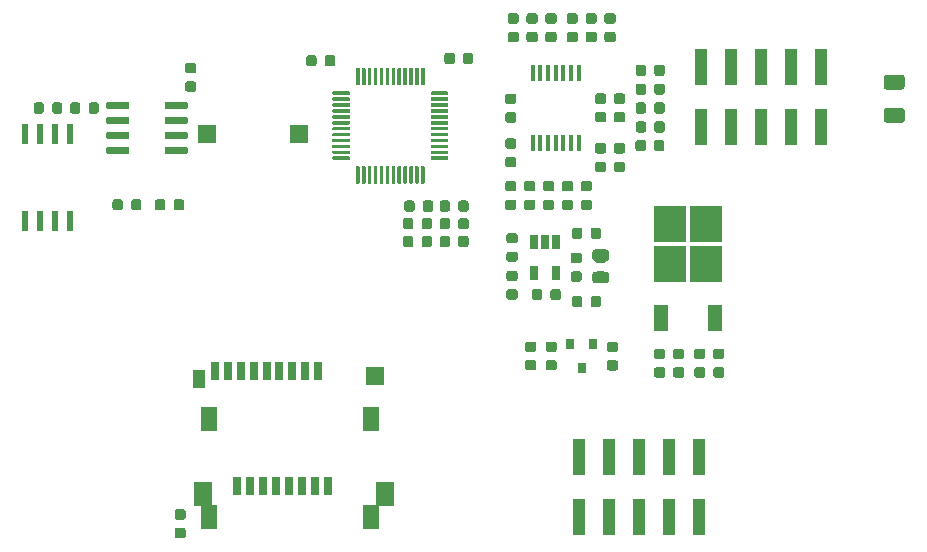
<source format=gbr>
G04 #@! TF.GenerationSoftware,KiCad,Pcbnew,5.1.5+dfsg1-2build2*
G04 #@! TF.CreationDate,2021-11-24T23:00:56+01:00*
G04 #@! TF.ProjectId,mre_addon_v2,6d72655f-6164-4646-9f6e-5f76322e6b69,V2.0*
G04 #@! TF.SameCoordinates,Original*
G04 #@! TF.FileFunction,Paste,Top*
G04 #@! TF.FilePolarity,Positive*
%FSLAX46Y46*%
G04 Gerber Fmt 4.6, Leading zero omitted, Abs format (unit mm)*
G04 Created by KiCad (PCBNEW 5.1.5+dfsg1-2build2) date 2021-11-24 23:00:56*
%MOMM*%
%LPD*%
G04 APERTURE LIST*
%ADD10C,0.100000*%
%ADD11R,0.550000X1.750000*%
%ADD12R,1.524000X1.524000*%
%ADD13R,1.524000X2.032000*%
%ADD14R,1.016000X1.524000*%
%ADD15R,0.762000X1.524000*%
%ADD16R,0.800000X1.500000*%
%ADD17R,1.450000X2.000000*%
%ADD18R,1.000000X3.150000*%
%ADD19R,0.800000X0.900000*%
%ADD20R,0.650000X1.220000*%
%ADD21R,0.450000X1.450000*%
%ADD22R,1.500000X1.500000*%
%ADD23R,2.750000X3.050000*%
%ADD24R,1.200000X2.200000*%
G04 APERTURE END LIST*
D10*
G36*
X92377691Y-131176053D02*
G01*
X92398926Y-131179203D01*
X92419750Y-131184419D01*
X92439962Y-131191651D01*
X92459368Y-131200830D01*
X92477781Y-131211866D01*
X92495024Y-131224654D01*
X92510930Y-131239070D01*
X92525346Y-131254976D01*
X92538134Y-131272219D01*
X92549170Y-131290632D01*
X92558349Y-131310038D01*
X92565581Y-131330250D01*
X92570797Y-131351074D01*
X92573947Y-131372309D01*
X92575000Y-131393750D01*
X92575000Y-131831250D01*
X92573947Y-131852691D01*
X92570797Y-131873926D01*
X92565581Y-131894750D01*
X92558349Y-131914962D01*
X92549170Y-131934368D01*
X92538134Y-131952781D01*
X92525346Y-131970024D01*
X92510930Y-131985930D01*
X92495024Y-132000346D01*
X92477781Y-132013134D01*
X92459368Y-132024170D01*
X92439962Y-132033349D01*
X92419750Y-132040581D01*
X92398926Y-132045797D01*
X92377691Y-132048947D01*
X92356250Y-132050000D01*
X91843750Y-132050000D01*
X91822309Y-132048947D01*
X91801074Y-132045797D01*
X91780250Y-132040581D01*
X91760038Y-132033349D01*
X91740632Y-132024170D01*
X91722219Y-132013134D01*
X91704976Y-132000346D01*
X91689070Y-131985930D01*
X91674654Y-131970024D01*
X91661866Y-131952781D01*
X91650830Y-131934368D01*
X91641651Y-131914962D01*
X91634419Y-131894750D01*
X91629203Y-131873926D01*
X91626053Y-131852691D01*
X91625000Y-131831250D01*
X91625000Y-131393750D01*
X91626053Y-131372309D01*
X91629203Y-131351074D01*
X91634419Y-131330250D01*
X91641651Y-131310038D01*
X91650830Y-131290632D01*
X91661866Y-131272219D01*
X91674654Y-131254976D01*
X91689070Y-131239070D01*
X91704976Y-131224654D01*
X91722219Y-131211866D01*
X91740632Y-131200830D01*
X91760038Y-131191651D01*
X91780250Y-131184419D01*
X91801074Y-131179203D01*
X91822309Y-131176053D01*
X91843750Y-131175000D01*
X92356250Y-131175000D01*
X92377691Y-131176053D01*
G37*
G36*
X92377691Y-132751053D02*
G01*
X92398926Y-132754203D01*
X92419750Y-132759419D01*
X92439962Y-132766651D01*
X92459368Y-132775830D01*
X92477781Y-132786866D01*
X92495024Y-132799654D01*
X92510930Y-132814070D01*
X92525346Y-132829976D01*
X92538134Y-132847219D01*
X92549170Y-132865632D01*
X92558349Y-132885038D01*
X92565581Y-132905250D01*
X92570797Y-132926074D01*
X92573947Y-132947309D01*
X92575000Y-132968750D01*
X92575000Y-133406250D01*
X92573947Y-133427691D01*
X92570797Y-133448926D01*
X92565581Y-133469750D01*
X92558349Y-133489962D01*
X92549170Y-133509368D01*
X92538134Y-133527781D01*
X92525346Y-133545024D01*
X92510930Y-133560930D01*
X92495024Y-133575346D01*
X92477781Y-133588134D01*
X92459368Y-133599170D01*
X92439962Y-133608349D01*
X92419750Y-133615581D01*
X92398926Y-133620797D01*
X92377691Y-133623947D01*
X92356250Y-133625000D01*
X91843750Y-133625000D01*
X91822309Y-133623947D01*
X91801074Y-133620797D01*
X91780250Y-133615581D01*
X91760038Y-133608349D01*
X91740632Y-133599170D01*
X91722219Y-133588134D01*
X91704976Y-133575346D01*
X91689070Y-133560930D01*
X91674654Y-133545024D01*
X91661866Y-133527781D01*
X91650830Y-133509368D01*
X91641651Y-133489962D01*
X91634419Y-133469750D01*
X91629203Y-133448926D01*
X91626053Y-133427691D01*
X91625000Y-133406250D01*
X91625000Y-132968750D01*
X91626053Y-132947309D01*
X91629203Y-132926074D01*
X91634419Y-132905250D01*
X91641651Y-132885038D01*
X91650830Y-132865632D01*
X91661866Y-132847219D01*
X91674654Y-132829976D01*
X91689070Y-132814070D01*
X91704976Y-132799654D01*
X91722219Y-132786866D01*
X91740632Y-132775830D01*
X91760038Y-132766651D01*
X91780250Y-132759419D01*
X91801074Y-132754203D01*
X91822309Y-132751053D01*
X91843750Y-132750000D01*
X92356250Y-132750000D01*
X92377691Y-132751053D01*
G37*
G36*
X111832351Y-139925361D02*
G01*
X111839632Y-139926441D01*
X111846771Y-139928229D01*
X111853701Y-139930709D01*
X111860355Y-139933856D01*
X111866668Y-139937640D01*
X111872579Y-139942024D01*
X111878033Y-139946967D01*
X111882976Y-139952421D01*
X111887360Y-139958332D01*
X111891144Y-139964645D01*
X111894291Y-139971299D01*
X111896771Y-139978229D01*
X111898559Y-139985368D01*
X111899639Y-139992649D01*
X111900000Y-140000000D01*
X111900000Y-141325000D01*
X111899639Y-141332351D01*
X111898559Y-141339632D01*
X111896771Y-141346771D01*
X111894291Y-141353701D01*
X111891144Y-141360355D01*
X111887360Y-141366668D01*
X111882976Y-141372579D01*
X111878033Y-141378033D01*
X111872579Y-141382976D01*
X111866668Y-141387360D01*
X111860355Y-141391144D01*
X111853701Y-141394291D01*
X111846771Y-141396771D01*
X111839632Y-141398559D01*
X111832351Y-141399639D01*
X111825000Y-141400000D01*
X111675000Y-141400000D01*
X111667649Y-141399639D01*
X111660368Y-141398559D01*
X111653229Y-141396771D01*
X111646299Y-141394291D01*
X111639645Y-141391144D01*
X111633332Y-141387360D01*
X111627421Y-141382976D01*
X111621967Y-141378033D01*
X111617024Y-141372579D01*
X111612640Y-141366668D01*
X111608856Y-141360355D01*
X111605709Y-141353701D01*
X111603229Y-141346771D01*
X111601441Y-141339632D01*
X111600361Y-141332351D01*
X111600000Y-141325000D01*
X111600000Y-140000000D01*
X111600361Y-139992649D01*
X111601441Y-139985368D01*
X111603229Y-139978229D01*
X111605709Y-139971299D01*
X111608856Y-139964645D01*
X111612640Y-139958332D01*
X111617024Y-139952421D01*
X111621967Y-139946967D01*
X111627421Y-139942024D01*
X111633332Y-139937640D01*
X111639645Y-139933856D01*
X111646299Y-139930709D01*
X111653229Y-139928229D01*
X111660368Y-139926441D01*
X111667649Y-139925361D01*
X111675000Y-139925000D01*
X111825000Y-139925000D01*
X111832351Y-139925361D01*
G37*
G36*
X111332351Y-139925361D02*
G01*
X111339632Y-139926441D01*
X111346771Y-139928229D01*
X111353701Y-139930709D01*
X111360355Y-139933856D01*
X111366668Y-139937640D01*
X111372579Y-139942024D01*
X111378033Y-139946967D01*
X111382976Y-139952421D01*
X111387360Y-139958332D01*
X111391144Y-139964645D01*
X111394291Y-139971299D01*
X111396771Y-139978229D01*
X111398559Y-139985368D01*
X111399639Y-139992649D01*
X111400000Y-140000000D01*
X111400000Y-141325000D01*
X111399639Y-141332351D01*
X111398559Y-141339632D01*
X111396771Y-141346771D01*
X111394291Y-141353701D01*
X111391144Y-141360355D01*
X111387360Y-141366668D01*
X111382976Y-141372579D01*
X111378033Y-141378033D01*
X111372579Y-141382976D01*
X111366668Y-141387360D01*
X111360355Y-141391144D01*
X111353701Y-141394291D01*
X111346771Y-141396771D01*
X111339632Y-141398559D01*
X111332351Y-141399639D01*
X111325000Y-141400000D01*
X111175000Y-141400000D01*
X111167649Y-141399639D01*
X111160368Y-141398559D01*
X111153229Y-141396771D01*
X111146299Y-141394291D01*
X111139645Y-141391144D01*
X111133332Y-141387360D01*
X111127421Y-141382976D01*
X111121967Y-141378033D01*
X111117024Y-141372579D01*
X111112640Y-141366668D01*
X111108856Y-141360355D01*
X111105709Y-141353701D01*
X111103229Y-141346771D01*
X111101441Y-141339632D01*
X111100361Y-141332351D01*
X111100000Y-141325000D01*
X111100000Y-140000000D01*
X111100361Y-139992649D01*
X111101441Y-139985368D01*
X111103229Y-139978229D01*
X111105709Y-139971299D01*
X111108856Y-139964645D01*
X111112640Y-139958332D01*
X111117024Y-139952421D01*
X111121967Y-139946967D01*
X111127421Y-139942024D01*
X111133332Y-139937640D01*
X111139645Y-139933856D01*
X111146299Y-139930709D01*
X111153229Y-139928229D01*
X111160368Y-139926441D01*
X111167649Y-139925361D01*
X111175000Y-139925000D01*
X111325000Y-139925000D01*
X111332351Y-139925361D01*
G37*
G36*
X110832351Y-139925361D02*
G01*
X110839632Y-139926441D01*
X110846771Y-139928229D01*
X110853701Y-139930709D01*
X110860355Y-139933856D01*
X110866668Y-139937640D01*
X110872579Y-139942024D01*
X110878033Y-139946967D01*
X110882976Y-139952421D01*
X110887360Y-139958332D01*
X110891144Y-139964645D01*
X110894291Y-139971299D01*
X110896771Y-139978229D01*
X110898559Y-139985368D01*
X110899639Y-139992649D01*
X110900000Y-140000000D01*
X110900000Y-141325000D01*
X110899639Y-141332351D01*
X110898559Y-141339632D01*
X110896771Y-141346771D01*
X110894291Y-141353701D01*
X110891144Y-141360355D01*
X110887360Y-141366668D01*
X110882976Y-141372579D01*
X110878033Y-141378033D01*
X110872579Y-141382976D01*
X110866668Y-141387360D01*
X110860355Y-141391144D01*
X110853701Y-141394291D01*
X110846771Y-141396771D01*
X110839632Y-141398559D01*
X110832351Y-141399639D01*
X110825000Y-141400000D01*
X110675000Y-141400000D01*
X110667649Y-141399639D01*
X110660368Y-141398559D01*
X110653229Y-141396771D01*
X110646299Y-141394291D01*
X110639645Y-141391144D01*
X110633332Y-141387360D01*
X110627421Y-141382976D01*
X110621967Y-141378033D01*
X110617024Y-141372579D01*
X110612640Y-141366668D01*
X110608856Y-141360355D01*
X110605709Y-141353701D01*
X110603229Y-141346771D01*
X110601441Y-141339632D01*
X110600361Y-141332351D01*
X110600000Y-141325000D01*
X110600000Y-140000000D01*
X110600361Y-139992649D01*
X110601441Y-139985368D01*
X110603229Y-139978229D01*
X110605709Y-139971299D01*
X110608856Y-139964645D01*
X110612640Y-139958332D01*
X110617024Y-139952421D01*
X110621967Y-139946967D01*
X110627421Y-139942024D01*
X110633332Y-139937640D01*
X110639645Y-139933856D01*
X110646299Y-139930709D01*
X110653229Y-139928229D01*
X110660368Y-139926441D01*
X110667649Y-139925361D01*
X110675000Y-139925000D01*
X110825000Y-139925000D01*
X110832351Y-139925361D01*
G37*
G36*
X110332351Y-139925361D02*
G01*
X110339632Y-139926441D01*
X110346771Y-139928229D01*
X110353701Y-139930709D01*
X110360355Y-139933856D01*
X110366668Y-139937640D01*
X110372579Y-139942024D01*
X110378033Y-139946967D01*
X110382976Y-139952421D01*
X110387360Y-139958332D01*
X110391144Y-139964645D01*
X110394291Y-139971299D01*
X110396771Y-139978229D01*
X110398559Y-139985368D01*
X110399639Y-139992649D01*
X110400000Y-140000000D01*
X110400000Y-141325000D01*
X110399639Y-141332351D01*
X110398559Y-141339632D01*
X110396771Y-141346771D01*
X110394291Y-141353701D01*
X110391144Y-141360355D01*
X110387360Y-141366668D01*
X110382976Y-141372579D01*
X110378033Y-141378033D01*
X110372579Y-141382976D01*
X110366668Y-141387360D01*
X110360355Y-141391144D01*
X110353701Y-141394291D01*
X110346771Y-141396771D01*
X110339632Y-141398559D01*
X110332351Y-141399639D01*
X110325000Y-141400000D01*
X110175000Y-141400000D01*
X110167649Y-141399639D01*
X110160368Y-141398559D01*
X110153229Y-141396771D01*
X110146299Y-141394291D01*
X110139645Y-141391144D01*
X110133332Y-141387360D01*
X110127421Y-141382976D01*
X110121967Y-141378033D01*
X110117024Y-141372579D01*
X110112640Y-141366668D01*
X110108856Y-141360355D01*
X110105709Y-141353701D01*
X110103229Y-141346771D01*
X110101441Y-141339632D01*
X110100361Y-141332351D01*
X110100000Y-141325000D01*
X110100000Y-140000000D01*
X110100361Y-139992649D01*
X110101441Y-139985368D01*
X110103229Y-139978229D01*
X110105709Y-139971299D01*
X110108856Y-139964645D01*
X110112640Y-139958332D01*
X110117024Y-139952421D01*
X110121967Y-139946967D01*
X110127421Y-139942024D01*
X110133332Y-139937640D01*
X110139645Y-139933856D01*
X110146299Y-139930709D01*
X110153229Y-139928229D01*
X110160368Y-139926441D01*
X110167649Y-139925361D01*
X110175000Y-139925000D01*
X110325000Y-139925000D01*
X110332351Y-139925361D01*
G37*
G36*
X109832351Y-139925361D02*
G01*
X109839632Y-139926441D01*
X109846771Y-139928229D01*
X109853701Y-139930709D01*
X109860355Y-139933856D01*
X109866668Y-139937640D01*
X109872579Y-139942024D01*
X109878033Y-139946967D01*
X109882976Y-139952421D01*
X109887360Y-139958332D01*
X109891144Y-139964645D01*
X109894291Y-139971299D01*
X109896771Y-139978229D01*
X109898559Y-139985368D01*
X109899639Y-139992649D01*
X109900000Y-140000000D01*
X109900000Y-141325000D01*
X109899639Y-141332351D01*
X109898559Y-141339632D01*
X109896771Y-141346771D01*
X109894291Y-141353701D01*
X109891144Y-141360355D01*
X109887360Y-141366668D01*
X109882976Y-141372579D01*
X109878033Y-141378033D01*
X109872579Y-141382976D01*
X109866668Y-141387360D01*
X109860355Y-141391144D01*
X109853701Y-141394291D01*
X109846771Y-141396771D01*
X109839632Y-141398559D01*
X109832351Y-141399639D01*
X109825000Y-141400000D01*
X109675000Y-141400000D01*
X109667649Y-141399639D01*
X109660368Y-141398559D01*
X109653229Y-141396771D01*
X109646299Y-141394291D01*
X109639645Y-141391144D01*
X109633332Y-141387360D01*
X109627421Y-141382976D01*
X109621967Y-141378033D01*
X109617024Y-141372579D01*
X109612640Y-141366668D01*
X109608856Y-141360355D01*
X109605709Y-141353701D01*
X109603229Y-141346771D01*
X109601441Y-141339632D01*
X109600361Y-141332351D01*
X109600000Y-141325000D01*
X109600000Y-140000000D01*
X109600361Y-139992649D01*
X109601441Y-139985368D01*
X109603229Y-139978229D01*
X109605709Y-139971299D01*
X109608856Y-139964645D01*
X109612640Y-139958332D01*
X109617024Y-139952421D01*
X109621967Y-139946967D01*
X109627421Y-139942024D01*
X109633332Y-139937640D01*
X109639645Y-139933856D01*
X109646299Y-139930709D01*
X109653229Y-139928229D01*
X109660368Y-139926441D01*
X109667649Y-139925361D01*
X109675000Y-139925000D01*
X109825000Y-139925000D01*
X109832351Y-139925361D01*
G37*
G36*
X109332351Y-139925361D02*
G01*
X109339632Y-139926441D01*
X109346771Y-139928229D01*
X109353701Y-139930709D01*
X109360355Y-139933856D01*
X109366668Y-139937640D01*
X109372579Y-139942024D01*
X109378033Y-139946967D01*
X109382976Y-139952421D01*
X109387360Y-139958332D01*
X109391144Y-139964645D01*
X109394291Y-139971299D01*
X109396771Y-139978229D01*
X109398559Y-139985368D01*
X109399639Y-139992649D01*
X109400000Y-140000000D01*
X109400000Y-141325000D01*
X109399639Y-141332351D01*
X109398559Y-141339632D01*
X109396771Y-141346771D01*
X109394291Y-141353701D01*
X109391144Y-141360355D01*
X109387360Y-141366668D01*
X109382976Y-141372579D01*
X109378033Y-141378033D01*
X109372579Y-141382976D01*
X109366668Y-141387360D01*
X109360355Y-141391144D01*
X109353701Y-141394291D01*
X109346771Y-141396771D01*
X109339632Y-141398559D01*
X109332351Y-141399639D01*
X109325000Y-141400000D01*
X109175000Y-141400000D01*
X109167649Y-141399639D01*
X109160368Y-141398559D01*
X109153229Y-141396771D01*
X109146299Y-141394291D01*
X109139645Y-141391144D01*
X109133332Y-141387360D01*
X109127421Y-141382976D01*
X109121967Y-141378033D01*
X109117024Y-141372579D01*
X109112640Y-141366668D01*
X109108856Y-141360355D01*
X109105709Y-141353701D01*
X109103229Y-141346771D01*
X109101441Y-141339632D01*
X109100361Y-141332351D01*
X109100000Y-141325000D01*
X109100000Y-140000000D01*
X109100361Y-139992649D01*
X109101441Y-139985368D01*
X109103229Y-139978229D01*
X109105709Y-139971299D01*
X109108856Y-139964645D01*
X109112640Y-139958332D01*
X109117024Y-139952421D01*
X109121967Y-139946967D01*
X109127421Y-139942024D01*
X109133332Y-139937640D01*
X109139645Y-139933856D01*
X109146299Y-139930709D01*
X109153229Y-139928229D01*
X109160368Y-139926441D01*
X109167649Y-139925361D01*
X109175000Y-139925000D01*
X109325000Y-139925000D01*
X109332351Y-139925361D01*
G37*
G36*
X108832351Y-139925361D02*
G01*
X108839632Y-139926441D01*
X108846771Y-139928229D01*
X108853701Y-139930709D01*
X108860355Y-139933856D01*
X108866668Y-139937640D01*
X108872579Y-139942024D01*
X108878033Y-139946967D01*
X108882976Y-139952421D01*
X108887360Y-139958332D01*
X108891144Y-139964645D01*
X108894291Y-139971299D01*
X108896771Y-139978229D01*
X108898559Y-139985368D01*
X108899639Y-139992649D01*
X108900000Y-140000000D01*
X108900000Y-141325000D01*
X108899639Y-141332351D01*
X108898559Y-141339632D01*
X108896771Y-141346771D01*
X108894291Y-141353701D01*
X108891144Y-141360355D01*
X108887360Y-141366668D01*
X108882976Y-141372579D01*
X108878033Y-141378033D01*
X108872579Y-141382976D01*
X108866668Y-141387360D01*
X108860355Y-141391144D01*
X108853701Y-141394291D01*
X108846771Y-141396771D01*
X108839632Y-141398559D01*
X108832351Y-141399639D01*
X108825000Y-141400000D01*
X108675000Y-141400000D01*
X108667649Y-141399639D01*
X108660368Y-141398559D01*
X108653229Y-141396771D01*
X108646299Y-141394291D01*
X108639645Y-141391144D01*
X108633332Y-141387360D01*
X108627421Y-141382976D01*
X108621967Y-141378033D01*
X108617024Y-141372579D01*
X108612640Y-141366668D01*
X108608856Y-141360355D01*
X108605709Y-141353701D01*
X108603229Y-141346771D01*
X108601441Y-141339632D01*
X108600361Y-141332351D01*
X108600000Y-141325000D01*
X108600000Y-140000000D01*
X108600361Y-139992649D01*
X108601441Y-139985368D01*
X108603229Y-139978229D01*
X108605709Y-139971299D01*
X108608856Y-139964645D01*
X108612640Y-139958332D01*
X108617024Y-139952421D01*
X108621967Y-139946967D01*
X108627421Y-139942024D01*
X108633332Y-139937640D01*
X108639645Y-139933856D01*
X108646299Y-139930709D01*
X108653229Y-139928229D01*
X108660368Y-139926441D01*
X108667649Y-139925361D01*
X108675000Y-139925000D01*
X108825000Y-139925000D01*
X108832351Y-139925361D01*
G37*
G36*
X108332351Y-139925361D02*
G01*
X108339632Y-139926441D01*
X108346771Y-139928229D01*
X108353701Y-139930709D01*
X108360355Y-139933856D01*
X108366668Y-139937640D01*
X108372579Y-139942024D01*
X108378033Y-139946967D01*
X108382976Y-139952421D01*
X108387360Y-139958332D01*
X108391144Y-139964645D01*
X108394291Y-139971299D01*
X108396771Y-139978229D01*
X108398559Y-139985368D01*
X108399639Y-139992649D01*
X108400000Y-140000000D01*
X108400000Y-141325000D01*
X108399639Y-141332351D01*
X108398559Y-141339632D01*
X108396771Y-141346771D01*
X108394291Y-141353701D01*
X108391144Y-141360355D01*
X108387360Y-141366668D01*
X108382976Y-141372579D01*
X108378033Y-141378033D01*
X108372579Y-141382976D01*
X108366668Y-141387360D01*
X108360355Y-141391144D01*
X108353701Y-141394291D01*
X108346771Y-141396771D01*
X108339632Y-141398559D01*
X108332351Y-141399639D01*
X108325000Y-141400000D01*
X108175000Y-141400000D01*
X108167649Y-141399639D01*
X108160368Y-141398559D01*
X108153229Y-141396771D01*
X108146299Y-141394291D01*
X108139645Y-141391144D01*
X108133332Y-141387360D01*
X108127421Y-141382976D01*
X108121967Y-141378033D01*
X108117024Y-141372579D01*
X108112640Y-141366668D01*
X108108856Y-141360355D01*
X108105709Y-141353701D01*
X108103229Y-141346771D01*
X108101441Y-141339632D01*
X108100361Y-141332351D01*
X108100000Y-141325000D01*
X108100000Y-140000000D01*
X108100361Y-139992649D01*
X108101441Y-139985368D01*
X108103229Y-139978229D01*
X108105709Y-139971299D01*
X108108856Y-139964645D01*
X108112640Y-139958332D01*
X108117024Y-139952421D01*
X108121967Y-139946967D01*
X108127421Y-139942024D01*
X108133332Y-139937640D01*
X108139645Y-139933856D01*
X108146299Y-139930709D01*
X108153229Y-139928229D01*
X108160368Y-139926441D01*
X108167649Y-139925361D01*
X108175000Y-139925000D01*
X108325000Y-139925000D01*
X108332351Y-139925361D01*
G37*
G36*
X107832351Y-139925361D02*
G01*
X107839632Y-139926441D01*
X107846771Y-139928229D01*
X107853701Y-139930709D01*
X107860355Y-139933856D01*
X107866668Y-139937640D01*
X107872579Y-139942024D01*
X107878033Y-139946967D01*
X107882976Y-139952421D01*
X107887360Y-139958332D01*
X107891144Y-139964645D01*
X107894291Y-139971299D01*
X107896771Y-139978229D01*
X107898559Y-139985368D01*
X107899639Y-139992649D01*
X107900000Y-140000000D01*
X107900000Y-141325000D01*
X107899639Y-141332351D01*
X107898559Y-141339632D01*
X107896771Y-141346771D01*
X107894291Y-141353701D01*
X107891144Y-141360355D01*
X107887360Y-141366668D01*
X107882976Y-141372579D01*
X107878033Y-141378033D01*
X107872579Y-141382976D01*
X107866668Y-141387360D01*
X107860355Y-141391144D01*
X107853701Y-141394291D01*
X107846771Y-141396771D01*
X107839632Y-141398559D01*
X107832351Y-141399639D01*
X107825000Y-141400000D01*
X107675000Y-141400000D01*
X107667649Y-141399639D01*
X107660368Y-141398559D01*
X107653229Y-141396771D01*
X107646299Y-141394291D01*
X107639645Y-141391144D01*
X107633332Y-141387360D01*
X107627421Y-141382976D01*
X107621967Y-141378033D01*
X107617024Y-141372579D01*
X107612640Y-141366668D01*
X107608856Y-141360355D01*
X107605709Y-141353701D01*
X107603229Y-141346771D01*
X107601441Y-141339632D01*
X107600361Y-141332351D01*
X107600000Y-141325000D01*
X107600000Y-140000000D01*
X107600361Y-139992649D01*
X107601441Y-139985368D01*
X107603229Y-139978229D01*
X107605709Y-139971299D01*
X107608856Y-139964645D01*
X107612640Y-139958332D01*
X107617024Y-139952421D01*
X107621967Y-139946967D01*
X107627421Y-139942024D01*
X107633332Y-139937640D01*
X107639645Y-139933856D01*
X107646299Y-139930709D01*
X107653229Y-139928229D01*
X107660368Y-139926441D01*
X107667649Y-139925361D01*
X107675000Y-139925000D01*
X107825000Y-139925000D01*
X107832351Y-139925361D01*
G37*
G36*
X107332351Y-139925361D02*
G01*
X107339632Y-139926441D01*
X107346771Y-139928229D01*
X107353701Y-139930709D01*
X107360355Y-139933856D01*
X107366668Y-139937640D01*
X107372579Y-139942024D01*
X107378033Y-139946967D01*
X107382976Y-139952421D01*
X107387360Y-139958332D01*
X107391144Y-139964645D01*
X107394291Y-139971299D01*
X107396771Y-139978229D01*
X107398559Y-139985368D01*
X107399639Y-139992649D01*
X107400000Y-140000000D01*
X107400000Y-141325000D01*
X107399639Y-141332351D01*
X107398559Y-141339632D01*
X107396771Y-141346771D01*
X107394291Y-141353701D01*
X107391144Y-141360355D01*
X107387360Y-141366668D01*
X107382976Y-141372579D01*
X107378033Y-141378033D01*
X107372579Y-141382976D01*
X107366668Y-141387360D01*
X107360355Y-141391144D01*
X107353701Y-141394291D01*
X107346771Y-141396771D01*
X107339632Y-141398559D01*
X107332351Y-141399639D01*
X107325000Y-141400000D01*
X107175000Y-141400000D01*
X107167649Y-141399639D01*
X107160368Y-141398559D01*
X107153229Y-141396771D01*
X107146299Y-141394291D01*
X107139645Y-141391144D01*
X107133332Y-141387360D01*
X107127421Y-141382976D01*
X107121967Y-141378033D01*
X107117024Y-141372579D01*
X107112640Y-141366668D01*
X107108856Y-141360355D01*
X107105709Y-141353701D01*
X107103229Y-141346771D01*
X107101441Y-141339632D01*
X107100361Y-141332351D01*
X107100000Y-141325000D01*
X107100000Y-140000000D01*
X107100361Y-139992649D01*
X107101441Y-139985368D01*
X107103229Y-139978229D01*
X107105709Y-139971299D01*
X107108856Y-139964645D01*
X107112640Y-139958332D01*
X107117024Y-139952421D01*
X107121967Y-139946967D01*
X107127421Y-139942024D01*
X107133332Y-139937640D01*
X107139645Y-139933856D01*
X107146299Y-139930709D01*
X107153229Y-139928229D01*
X107160368Y-139926441D01*
X107167649Y-139925361D01*
X107175000Y-139925000D01*
X107325000Y-139925000D01*
X107332351Y-139925361D01*
G37*
G36*
X106832351Y-139925361D02*
G01*
X106839632Y-139926441D01*
X106846771Y-139928229D01*
X106853701Y-139930709D01*
X106860355Y-139933856D01*
X106866668Y-139937640D01*
X106872579Y-139942024D01*
X106878033Y-139946967D01*
X106882976Y-139952421D01*
X106887360Y-139958332D01*
X106891144Y-139964645D01*
X106894291Y-139971299D01*
X106896771Y-139978229D01*
X106898559Y-139985368D01*
X106899639Y-139992649D01*
X106900000Y-140000000D01*
X106900000Y-141325000D01*
X106899639Y-141332351D01*
X106898559Y-141339632D01*
X106896771Y-141346771D01*
X106894291Y-141353701D01*
X106891144Y-141360355D01*
X106887360Y-141366668D01*
X106882976Y-141372579D01*
X106878033Y-141378033D01*
X106872579Y-141382976D01*
X106866668Y-141387360D01*
X106860355Y-141391144D01*
X106853701Y-141394291D01*
X106846771Y-141396771D01*
X106839632Y-141398559D01*
X106832351Y-141399639D01*
X106825000Y-141400000D01*
X106675000Y-141400000D01*
X106667649Y-141399639D01*
X106660368Y-141398559D01*
X106653229Y-141396771D01*
X106646299Y-141394291D01*
X106639645Y-141391144D01*
X106633332Y-141387360D01*
X106627421Y-141382976D01*
X106621967Y-141378033D01*
X106617024Y-141372579D01*
X106612640Y-141366668D01*
X106608856Y-141360355D01*
X106605709Y-141353701D01*
X106603229Y-141346771D01*
X106601441Y-141339632D01*
X106600361Y-141332351D01*
X106600000Y-141325000D01*
X106600000Y-140000000D01*
X106600361Y-139992649D01*
X106601441Y-139985368D01*
X106603229Y-139978229D01*
X106605709Y-139971299D01*
X106608856Y-139964645D01*
X106612640Y-139958332D01*
X106617024Y-139952421D01*
X106621967Y-139946967D01*
X106627421Y-139942024D01*
X106633332Y-139937640D01*
X106639645Y-139933856D01*
X106646299Y-139930709D01*
X106653229Y-139928229D01*
X106660368Y-139926441D01*
X106667649Y-139925361D01*
X106675000Y-139925000D01*
X106825000Y-139925000D01*
X106832351Y-139925361D01*
G37*
G36*
X106332351Y-139925361D02*
G01*
X106339632Y-139926441D01*
X106346771Y-139928229D01*
X106353701Y-139930709D01*
X106360355Y-139933856D01*
X106366668Y-139937640D01*
X106372579Y-139942024D01*
X106378033Y-139946967D01*
X106382976Y-139952421D01*
X106387360Y-139958332D01*
X106391144Y-139964645D01*
X106394291Y-139971299D01*
X106396771Y-139978229D01*
X106398559Y-139985368D01*
X106399639Y-139992649D01*
X106400000Y-140000000D01*
X106400000Y-141325000D01*
X106399639Y-141332351D01*
X106398559Y-141339632D01*
X106396771Y-141346771D01*
X106394291Y-141353701D01*
X106391144Y-141360355D01*
X106387360Y-141366668D01*
X106382976Y-141372579D01*
X106378033Y-141378033D01*
X106372579Y-141382976D01*
X106366668Y-141387360D01*
X106360355Y-141391144D01*
X106353701Y-141394291D01*
X106346771Y-141396771D01*
X106339632Y-141398559D01*
X106332351Y-141399639D01*
X106325000Y-141400000D01*
X106175000Y-141400000D01*
X106167649Y-141399639D01*
X106160368Y-141398559D01*
X106153229Y-141396771D01*
X106146299Y-141394291D01*
X106139645Y-141391144D01*
X106133332Y-141387360D01*
X106127421Y-141382976D01*
X106121967Y-141378033D01*
X106117024Y-141372579D01*
X106112640Y-141366668D01*
X106108856Y-141360355D01*
X106105709Y-141353701D01*
X106103229Y-141346771D01*
X106101441Y-141339632D01*
X106100361Y-141332351D01*
X106100000Y-141325000D01*
X106100000Y-140000000D01*
X106100361Y-139992649D01*
X106101441Y-139985368D01*
X106103229Y-139978229D01*
X106105709Y-139971299D01*
X106108856Y-139964645D01*
X106112640Y-139958332D01*
X106117024Y-139952421D01*
X106121967Y-139946967D01*
X106127421Y-139942024D01*
X106133332Y-139937640D01*
X106139645Y-139933856D01*
X106146299Y-139930709D01*
X106153229Y-139928229D01*
X106160368Y-139926441D01*
X106167649Y-139925361D01*
X106175000Y-139925000D01*
X106325000Y-139925000D01*
X106332351Y-139925361D01*
G37*
G36*
X105507351Y-139100361D02*
G01*
X105514632Y-139101441D01*
X105521771Y-139103229D01*
X105528701Y-139105709D01*
X105535355Y-139108856D01*
X105541668Y-139112640D01*
X105547579Y-139117024D01*
X105553033Y-139121967D01*
X105557976Y-139127421D01*
X105562360Y-139133332D01*
X105566144Y-139139645D01*
X105569291Y-139146299D01*
X105571771Y-139153229D01*
X105573559Y-139160368D01*
X105574639Y-139167649D01*
X105575000Y-139175000D01*
X105575000Y-139325000D01*
X105574639Y-139332351D01*
X105573559Y-139339632D01*
X105571771Y-139346771D01*
X105569291Y-139353701D01*
X105566144Y-139360355D01*
X105562360Y-139366668D01*
X105557976Y-139372579D01*
X105553033Y-139378033D01*
X105547579Y-139382976D01*
X105541668Y-139387360D01*
X105535355Y-139391144D01*
X105528701Y-139394291D01*
X105521771Y-139396771D01*
X105514632Y-139398559D01*
X105507351Y-139399639D01*
X105500000Y-139400000D01*
X104175000Y-139400000D01*
X104167649Y-139399639D01*
X104160368Y-139398559D01*
X104153229Y-139396771D01*
X104146299Y-139394291D01*
X104139645Y-139391144D01*
X104133332Y-139387360D01*
X104127421Y-139382976D01*
X104121967Y-139378033D01*
X104117024Y-139372579D01*
X104112640Y-139366668D01*
X104108856Y-139360355D01*
X104105709Y-139353701D01*
X104103229Y-139346771D01*
X104101441Y-139339632D01*
X104100361Y-139332351D01*
X104100000Y-139325000D01*
X104100000Y-139175000D01*
X104100361Y-139167649D01*
X104101441Y-139160368D01*
X104103229Y-139153229D01*
X104105709Y-139146299D01*
X104108856Y-139139645D01*
X104112640Y-139133332D01*
X104117024Y-139127421D01*
X104121967Y-139121967D01*
X104127421Y-139117024D01*
X104133332Y-139112640D01*
X104139645Y-139108856D01*
X104146299Y-139105709D01*
X104153229Y-139103229D01*
X104160368Y-139101441D01*
X104167649Y-139100361D01*
X104175000Y-139100000D01*
X105500000Y-139100000D01*
X105507351Y-139100361D01*
G37*
G36*
X105507351Y-138600361D02*
G01*
X105514632Y-138601441D01*
X105521771Y-138603229D01*
X105528701Y-138605709D01*
X105535355Y-138608856D01*
X105541668Y-138612640D01*
X105547579Y-138617024D01*
X105553033Y-138621967D01*
X105557976Y-138627421D01*
X105562360Y-138633332D01*
X105566144Y-138639645D01*
X105569291Y-138646299D01*
X105571771Y-138653229D01*
X105573559Y-138660368D01*
X105574639Y-138667649D01*
X105575000Y-138675000D01*
X105575000Y-138825000D01*
X105574639Y-138832351D01*
X105573559Y-138839632D01*
X105571771Y-138846771D01*
X105569291Y-138853701D01*
X105566144Y-138860355D01*
X105562360Y-138866668D01*
X105557976Y-138872579D01*
X105553033Y-138878033D01*
X105547579Y-138882976D01*
X105541668Y-138887360D01*
X105535355Y-138891144D01*
X105528701Y-138894291D01*
X105521771Y-138896771D01*
X105514632Y-138898559D01*
X105507351Y-138899639D01*
X105500000Y-138900000D01*
X104175000Y-138900000D01*
X104167649Y-138899639D01*
X104160368Y-138898559D01*
X104153229Y-138896771D01*
X104146299Y-138894291D01*
X104139645Y-138891144D01*
X104133332Y-138887360D01*
X104127421Y-138882976D01*
X104121967Y-138878033D01*
X104117024Y-138872579D01*
X104112640Y-138866668D01*
X104108856Y-138860355D01*
X104105709Y-138853701D01*
X104103229Y-138846771D01*
X104101441Y-138839632D01*
X104100361Y-138832351D01*
X104100000Y-138825000D01*
X104100000Y-138675000D01*
X104100361Y-138667649D01*
X104101441Y-138660368D01*
X104103229Y-138653229D01*
X104105709Y-138646299D01*
X104108856Y-138639645D01*
X104112640Y-138633332D01*
X104117024Y-138627421D01*
X104121967Y-138621967D01*
X104127421Y-138617024D01*
X104133332Y-138612640D01*
X104139645Y-138608856D01*
X104146299Y-138605709D01*
X104153229Y-138603229D01*
X104160368Y-138601441D01*
X104167649Y-138600361D01*
X104175000Y-138600000D01*
X105500000Y-138600000D01*
X105507351Y-138600361D01*
G37*
G36*
X105507351Y-138100361D02*
G01*
X105514632Y-138101441D01*
X105521771Y-138103229D01*
X105528701Y-138105709D01*
X105535355Y-138108856D01*
X105541668Y-138112640D01*
X105547579Y-138117024D01*
X105553033Y-138121967D01*
X105557976Y-138127421D01*
X105562360Y-138133332D01*
X105566144Y-138139645D01*
X105569291Y-138146299D01*
X105571771Y-138153229D01*
X105573559Y-138160368D01*
X105574639Y-138167649D01*
X105575000Y-138175000D01*
X105575000Y-138325000D01*
X105574639Y-138332351D01*
X105573559Y-138339632D01*
X105571771Y-138346771D01*
X105569291Y-138353701D01*
X105566144Y-138360355D01*
X105562360Y-138366668D01*
X105557976Y-138372579D01*
X105553033Y-138378033D01*
X105547579Y-138382976D01*
X105541668Y-138387360D01*
X105535355Y-138391144D01*
X105528701Y-138394291D01*
X105521771Y-138396771D01*
X105514632Y-138398559D01*
X105507351Y-138399639D01*
X105500000Y-138400000D01*
X104175000Y-138400000D01*
X104167649Y-138399639D01*
X104160368Y-138398559D01*
X104153229Y-138396771D01*
X104146299Y-138394291D01*
X104139645Y-138391144D01*
X104133332Y-138387360D01*
X104127421Y-138382976D01*
X104121967Y-138378033D01*
X104117024Y-138372579D01*
X104112640Y-138366668D01*
X104108856Y-138360355D01*
X104105709Y-138353701D01*
X104103229Y-138346771D01*
X104101441Y-138339632D01*
X104100361Y-138332351D01*
X104100000Y-138325000D01*
X104100000Y-138175000D01*
X104100361Y-138167649D01*
X104101441Y-138160368D01*
X104103229Y-138153229D01*
X104105709Y-138146299D01*
X104108856Y-138139645D01*
X104112640Y-138133332D01*
X104117024Y-138127421D01*
X104121967Y-138121967D01*
X104127421Y-138117024D01*
X104133332Y-138112640D01*
X104139645Y-138108856D01*
X104146299Y-138105709D01*
X104153229Y-138103229D01*
X104160368Y-138101441D01*
X104167649Y-138100361D01*
X104175000Y-138100000D01*
X105500000Y-138100000D01*
X105507351Y-138100361D01*
G37*
G36*
X105507351Y-137600361D02*
G01*
X105514632Y-137601441D01*
X105521771Y-137603229D01*
X105528701Y-137605709D01*
X105535355Y-137608856D01*
X105541668Y-137612640D01*
X105547579Y-137617024D01*
X105553033Y-137621967D01*
X105557976Y-137627421D01*
X105562360Y-137633332D01*
X105566144Y-137639645D01*
X105569291Y-137646299D01*
X105571771Y-137653229D01*
X105573559Y-137660368D01*
X105574639Y-137667649D01*
X105575000Y-137675000D01*
X105575000Y-137825000D01*
X105574639Y-137832351D01*
X105573559Y-137839632D01*
X105571771Y-137846771D01*
X105569291Y-137853701D01*
X105566144Y-137860355D01*
X105562360Y-137866668D01*
X105557976Y-137872579D01*
X105553033Y-137878033D01*
X105547579Y-137882976D01*
X105541668Y-137887360D01*
X105535355Y-137891144D01*
X105528701Y-137894291D01*
X105521771Y-137896771D01*
X105514632Y-137898559D01*
X105507351Y-137899639D01*
X105500000Y-137900000D01*
X104175000Y-137900000D01*
X104167649Y-137899639D01*
X104160368Y-137898559D01*
X104153229Y-137896771D01*
X104146299Y-137894291D01*
X104139645Y-137891144D01*
X104133332Y-137887360D01*
X104127421Y-137882976D01*
X104121967Y-137878033D01*
X104117024Y-137872579D01*
X104112640Y-137866668D01*
X104108856Y-137860355D01*
X104105709Y-137853701D01*
X104103229Y-137846771D01*
X104101441Y-137839632D01*
X104100361Y-137832351D01*
X104100000Y-137825000D01*
X104100000Y-137675000D01*
X104100361Y-137667649D01*
X104101441Y-137660368D01*
X104103229Y-137653229D01*
X104105709Y-137646299D01*
X104108856Y-137639645D01*
X104112640Y-137633332D01*
X104117024Y-137627421D01*
X104121967Y-137621967D01*
X104127421Y-137617024D01*
X104133332Y-137612640D01*
X104139645Y-137608856D01*
X104146299Y-137605709D01*
X104153229Y-137603229D01*
X104160368Y-137601441D01*
X104167649Y-137600361D01*
X104175000Y-137600000D01*
X105500000Y-137600000D01*
X105507351Y-137600361D01*
G37*
G36*
X105507351Y-137100361D02*
G01*
X105514632Y-137101441D01*
X105521771Y-137103229D01*
X105528701Y-137105709D01*
X105535355Y-137108856D01*
X105541668Y-137112640D01*
X105547579Y-137117024D01*
X105553033Y-137121967D01*
X105557976Y-137127421D01*
X105562360Y-137133332D01*
X105566144Y-137139645D01*
X105569291Y-137146299D01*
X105571771Y-137153229D01*
X105573559Y-137160368D01*
X105574639Y-137167649D01*
X105575000Y-137175000D01*
X105575000Y-137325000D01*
X105574639Y-137332351D01*
X105573559Y-137339632D01*
X105571771Y-137346771D01*
X105569291Y-137353701D01*
X105566144Y-137360355D01*
X105562360Y-137366668D01*
X105557976Y-137372579D01*
X105553033Y-137378033D01*
X105547579Y-137382976D01*
X105541668Y-137387360D01*
X105535355Y-137391144D01*
X105528701Y-137394291D01*
X105521771Y-137396771D01*
X105514632Y-137398559D01*
X105507351Y-137399639D01*
X105500000Y-137400000D01*
X104175000Y-137400000D01*
X104167649Y-137399639D01*
X104160368Y-137398559D01*
X104153229Y-137396771D01*
X104146299Y-137394291D01*
X104139645Y-137391144D01*
X104133332Y-137387360D01*
X104127421Y-137382976D01*
X104121967Y-137378033D01*
X104117024Y-137372579D01*
X104112640Y-137366668D01*
X104108856Y-137360355D01*
X104105709Y-137353701D01*
X104103229Y-137346771D01*
X104101441Y-137339632D01*
X104100361Y-137332351D01*
X104100000Y-137325000D01*
X104100000Y-137175000D01*
X104100361Y-137167649D01*
X104101441Y-137160368D01*
X104103229Y-137153229D01*
X104105709Y-137146299D01*
X104108856Y-137139645D01*
X104112640Y-137133332D01*
X104117024Y-137127421D01*
X104121967Y-137121967D01*
X104127421Y-137117024D01*
X104133332Y-137112640D01*
X104139645Y-137108856D01*
X104146299Y-137105709D01*
X104153229Y-137103229D01*
X104160368Y-137101441D01*
X104167649Y-137100361D01*
X104175000Y-137100000D01*
X105500000Y-137100000D01*
X105507351Y-137100361D01*
G37*
G36*
X105507351Y-136600361D02*
G01*
X105514632Y-136601441D01*
X105521771Y-136603229D01*
X105528701Y-136605709D01*
X105535355Y-136608856D01*
X105541668Y-136612640D01*
X105547579Y-136617024D01*
X105553033Y-136621967D01*
X105557976Y-136627421D01*
X105562360Y-136633332D01*
X105566144Y-136639645D01*
X105569291Y-136646299D01*
X105571771Y-136653229D01*
X105573559Y-136660368D01*
X105574639Y-136667649D01*
X105575000Y-136675000D01*
X105575000Y-136825000D01*
X105574639Y-136832351D01*
X105573559Y-136839632D01*
X105571771Y-136846771D01*
X105569291Y-136853701D01*
X105566144Y-136860355D01*
X105562360Y-136866668D01*
X105557976Y-136872579D01*
X105553033Y-136878033D01*
X105547579Y-136882976D01*
X105541668Y-136887360D01*
X105535355Y-136891144D01*
X105528701Y-136894291D01*
X105521771Y-136896771D01*
X105514632Y-136898559D01*
X105507351Y-136899639D01*
X105500000Y-136900000D01*
X104175000Y-136900000D01*
X104167649Y-136899639D01*
X104160368Y-136898559D01*
X104153229Y-136896771D01*
X104146299Y-136894291D01*
X104139645Y-136891144D01*
X104133332Y-136887360D01*
X104127421Y-136882976D01*
X104121967Y-136878033D01*
X104117024Y-136872579D01*
X104112640Y-136866668D01*
X104108856Y-136860355D01*
X104105709Y-136853701D01*
X104103229Y-136846771D01*
X104101441Y-136839632D01*
X104100361Y-136832351D01*
X104100000Y-136825000D01*
X104100000Y-136675000D01*
X104100361Y-136667649D01*
X104101441Y-136660368D01*
X104103229Y-136653229D01*
X104105709Y-136646299D01*
X104108856Y-136639645D01*
X104112640Y-136633332D01*
X104117024Y-136627421D01*
X104121967Y-136621967D01*
X104127421Y-136617024D01*
X104133332Y-136612640D01*
X104139645Y-136608856D01*
X104146299Y-136605709D01*
X104153229Y-136603229D01*
X104160368Y-136601441D01*
X104167649Y-136600361D01*
X104175000Y-136600000D01*
X105500000Y-136600000D01*
X105507351Y-136600361D01*
G37*
G36*
X105507351Y-136100361D02*
G01*
X105514632Y-136101441D01*
X105521771Y-136103229D01*
X105528701Y-136105709D01*
X105535355Y-136108856D01*
X105541668Y-136112640D01*
X105547579Y-136117024D01*
X105553033Y-136121967D01*
X105557976Y-136127421D01*
X105562360Y-136133332D01*
X105566144Y-136139645D01*
X105569291Y-136146299D01*
X105571771Y-136153229D01*
X105573559Y-136160368D01*
X105574639Y-136167649D01*
X105575000Y-136175000D01*
X105575000Y-136325000D01*
X105574639Y-136332351D01*
X105573559Y-136339632D01*
X105571771Y-136346771D01*
X105569291Y-136353701D01*
X105566144Y-136360355D01*
X105562360Y-136366668D01*
X105557976Y-136372579D01*
X105553033Y-136378033D01*
X105547579Y-136382976D01*
X105541668Y-136387360D01*
X105535355Y-136391144D01*
X105528701Y-136394291D01*
X105521771Y-136396771D01*
X105514632Y-136398559D01*
X105507351Y-136399639D01*
X105500000Y-136400000D01*
X104175000Y-136400000D01*
X104167649Y-136399639D01*
X104160368Y-136398559D01*
X104153229Y-136396771D01*
X104146299Y-136394291D01*
X104139645Y-136391144D01*
X104133332Y-136387360D01*
X104127421Y-136382976D01*
X104121967Y-136378033D01*
X104117024Y-136372579D01*
X104112640Y-136366668D01*
X104108856Y-136360355D01*
X104105709Y-136353701D01*
X104103229Y-136346771D01*
X104101441Y-136339632D01*
X104100361Y-136332351D01*
X104100000Y-136325000D01*
X104100000Y-136175000D01*
X104100361Y-136167649D01*
X104101441Y-136160368D01*
X104103229Y-136153229D01*
X104105709Y-136146299D01*
X104108856Y-136139645D01*
X104112640Y-136133332D01*
X104117024Y-136127421D01*
X104121967Y-136121967D01*
X104127421Y-136117024D01*
X104133332Y-136112640D01*
X104139645Y-136108856D01*
X104146299Y-136105709D01*
X104153229Y-136103229D01*
X104160368Y-136101441D01*
X104167649Y-136100361D01*
X104175000Y-136100000D01*
X105500000Y-136100000D01*
X105507351Y-136100361D01*
G37*
G36*
X105507351Y-135600361D02*
G01*
X105514632Y-135601441D01*
X105521771Y-135603229D01*
X105528701Y-135605709D01*
X105535355Y-135608856D01*
X105541668Y-135612640D01*
X105547579Y-135617024D01*
X105553033Y-135621967D01*
X105557976Y-135627421D01*
X105562360Y-135633332D01*
X105566144Y-135639645D01*
X105569291Y-135646299D01*
X105571771Y-135653229D01*
X105573559Y-135660368D01*
X105574639Y-135667649D01*
X105575000Y-135675000D01*
X105575000Y-135825000D01*
X105574639Y-135832351D01*
X105573559Y-135839632D01*
X105571771Y-135846771D01*
X105569291Y-135853701D01*
X105566144Y-135860355D01*
X105562360Y-135866668D01*
X105557976Y-135872579D01*
X105553033Y-135878033D01*
X105547579Y-135882976D01*
X105541668Y-135887360D01*
X105535355Y-135891144D01*
X105528701Y-135894291D01*
X105521771Y-135896771D01*
X105514632Y-135898559D01*
X105507351Y-135899639D01*
X105500000Y-135900000D01*
X104175000Y-135900000D01*
X104167649Y-135899639D01*
X104160368Y-135898559D01*
X104153229Y-135896771D01*
X104146299Y-135894291D01*
X104139645Y-135891144D01*
X104133332Y-135887360D01*
X104127421Y-135882976D01*
X104121967Y-135878033D01*
X104117024Y-135872579D01*
X104112640Y-135866668D01*
X104108856Y-135860355D01*
X104105709Y-135853701D01*
X104103229Y-135846771D01*
X104101441Y-135839632D01*
X104100361Y-135832351D01*
X104100000Y-135825000D01*
X104100000Y-135675000D01*
X104100361Y-135667649D01*
X104101441Y-135660368D01*
X104103229Y-135653229D01*
X104105709Y-135646299D01*
X104108856Y-135639645D01*
X104112640Y-135633332D01*
X104117024Y-135627421D01*
X104121967Y-135621967D01*
X104127421Y-135617024D01*
X104133332Y-135612640D01*
X104139645Y-135608856D01*
X104146299Y-135605709D01*
X104153229Y-135603229D01*
X104160368Y-135601441D01*
X104167649Y-135600361D01*
X104175000Y-135600000D01*
X105500000Y-135600000D01*
X105507351Y-135600361D01*
G37*
G36*
X105507351Y-135100361D02*
G01*
X105514632Y-135101441D01*
X105521771Y-135103229D01*
X105528701Y-135105709D01*
X105535355Y-135108856D01*
X105541668Y-135112640D01*
X105547579Y-135117024D01*
X105553033Y-135121967D01*
X105557976Y-135127421D01*
X105562360Y-135133332D01*
X105566144Y-135139645D01*
X105569291Y-135146299D01*
X105571771Y-135153229D01*
X105573559Y-135160368D01*
X105574639Y-135167649D01*
X105575000Y-135175000D01*
X105575000Y-135325000D01*
X105574639Y-135332351D01*
X105573559Y-135339632D01*
X105571771Y-135346771D01*
X105569291Y-135353701D01*
X105566144Y-135360355D01*
X105562360Y-135366668D01*
X105557976Y-135372579D01*
X105553033Y-135378033D01*
X105547579Y-135382976D01*
X105541668Y-135387360D01*
X105535355Y-135391144D01*
X105528701Y-135394291D01*
X105521771Y-135396771D01*
X105514632Y-135398559D01*
X105507351Y-135399639D01*
X105500000Y-135400000D01*
X104175000Y-135400000D01*
X104167649Y-135399639D01*
X104160368Y-135398559D01*
X104153229Y-135396771D01*
X104146299Y-135394291D01*
X104139645Y-135391144D01*
X104133332Y-135387360D01*
X104127421Y-135382976D01*
X104121967Y-135378033D01*
X104117024Y-135372579D01*
X104112640Y-135366668D01*
X104108856Y-135360355D01*
X104105709Y-135353701D01*
X104103229Y-135346771D01*
X104101441Y-135339632D01*
X104100361Y-135332351D01*
X104100000Y-135325000D01*
X104100000Y-135175000D01*
X104100361Y-135167649D01*
X104101441Y-135160368D01*
X104103229Y-135153229D01*
X104105709Y-135146299D01*
X104108856Y-135139645D01*
X104112640Y-135133332D01*
X104117024Y-135127421D01*
X104121967Y-135121967D01*
X104127421Y-135117024D01*
X104133332Y-135112640D01*
X104139645Y-135108856D01*
X104146299Y-135105709D01*
X104153229Y-135103229D01*
X104160368Y-135101441D01*
X104167649Y-135100361D01*
X104175000Y-135100000D01*
X105500000Y-135100000D01*
X105507351Y-135100361D01*
G37*
G36*
X105507351Y-134600361D02*
G01*
X105514632Y-134601441D01*
X105521771Y-134603229D01*
X105528701Y-134605709D01*
X105535355Y-134608856D01*
X105541668Y-134612640D01*
X105547579Y-134617024D01*
X105553033Y-134621967D01*
X105557976Y-134627421D01*
X105562360Y-134633332D01*
X105566144Y-134639645D01*
X105569291Y-134646299D01*
X105571771Y-134653229D01*
X105573559Y-134660368D01*
X105574639Y-134667649D01*
X105575000Y-134675000D01*
X105575000Y-134825000D01*
X105574639Y-134832351D01*
X105573559Y-134839632D01*
X105571771Y-134846771D01*
X105569291Y-134853701D01*
X105566144Y-134860355D01*
X105562360Y-134866668D01*
X105557976Y-134872579D01*
X105553033Y-134878033D01*
X105547579Y-134882976D01*
X105541668Y-134887360D01*
X105535355Y-134891144D01*
X105528701Y-134894291D01*
X105521771Y-134896771D01*
X105514632Y-134898559D01*
X105507351Y-134899639D01*
X105500000Y-134900000D01*
X104175000Y-134900000D01*
X104167649Y-134899639D01*
X104160368Y-134898559D01*
X104153229Y-134896771D01*
X104146299Y-134894291D01*
X104139645Y-134891144D01*
X104133332Y-134887360D01*
X104127421Y-134882976D01*
X104121967Y-134878033D01*
X104117024Y-134872579D01*
X104112640Y-134866668D01*
X104108856Y-134860355D01*
X104105709Y-134853701D01*
X104103229Y-134846771D01*
X104101441Y-134839632D01*
X104100361Y-134832351D01*
X104100000Y-134825000D01*
X104100000Y-134675000D01*
X104100361Y-134667649D01*
X104101441Y-134660368D01*
X104103229Y-134653229D01*
X104105709Y-134646299D01*
X104108856Y-134639645D01*
X104112640Y-134633332D01*
X104117024Y-134627421D01*
X104121967Y-134621967D01*
X104127421Y-134617024D01*
X104133332Y-134612640D01*
X104139645Y-134608856D01*
X104146299Y-134605709D01*
X104153229Y-134603229D01*
X104160368Y-134601441D01*
X104167649Y-134600361D01*
X104175000Y-134600000D01*
X105500000Y-134600000D01*
X105507351Y-134600361D01*
G37*
G36*
X105507351Y-134100361D02*
G01*
X105514632Y-134101441D01*
X105521771Y-134103229D01*
X105528701Y-134105709D01*
X105535355Y-134108856D01*
X105541668Y-134112640D01*
X105547579Y-134117024D01*
X105553033Y-134121967D01*
X105557976Y-134127421D01*
X105562360Y-134133332D01*
X105566144Y-134139645D01*
X105569291Y-134146299D01*
X105571771Y-134153229D01*
X105573559Y-134160368D01*
X105574639Y-134167649D01*
X105575000Y-134175000D01*
X105575000Y-134325000D01*
X105574639Y-134332351D01*
X105573559Y-134339632D01*
X105571771Y-134346771D01*
X105569291Y-134353701D01*
X105566144Y-134360355D01*
X105562360Y-134366668D01*
X105557976Y-134372579D01*
X105553033Y-134378033D01*
X105547579Y-134382976D01*
X105541668Y-134387360D01*
X105535355Y-134391144D01*
X105528701Y-134394291D01*
X105521771Y-134396771D01*
X105514632Y-134398559D01*
X105507351Y-134399639D01*
X105500000Y-134400000D01*
X104175000Y-134400000D01*
X104167649Y-134399639D01*
X104160368Y-134398559D01*
X104153229Y-134396771D01*
X104146299Y-134394291D01*
X104139645Y-134391144D01*
X104133332Y-134387360D01*
X104127421Y-134382976D01*
X104121967Y-134378033D01*
X104117024Y-134372579D01*
X104112640Y-134366668D01*
X104108856Y-134360355D01*
X104105709Y-134353701D01*
X104103229Y-134346771D01*
X104101441Y-134339632D01*
X104100361Y-134332351D01*
X104100000Y-134325000D01*
X104100000Y-134175000D01*
X104100361Y-134167649D01*
X104101441Y-134160368D01*
X104103229Y-134153229D01*
X104105709Y-134146299D01*
X104108856Y-134139645D01*
X104112640Y-134133332D01*
X104117024Y-134127421D01*
X104121967Y-134121967D01*
X104127421Y-134117024D01*
X104133332Y-134112640D01*
X104139645Y-134108856D01*
X104146299Y-134105709D01*
X104153229Y-134103229D01*
X104160368Y-134101441D01*
X104167649Y-134100361D01*
X104175000Y-134100000D01*
X105500000Y-134100000D01*
X105507351Y-134100361D01*
G37*
G36*
X105507351Y-133600361D02*
G01*
X105514632Y-133601441D01*
X105521771Y-133603229D01*
X105528701Y-133605709D01*
X105535355Y-133608856D01*
X105541668Y-133612640D01*
X105547579Y-133617024D01*
X105553033Y-133621967D01*
X105557976Y-133627421D01*
X105562360Y-133633332D01*
X105566144Y-133639645D01*
X105569291Y-133646299D01*
X105571771Y-133653229D01*
X105573559Y-133660368D01*
X105574639Y-133667649D01*
X105575000Y-133675000D01*
X105575000Y-133825000D01*
X105574639Y-133832351D01*
X105573559Y-133839632D01*
X105571771Y-133846771D01*
X105569291Y-133853701D01*
X105566144Y-133860355D01*
X105562360Y-133866668D01*
X105557976Y-133872579D01*
X105553033Y-133878033D01*
X105547579Y-133882976D01*
X105541668Y-133887360D01*
X105535355Y-133891144D01*
X105528701Y-133894291D01*
X105521771Y-133896771D01*
X105514632Y-133898559D01*
X105507351Y-133899639D01*
X105500000Y-133900000D01*
X104175000Y-133900000D01*
X104167649Y-133899639D01*
X104160368Y-133898559D01*
X104153229Y-133896771D01*
X104146299Y-133894291D01*
X104139645Y-133891144D01*
X104133332Y-133887360D01*
X104127421Y-133882976D01*
X104121967Y-133878033D01*
X104117024Y-133872579D01*
X104112640Y-133866668D01*
X104108856Y-133860355D01*
X104105709Y-133853701D01*
X104103229Y-133846771D01*
X104101441Y-133839632D01*
X104100361Y-133832351D01*
X104100000Y-133825000D01*
X104100000Y-133675000D01*
X104100361Y-133667649D01*
X104101441Y-133660368D01*
X104103229Y-133653229D01*
X104105709Y-133646299D01*
X104108856Y-133639645D01*
X104112640Y-133633332D01*
X104117024Y-133627421D01*
X104121967Y-133621967D01*
X104127421Y-133617024D01*
X104133332Y-133612640D01*
X104139645Y-133608856D01*
X104146299Y-133605709D01*
X104153229Y-133603229D01*
X104160368Y-133601441D01*
X104167649Y-133600361D01*
X104175000Y-133600000D01*
X105500000Y-133600000D01*
X105507351Y-133600361D01*
G37*
G36*
X106332351Y-131600361D02*
G01*
X106339632Y-131601441D01*
X106346771Y-131603229D01*
X106353701Y-131605709D01*
X106360355Y-131608856D01*
X106366668Y-131612640D01*
X106372579Y-131617024D01*
X106378033Y-131621967D01*
X106382976Y-131627421D01*
X106387360Y-131633332D01*
X106391144Y-131639645D01*
X106394291Y-131646299D01*
X106396771Y-131653229D01*
X106398559Y-131660368D01*
X106399639Y-131667649D01*
X106400000Y-131675000D01*
X106400000Y-133000000D01*
X106399639Y-133007351D01*
X106398559Y-133014632D01*
X106396771Y-133021771D01*
X106394291Y-133028701D01*
X106391144Y-133035355D01*
X106387360Y-133041668D01*
X106382976Y-133047579D01*
X106378033Y-133053033D01*
X106372579Y-133057976D01*
X106366668Y-133062360D01*
X106360355Y-133066144D01*
X106353701Y-133069291D01*
X106346771Y-133071771D01*
X106339632Y-133073559D01*
X106332351Y-133074639D01*
X106325000Y-133075000D01*
X106175000Y-133075000D01*
X106167649Y-133074639D01*
X106160368Y-133073559D01*
X106153229Y-133071771D01*
X106146299Y-133069291D01*
X106139645Y-133066144D01*
X106133332Y-133062360D01*
X106127421Y-133057976D01*
X106121967Y-133053033D01*
X106117024Y-133047579D01*
X106112640Y-133041668D01*
X106108856Y-133035355D01*
X106105709Y-133028701D01*
X106103229Y-133021771D01*
X106101441Y-133014632D01*
X106100361Y-133007351D01*
X106100000Y-133000000D01*
X106100000Y-131675000D01*
X106100361Y-131667649D01*
X106101441Y-131660368D01*
X106103229Y-131653229D01*
X106105709Y-131646299D01*
X106108856Y-131639645D01*
X106112640Y-131633332D01*
X106117024Y-131627421D01*
X106121967Y-131621967D01*
X106127421Y-131617024D01*
X106133332Y-131612640D01*
X106139645Y-131608856D01*
X106146299Y-131605709D01*
X106153229Y-131603229D01*
X106160368Y-131601441D01*
X106167649Y-131600361D01*
X106175000Y-131600000D01*
X106325000Y-131600000D01*
X106332351Y-131600361D01*
G37*
G36*
X106832351Y-131600361D02*
G01*
X106839632Y-131601441D01*
X106846771Y-131603229D01*
X106853701Y-131605709D01*
X106860355Y-131608856D01*
X106866668Y-131612640D01*
X106872579Y-131617024D01*
X106878033Y-131621967D01*
X106882976Y-131627421D01*
X106887360Y-131633332D01*
X106891144Y-131639645D01*
X106894291Y-131646299D01*
X106896771Y-131653229D01*
X106898559Y-131660368D01*
X106899639Y-131667649D01*
X106900000Y-131675000D01*
X106900000Y-133000000D01*
X106899639Y-133007351D01*
X106898559Y-133014632D01*
X106896771Y-133021771D01*
X106894291Y-133028701D01*
X106891144Y-133035355D01*
X106887360Y-133041668D01*
X106882976Y-133047579D01*
X106878033Y-133053033D01*
X106872579Y-133057976D01*
X106866668Y-133062360D01*
X106860355Y-133066144D01*
X106853701Y-133069291D01*
X106846771Y-133071771D01*
X106839632Y-133073559D01*
X106832351Y-133074639D01*
X106825000Y-133075000D01*
X106675000Y-133075000D01*
X106667649Y-133074639D01*
X106660368Y-133073559D01*
X106653229Y-133071771D01*
X106646299Y-133069291D01*
X106639645Y-133066144D01*
X106633332Y-133062360D01*
X106627421Y-133057976D01*
X106621967Y-133053033D01*
X106617024Y-133047579D01*
X106612640Y-133041668D01*
X106608856Y-133035355D01*
X106605709Y-133028701D01*
X106603229Y-133021771D01*
X106601441Y-133014632D01*
X106600361Y-133007351D01*
X106600000Y-133000000D01*
X106600000Y-131675000D01*
X106600361Y-131667649D01*
X106601441Y-131660368D01*
X106603229Y-131653229D01*
X106605709Y-131646299D01*
X106608856Y-131639645D01*
X106612640Y-131633332D01*
X106617024Y-131627421D01*
X106621967Y-131621967D01*
X106627421Y-131617024D01*
X106633332Y-131612640D01*
X106639645Y-131608856D01*
X106646299Y-131605709D01*
X106653229Y-131603229D01*
X106660368Y-131601441D01*
X106667649Y-131600361D01*
X106675000Y-131600000D01*
X106825000Y-131600000D01*
X106832351Y-131600361D01*
G37*
G36*
X107332351Y-131600361D02*
G01*
X107339632Y-131601441D01*
X107346771Y-131603229D01*
X107353701Y-131605709D01*
X107360355Y-131608856D01*
X107366668Y-131612640D01*
X107372579Y-131617024D01*
X107378033Y-131621967D01*
X107382976Y-131627421D01*
X107387360Y-131633332D01*
X107391144Y-131639645D01*
X107394291Y-131646299D01*
X107396771Y-131653229D01*
X107398559Y-131660368D01*
X107399639Y-131667649D01*
X107400000Y-131675000D01*
X107400000Y-133000000D01*
X107399639Y-133007351D01*
X107398559Y-133014632D01*
X107396771Y-133021771D01*
X107394291Y-133028701D01*
X107391144Y-133035355D01*
X107387360Y-133041668D01*
X107382976Y-133047579D01*
X107378033Y-133053033D01*
X107372579Y-133057976D01*
X107366668Y-133062360D01*
X107360355Y-133066144D01*
X107353701Y-133069291D01*
X107346771Y-133071771D01*
X107339632Y-133073559D01*
X107332351Y-133074639D01*
X107325000Y-133075000D01*
X107175000Y-133075000D01*
X107167649Y-133074639D01*
X107160368Y-133073559D01*
X107153229Y-133071771D01*
X107146299Y-133069291D01*
X107139645Y-133066144D01*
X107133332Y-133062360D01*
X107127421Y-133057976D01*
X107121967Y-133053033D01*
X107117024Y-133047579D01*
X107112640Y-133041668D01*
X107108856Y-133035355D01*
X107105709Y-133028701D01*
X107103229Y-133021771D01*
X107101441Y-133014632D01*
X107100361Y-133007351D01*
X107100000Y-133000000D01*
X107100000Y-131675000D01*
X107100361Y-131667649D01*
X107101441Y-131660368D01*
X107103229Y-131653229D01*
X107105709Y-131646299D01*
X107108856Y-131639645D01*
X107112640Y-131633332D01*
X107117024Y-131627421D01*
X107121967Y-131621967D01*
X107127421Y-131617024D01*
X107133332Y-131612640D01*
X107139645Y-131608856D01*
X107146299Y-131605709D01*
X107153229Y-131603229D01*
X107160368Y-131601441D01*
X107167649Y-131600361D01*
X107175000Y-131600000D01*
X107325000Y-131600000D01*
X107332351Y-131600361D01*
G37*
G36*
X107832351Y-131600361D02*
G01*
X107839632Y-131601441D01*
X107846771Y-131603229D01*
X107853701Y-131605709D01*
X107860355Y-131608856D01*
X107866668Y-131612640D01*
X107872579Y-131617024D01*
X107878033Y-131621967D01*
X107882976Y-131627421D01*
X107887360Y-131633332D01*
X107891144Y-131639645D01*
X107894291Y-131646299D01*
X107896771Y-131653229D01*
X107898559Y-131660368D01*
X107899639Y-131667649D01*
X107900000Y-131675000D01*
X107900000Y-133000000D01*
X107899639Y-133007351D01*
X107898559Y-133014632D01*
X107896771Y-133021771D01*
X107894291Y-133028701D01*
X107891144Y-133035355D01*
X107887360Y-133041668D01*
X107882976Y-133047579D01*
X107878033Y-133053033D01*
X107872579Y-133057976D01*
X107866668Y-133062360D01*
X107860355Y-133066144D01*
X107853701Y-133069291D01*
X107846771Y-133071771D01*
X107839632Y-133073559D01*
X107832351Y-133074639D01*
X107825000Y-133075000D01*
X107675000Y-133075000D01*
X107667649Y-133074639D01*
X107660368Y-133073559D01*
X107653229Y-133071771D01*
X107646299Y-133069291D01*
X107639645Y-133066144D01*
X107633332Y-133062360D01*
X107627421Y-133057976D01*
X107621967Y-133053033D01*
X107617024Y-133047579D01*
X107612640Y-133041668D01*
X107608856Y-133035355D01*
X107605709Y-133028701D01*
X107603229Y-133021771D01*
X107601441Y-133014632D01*
X107600361Y-133007351D01*
X107600000Y-133000000D01*
X107600000Y-131675000D01*
X107600361Y-131667649D01*
X107601441Y-131660368D01*
X107603229Y-131653229D01*
X107605709Y-131646299D01*
X107608856Y-131639645D01*
X107612640Y-131633332D01*
X107617024Y-131627421D01*
X107621967Y-131621967D01*
X107627421Y-131617024D01*
X107633332Y-131612640D01*
X107639645Y-131608856D01*
X107646299Y-131605709D01*
X107653229Y-131603229D01*
X107660368Y-131601441D01*
X107667649Y-131600361D01*
X107675000Y-131600000D01*
X107825000Y-131600000D01*
X107832351Y-131600361D01*
G37*
G36*
X108332351Y-131600361D02*
G01*
X108339632Y-131601441D01*
X108346771Y-131603229D01*
X108353701Y-131605709D01*
X108360355Y-131608856D01*
X108366668Y-131612640D01*
X108372579Y-131617024D01*
X108378033Y-131621967D01*
X108382976Y-131627421D01*
X108387360Y-131633332D01*
X108391144Y-131639645D01*
X108394291Y-131646299D01*
X108396771Y-131653229D01*
X108398559Y-131660368D01*
X108399639Y-131667649D01*
X108400000Y-131675000D01*
X108400000Y-133000000D01*
X108399639Y-133007351D01*
X108398559Y-133014632D01*
X108396771Y-133021771D01*
X108394291Y-133028701D01*
X108391144Y-133035355D01*
X108387360Y-133041668D01*
X108382976Y-133047579D01*
X108378033Y-133053033D01*
X108372579Y-133057976D01*
X108366668Y-133062360D01*
X108360355Y-133066144D01*
X108353701Y-133069291D01*
X108346771Y-133071771D01*
X108339632Y-133073559D01*
X108332351Y-133074639D01*
X108325000Y-133075000D01*
X108175000Y-133075000D01*
X108167649Y-133074639D01*
X108160368Y-133073559D01*
X108153229Y-133071771D01*
X108146299Y-133069291D01*
X108139645Y-133066144D01*
X108133332Y-133062360D01*
X108127421Y-133057976D01*
X108121967Y-133053033D01*
X108117024Y-133047579D01*
X108112640Y-133041668D01*
X108108856Y-133035355D01*
X108105709Y-133028701D01*
X108103229Y-133021771D01*
X108101441Y-133014632D01*
X108100361Y-133007351D01*
X108100000Y-133000000D01*
X108100000Y-131675000D01*
X108100361Y-131667649D01*
X108101441Y-131660368D01*
X108103229Y-131653229D01*
X108105709Y-131646299D01*
X108108856Y-131639645D01*
X108112640Y-131633332D01*
X108117024Y-131627421D01*
X108121967Y-131621967D01*
X108127421Y-131617024D01*
X108133332Y-131612640D01*
X108139645Y-131608856D01*
X108146299Y-131605709D01*
X108153229Y-131603229D01*
X108160368Y-131601441D01*
X108167649Y-131600361D01*
X108175000Y-131600000D01*
X108325000Y-131600000D01*
X108332351Y-131600361D01*
G37*
G36*
X108832351Y-131600361D02*
G01*
X108839632Y-131601441D01*
X108846771Y-131603229D01*
X108853701Y-131605709D01*
X108860355Y-131608856D01*
X108866668Y-131612640D01*
X108872579Y-131617024D01*
X108878033Y-131621967D01*
X108882976Y-131627421D01*
X108887360Y-131633332D01*
X108891144Y-131639645D01*
X108894291Y-131646299D01*
X108896771Y-131653229D01*
X108898559Y-131660368D01*
X108899639Y-131667649D01*
X108900000Y-131675000D01*
X108900000Y-133000000D01*
X108899639Y-133007351D01*
X108898559Y-133014632D01*
X108896771Y-133021771D01*
X108894291Y-133028701D01*
X108891144Y-133035355D01*
X108887360Y-133041668D01*
X108882976Y-133047579D01*
X108878033Y-133053033D01*
X108872579Y-133057976D01*
X108866668Y-133062360D01*
X108860355Y-133066144D01*
X108853701Y-133069291D01*
X108846771Y-133071771D01*
X108839632Y-133073559D01*
X108832351Y-133074639D01*
X108825000Y-133075000D01*
X108675000Y-133075000D01*
X108667649Y-133074639D01*
X108660368Y-133073559D01*
X108653229Y-133071771D01*
X108646299Y-133069291D01*
X108639645Y-133066144D01*
X108633332Y-133062360D01*
X108627421Y-133057976D01*
X108621967Y-133053033D01*
X108617024Y-133047579D01*
X108612640Y-133041668D01*
X108608856Y-133035355D01*
X108605709Y-133028701D01*
X108603229Y-133021771D01*
X108601441Y-133014632D01*
X108600361Y-133007351D01*
X108600000Y-133000000D01*
X108600000Y-131675000D01*
X108600361Y-131667649D01*
X108601441Y-131660368D01*
X108603229Y-131653229D01*
X108605709Y-131646299D01*
X108608856Y-131639645D01*
X108612640Y-131633332D01*
X108617024Y-131627421D01*
X108621967Y-131621967D01*
X108627421Y-131617024D01*
X108633332Y-131612640D01*
X108639645Y-131608856D01*
X108646299Y-131605709D01*
X108653229Y-131603229D01*
X108660368Y-131601441D01*
X108667649Y-131600361D01*
X108675000Y-131600000D01*
X108825000Y-131600000D01*
X108832351Y-131600361D01*
G37*
G36*
X109332351Y-131600361D02*
G01*
X109339632Y-131601441D01*
X109346771Y-131603229D01*
X109353701Y-131605709D01*
X109360355Y-131608856D01*
X109366668Y-131612640D01*
X109372579Y-131617024D01*
X109378033Y-131621967D01*
X109382976Y-131627421D01*
X109387360Y-131633332D01*
X109391144Y-131639645D01*
X109394291Y-131646299D01*
X109396771Y-131653229D01*
X109398559Y-131660368D01*
X109399639Y-131667649D01*
X109400000Y-131675000D01*
X109400000Y-133000000D01*
X109399639Y-133007351D01*
X109398559Y-133014632D01*
X109396771Y-133021771D01*
X109394291Y-133028701D01*
X109391144Y-133035355D01*
X109387360Y-133041668D01*
X109382976Y-133047579D01*
X109378033Y-133053033D01*
X109372579Y-133057976D01*
X109366668Y-133062360D01*
X109360355Y-133066144D01*
X109353701Y-133069291D01*
X109346771Y-133071771D01*
X109339632Y-133073559D01*
X109332351Y-133074639D01*
X109325000Y-133075000D01*
X109175000Y-133075000D01*
X109167649Y-133074639D01*
X109160368Y-133073559D01*
X109153229Y-133071771D01*
X109146299Y-133069291D01*
X109139645Y-133066144D01*
X109133332Y-133062360D01*
X109127421Y-133057976D01*
X109121967Y-133053033D01*
X109117024Y-133047579D01*
X109112640Y-133041668D01*
X109108856Y-133035355D01*
X109105709Y-133028701D01*
X109103229Y-133021771D01*
X109101441Y-133014632D01*
X109100361Y-133007351D01*
X109100000Y-133000000D01*
X109100000Y-131675000D01*
X109100361Y-131667649D01*
X109101441Y-131660368D01*
X109103229Y-131653229D01*
X109105709Y-131646299D01*
X109108856Y-131639645D01*
X109112640Y-131633332D01*
X109117024Y-131627421D01*
X109121967Y-131621967D01*
X109127421Y-131617024D01*
X109133332Y-131612640D01*
X109139645Y-131608856D01*
X109146299Y-131605709D01*
X109153229Y-131603229D01*
X109160368Y-131601441D01*
X109167649Y-131600361D01*
X109175000Y-131600000D01*
X109325000Y-131600000D01*
X109332351Y-131600361D01*
G37*
G36*
X109832351Y-131600361D02*
G01*
X109839632Y-131601441D01*
X109846771Y-131603229D01*
X109853701Y-131605709D01*
X109860355Y-131608856D01*
X109866668Y-131612640D01*
X109872579Y-131617024D01*
X109878033Y-131621967D01*
X109882976Y-131627421D01*
X109887360Y-131633332D01*
X109891144Y-131639645D01*
X109894291Y-131646299D01*
X109896771Y-131653229D01*
X109898559Y-131660368D01*
X109899639Y-131667649D01*
X109900000Y-131675000D01*
X109900000Y-133000000D01*
X109899639Y-133007351D01*
X109898559Y-133014632D01*
X109896771Y-133021771D01*
X109894291Y-133028701D01*
X109891144Y-133035355D01*
X109887360Y-133041668D01*
X109882976Y-133047579D01*
X109878033Y-133053033D01*
X109872579Y-133057976D01*
X109866668Y-133062360D01*
X109860355Y-133066144D01*
X109853701Y-133069291D01*
X109846771Y-133071771D01*
X109839632Y-133073559D01*
X109832351Y-133074639D01*
X109825000Y-133075000D01*
X109675000Y-133075000D01*
X109667649Y-133074639D01*
X109660368Y-133073559D01*
X109653229Y-133071771D01*
X109646299Y-133069291D01*
X109639645Y-133066144D01*
X109633332Y-133062360D01*
X109627421Y-133057976D01*
X109621967Y-133053033D01*
X109617024Y-133047579D01*
X109612640Y-133041668D01*
X109608856Y-133035355D01*
X109605709Y-133028701D01*
X109603229Y-133021771D01*
X109601441Y-133014632D01*
X109600361Y-133007351D01*
X109600000Y-133000000D01*
X109600000Y-131675000D01*
X109600361Y-131667649D01*
X109601441Y-131660368D01*
X109603229Y-131653229D01*
X109605709Y-131646299D01*
X109608856Y-131639645D01*
X109612640Y-131633332D01*
X109617024Y-131627421D01*
X109621967Y-131621967D01*
X109627421Y-131617024D01*
X109633332Y-131612640D01*
X109639645Y-131608856D01*
X109646299Y-131605709D01*
X109653229Y-131603229D01*
X109660368Y-131601441D01*
X109667649Y-131600361D01*
X109675000Y-131600000D01*
X109825000Y-131600000D01*
X109832351Y-131600361D01*
G37*
G36*
X110332351Y-131600361D02*
G01*
X110339632Y-131601441D01*
X110346771Y-131603229D01*
X110353701Y-131605709D01*
X110360355Y-131608856D01*
X110366668Y-131612640D01*
X110372579Y-131617024D01*
X110378033Y-131621967D01*
X110382976Y-131627421D01*
X110387360Y-131633332D01*
X110391144Y-131639645D01*
X110394291Y-131646299D01*
X110396771Y-131653229D01*
X110398559Y-131660368D01*
X110399639Y-131667649D01*
X110400000Y-131675000D01*
X110400000Y-133000000D01*
X110399639Y-133007351D01*
X110398559Y-133014632D01*
X110396771Y-133021771D01*
X110394291Y-133028701D01*
X110391144Y-133035355D01*
X110387360Y-133041668D01*
X110382976Y-133047579D01*
X110378033Y-133053033D01*
X110372579Y-133057976D01*
X110366668Y-133062360D01*
X110360355Y-133066144D01*
X110353701Y-133069291D01*
X110346771Y-133071771D01*
X110339632Y-133073559D01*
X110332351Y-133074639D01*
X110325000Y-133075000D01*
X110175000Y-133075000D01*
X110167649Y-133074639D01*
X110160368Y-133073559D01*
X110153229Y-133071771D01*
X110146299Y-133069291D01*
X110139645Y-133066144D01*
X110133332Y-133062360D01*
X110127421Y-133057976D01*
X110121967Y-133053033D01*
X110117024Y-133047579D01*
X110112640Y-133041668D01*
X110108856Y-133035355D01*
X110105709Y-133028701D01*
X110103229Y-133021771D01*
X110101441Y-133014632D01*
X110100361Y-133007351D01*
X110100000Y-133000000D01*
X110100000Y-131675000D01*
X110100361Y-131667649D01*
X110101441Y-131660368D01*
X110103229Y-131653229D01*
X110105709Y-131646299D01*
X110108856Y-131639645D01*
X110112640Y-131633332D01*
X110117024Y-131627421D01*
X110121967Y-131621967D01*
X110127421Y-131617024D01*
X110133332Y-131612640D01*
X110139645Y-131608856D01*
X110146299Y-131605709D01*
X110153229Y-131603229D01*
X110160368Y-131601441D01*
X110167649Y-131600361D01*
X110175000Y-131600000D01*
X110325000Y-131600000D01*
X110332351Y-131600361D01*
G37*
G36*
X110832351Y-131600361D02*
G01*
X110839632Y-131601441D01*
X110846771Y-131603229D01*
X110853701Y-131605709D01*
X110860355Y-131608856D01*
X110866668Y-131612640D01*
X110872579Y-131617024D01*
X110878033Y-131621967D01*
X110882976Y-131627421D01*
X110887360Y-131633332D01*
X110891144Y-131639645D01*
X110894291Y-131646299D01*
X110896771Y-131653229D01*
X110898559Y-131660368D01*
X110899639Y-131667649D01*
X110900000Y-131675000D01*
X110900000Y-133000000D01*
X110899639Y-133007351D01*
X110898559Y-133014632D01*
X110896771Y-133021771D01*
X110894291Y-133028701D01*
X110891144Y-133035355D01*
X110887360Y-133041668D01*
X110882976Y-133047579D01*
X110878033Y-133053033D01*
X110872579Y-133057976D01*
X110866668Y-133062360D01*
X110860355Y-133066144D01*
X110853701Y-133069291D01*
X110846771Y-133071771D01*
X110839632Y-133073559D01*
X110832351Y-133074639D01*
X110825000Y-133075000D01*
X110675000Y-133075000D01*
X110667649Y-133074639D01*
X110660368Y-133073559D01*
X110653229Y-133071771D01*
X110646299Y-133069291D01*
X110639645Y-133066144D01*
X110633332Y-133062360D01*
X110627421Y-133057976D01*
X110621967Y-133053033D01*
X110617024Y-133047579D01*
X110612640Y-133041668D01*
X110608856Y-133035355D01*
X110605709Y-133028701D01*
X110603229Y-133021771D01*
X110601441Y-133014632D01*
X110600361Y-133007351D01*
X110600000Y-133000000D01*
X110600000Y-131675000D01*
X110600361Y-131667649D01*
X110601441Y-131660368D01*
X110603229Y-131653229D01*
X110605709Y-131646299D01*
X110608856Y-131639645D01*
X110612640Y-131633332D01*
X110617024Y-131627421D01*
X110621967Y-131621967D01*
X110627421Y-131617024D01*
X110633332Y-131612640D01*
X110639645Y-131608856D01*
X110646299Y-131605709D01*
X110653229Y-131603229D01*
X110660368Y-131601441D01*
X110667649Y-131600361D01*
X110675000Y-131600000D01*
X110825000Y-131600000D01*
X110832351Y-131600361D01*
G37*
G36*
X111332351Y-131600361D02*
G01*
X111339632Y-131601441D01*
X111346771Y-131603229D01*
X111353701Y-131605709D01*
X111360355Y-131608856D01*
X111366668Y-131612640D01*
X111372579Y-131617024D01*
X111378033Y-131621967D01*
X111382976Y-131627421D01*
X111387360Y-131633332D01*
X111391144Y-131639645D01*
X111394291Y-131646299D01*
X111396771Y-131653229D01*
X111398559Y-131660368D01*
X111399639Y-131667649D01*
X111400000Y-131675000D01*
X111400000Y-133000000D01*
X111399639Y-133007351D01*
X111398559Y-133014632D01*
X111396771Y-133021771D01*
X111394291Y-133028701D01*
X111391144Y-133035355D01*
X111387360Y-133041668D01*
X111382976Y-133047579D01*
X111378033Y-133053033D01*
X111372579Y-133057976D01*
X111366668Y-133062360D01*
X111360355Y-133066144D01*
X111353701Y-133069291D01*
X111346771Y-133071771D01*
X111339632Y-133073559D01*
X111332351Y-133074639D01*
X111325000Y-133075000D01*
X111175000Y-133075000D01*
X111167649Y-133074639D01*
X111160368Y-133073559D01*
X111153229Y-133071771D01*
X111146299Y-133069291D01*
X111139645Y-133066144D01*
X111133332Y-133062360D01*
X111127421Y-133057976D01*
X111121967Y-133053033D01*
X111117024Y-133047579D01*
X111112640Y-133041668D01*
X111108856Y-133035355D01*
X111105709Y-133028701D01*
X111103229Y-133021771D01*
X111101441Y-133014632D01*
X111100361Y-133007351D01*
X111100000Y-133000000D01*
X111100000Y-131675000D01*
X111100361Y-131667649D01*
X111101441Y-131660368D01*
X111103229Y-131653229D01*
X111105709Y-131646299D01*
X111108856Y-131639645D01*
X111112640Y-131633332D01*
X111117024Y-131627421D01*
X111121967Y-131621967D01*
X111127421Y-131617024D01*
X111133332Y-131612640D01*
X111139645Y-131608856D01*
X111146299Y-131605709D01*
X111153229Y-131603229D01*
X111160368Y-131601441D01*
X111167649Y-131600361D01*
X111175000Y-131600000D01*
X111325000Y-131600000D01*
X111332351Y-131600361D01*
G37*
G36*
X111832351Y-131600361D02*
G01*
X111839632Y-131601441D01*
X111846771Y-131603229D01*
X111853701Y-131605709D01*
X111860355Y-131608856D01*
X111866668Y-131612640D01*
X111872579Y-131617024D01*
X111878033Y-131621967D01*
X111882976Y-131627421D01*
X111887360Y-131633332D01*
X111891144Y-131639645D01*
X111894291Y-131646299D01*
X111896771Y-131653229D01*
X111898559Y-131660368D01*
X111899639Y-131667649D01*
X111900000Y-131675000D01*
X111900000Y-133000000D01*
X111899639Y-133007351D01*
X111898559Y-133014632D01*
X111896771Y-133021771D01*
X111894291Y-133028701D01*
X111891144Y-133035355D01*
X111887360Y-133041668D01*
X111882976Y-133047579D01*
X111878033Y-133053033D01*
X111872579Y-133057976D01*
X111866668Y-133062360D01*
X111860355Y-133066144D01*
X111853701Y-133069291D01*
X111846771Y-133071771D01*
X111839632Y-133073559D01*
X111832351Y-133074639D01*
X111825000Y-133075000D01*
X111675000Y-133075000D01*
X111667649Y-133074639D01*
X111660368Y-133073559D01*
X111653229Y-133071771D01*
X111646299Y-133069291D01*
X111639645Y-133066144D01*
X111633332Y-133062360D01*
X111627421Y-133057976D01*
X111621967Y-133053033D01*
X111617024Y-133047579D01*
X111612640Y-133041668D01*
X111608856Y-133035355D01*
X111605709Y-133028701D01*
X111603229Y-133021771D01*
X111601441Y-133014632D01*
X111600361Y-133007351D01*
X111600000Y-133000000D01*
X111600000Y-131675000D01*
X111600361Y-131667649D01*
X111601441Y-131660368D01*
X111603229Y-131653229D01*
X111605709Y-131646299D01*
X111608856Y-131639645D01*
X111612640Y-131633332D01*
X111617024Y-131627421D01*
X111621967Y-131621967D01*
X111627421Y-131617024D01*
X111633332Y-131612640D01*
X111639645Y-131608856D01*
X111646299Y-131605709D01*
X111653229Y-131603229D01*
X111660368Y-131601441D01*
X111667649Y-131600361D01*
X111675000Y-131600000D01*
X111825000Y-131600000D01*
X111832351Y-131600361D01*
G37*
G36*
X113832351Y-133600361D02*
G01*
X113839632Y-133601441D01*
X113846771Y-133603229D01*
X113853701Y-133605709D01*
X113860355Y-133608856D01*
X113866668Y-133612640D01*
X113872579Y-133617024D01*
X113878033Y-133621967D01*
X113882976Y-133627421D01*
X113887360Y-133633332D01*
X113891144Y-133639645D01*
X113894291Y-133646299D01*
X113896771Y-133653229D01*
X113898559Y-133660368D01*
X113899639Y-133667649D01*
X113900000Y-133675000D01*
X113900000Y-133825000D01*
X113899639Y-133832351D01*
X113898559Y-133839632D01*
X113896771Y-133846771D01*
X113894291Y-133853701D01*
X113891144Y-133860355D01*
X113887360Y-133866668D01*
X113882976Y-133872579D01*
X113878033Y-133878033D01*
X113872579Y-133882976D01*
X113866668Y-133887360D01*
X113860355Y-133891144D01*
X113853701Y-133894291D01*
X113846771Y-133896771D01*
X113839632Y-133898559D01*
X113832351Y-133899639D01*
X113825000Y-133900000D01*
X112500000Y-133900000D01*
X112492649Y-133899639D01*
X112485368Y-133898559D01*
X112478229Y-133896771D01*
X112471299Y-133894291D01*
X112464645Y-133891144D01*
X112458332Y-133887360D01*
X112452421Y-133882976D01*
X112446967Y-133878033D01*
X112442024Y-133872579D01*
X112437640Y-133866668D01*
X112433856Y-133860355D01*
X112430709Y-133853701D01*
X112428229Y-133846771D01*
X112426441Y-133839632D01*
X112425361Y-133832351D01*
X112425000Y-133825000D01*
X112425000Y-133675000D01*
X112425361Y-133667649D01*
X112426441Y-133660368D01*
X112428229Y-133653229D01*
X112430709Y-133646299D01*
X112433856Y-133639645D01*
X112437640Y-133633332D01*
X112442024Y-133627421D01*
X112446967Y-133621967D01*
X112452421Y-133617024D01*
X112458332Y-133612640D01*
X112464645Y-133608856D01*
X112471299Y-133605709D01*
X112478229Y-133603229D01*
X112485368Y-133601441D01*
X112492649Y-133600361D01*
X112500000Y-133600000D01*
X113825000Y-133600000D01*
X113832351Y-133600361D01*
G37*
G36*
X113832351Y-134100361D02*
G01*
X113839632Y-134101441D01*
X113846771Y-134103229D01*
X113853701Y-134105709D01*
X113860355Y-134108856D01*
X113866668Y-134112640D01*
X113872579Y-134117024D01*
X113878033Y-134121967D01*
X113882976Y-134127421D01*
X113887360Y-134133332D01*
X113891144Y-134139645D01*
X113894291Y-134146299D01*
X113896771Y-134153229D01*
X113898559Y-134160368D01*
X113899639Y-134167649D01*
X113900000Y-134175000D01*
X113900000Y-134325000D01*
X113899639Y-134332351D01*
X113898559Y-134339632D01*
X113896771Y-134346771D01*
X113894291Y-134353701D01*
X113891144Y-134360355D01*
X113887360Y-134366668D01*
X113882976Y-134372579D01*
X113878033Y-134378033D01*
X113872579Y-134382976D01*
X113866668Y-134387360D01*
X113860355Y-134391144D01*
X113853701Y-134394291D01*
X113846771Y-134396771D01*
X113839632Y-134398559D01*
X113832351Y-134399639D01*
X113825000Y-134400000D01*
X112500000Y-134400000D01*
X112492649Y-134399639D01*
X112485368Y-134398559D01*
X112478229Y-134396771D01*
X112471299Y-134394291D01*
X112464645Y-134391144D01*
X112458332Y-134387360D01*
X112452421Y-134382976D01*
X112446967Y-134378033D01*
X112442024Y-134372579D01*
X112437640Y-134366668D01*
X112433856Y-134360355D01*
X112430709Y-134353701D01*
X112428229Y-134346771D01*
X112426441Y-134339632D01*
X112425361Y-134332351D01*
X112425000Y-134325000D01*
X112425000Y-134175000D01*
X112425361Y-134167649D01*
X112426441Y-134160368D01*
X112428229Y-134153229D01*
X112430709Y-134146299D01*
X112433856Y-134139645D01*
X112437640Y-134133332D01*
X112442024Y-134127421D01*
X112446967Y-134121967D01*
X112452421Y-134117024D01*
X112458332Y-134112640D01*
X112464645Y-134108856D01*
X112471299Y-134105709D01*
X112478229Y-134103229D01*
X112485368Y-134101441D01*
X112492649Y-134100361D01*
X112500000Y-134100000D01*
X113825000Y-134100000D01*
X113832351Y-134100361D01*
G37*
G36*
X113832351Y-134600361D02*
G01*
X113839632Y-134601441D01*
X113846771Y-134603229D01*
X113853701Y-134605709D01*
X113860355Y-134608856D01*
X113866668Y-134612640D01*
X113872579Y-134617024D01*
X113878033Y-134621967D01*
X113882976Y-134627421D01*
X113887360Y-134633332D01*
X113891144Y-134639645D01*
X113894291Y-134646299D01*
X113896771Y-134653229D01*
X113898559Y-134660368D01*
X113899639Y-134667649D01*
X113900000Y-134675000D01*
X113900000Y-134825000D01*
X113899639Y-134832351D01*
X113898559Y-134839632D01*
X113896771Y-134846771D01*
X113894291Y-134853701D01*
X113891144Y-134860355D01*
X113887360Y-134866668D01*
X113882976Y-134872579D01*
X113878033Y-134878033D01*
X113872579Y-134882976D01*
X113866668Y-134887360D01*
X113860355Y-134891144D01*
X113853701Y-134894291D01*
X113846771Y-134896771D01*
X113839632Y-134898559D01*
X113832351Y-134899639D01*
X113825000Y-134900000D01*
X112500000Y-134900000D01*
X112492649Y-134899639D01*
X112485368Y-134898559D01*
X112478229Y-134896771D01*
X112471299Y-134894291D01*
X112464645Y-134891144D01*
X112458332Y-134887360D01*
X112452421Y-134882976D01*
X112446967Y-134878033D01*
X112442024Y-134872579D01*
X112437640Y-134866668D01*
X112433856Y-134860355D01*
X112430709Y-134853701D01*
X112428229Y-134846771D01*
X112426441Y-134839632D01*
X112425361Y-134832351D01*
X112425000Y-134825000D01*
X112425000Y-134675000D01*
X112425361Y-134667649D01*
X112426441Y-134660368D01*
X112428229Y-134653229D01*
X112430709Y-134646299D01*
X112433856Y-134639645D01*
X112437640Y-134633332D01*
X112442024Y-134627421D01*
X112446967Y-134621967D01*
X112452421Y-134617024D01*
X112458332Y-134612640D01*
X112464645Y-134608856D01*
X112471299Y-134605709D01*
X112478229Y-134603229D01*
X112485368Y-134601441D01*
X112492649Y-134600361D01*
X112500000Y-134600000D01*
X113825000Y-134600000D01*
X113832351Y-134600361D01*
G37*
G36*
X113832351Y-135100361D02*
G01*
X113839632Y-135101441D01*
X113846771Y-135103229D01*
X113853701Y-135105709D01*
X113860355Y-135108856D01*
X113866668Y-135112640D01*
X113872579Y-135117024D01*
X113878033Y-135121967D01*
X113882976Y-135127421D01*
X113887360Y-135133332D01*
X113891144Y-135139645D01*
X113894291Y-135146299D01*
X113896771Y-135153229D01*
X113898559Y-135160368D01*
X113899639Y-135167649D01*
X113900000Y-135175000D01*
X113900000Y-135325000D01*
X113899639Y-135332351D01*
X113898559Y-135339632D01*
X113896771Y-135346771D01*
X113894291Y-135353701D01*
X113891144Y-135360355D01*
X113887360Y-135366668D01*
X113882976Y-135372579D01*
X113878033Y-135378033D01*
X113872579Y-135382976D01*
X113866668Y-135387360D01*
X113860355Y-135391144D01*
X113853701Y-135394291D01*
X113846771Y-135396771D01*
X113839632Y-135398559D01*
X113832351Y-135399639D01*
X113825000Y-135400000D01*
X112500000Y-135400000D01*
X112492649Y-135399639D01*
X112485368Y-135398559D01*
X112478229Y-135396771D01*
X112471299Y-135394291D01*
X112464645Y-135391144D01*
X112458332Y-135387360D01*
X112452421Y-135382976D01*
X112446967Y-135378033D01*
X112442024Y-135372579D01*
X112437640Y-135366668D01*
X112433856Y-135360355D01*
X112430709Y-135353701D01*
X112428229Y-135346771D01*
X112426441Y-135339632D01*
X112425361Y-135332351D01*
X112425000Y-135325000D01*
X112425000Y-135175000D01*
X112425361Y-135167649D01*
X112426441Y-135160368D01*
X112428229Y-135153229D01*
X112430709Y-135146299D01*
X112433856Y-135139645D01*
X112437640Y-135133332D01*
X112442024Y-135127421D01*
X112446967Y-135121967D01*
X112452421Y-135117024D01*
X112458332Y-135112640D01*
X112464645Y-135108856D01*
X112471299Y-135105709D01*
X112478229Y-135103229D01*
X112485368Y-135101441D01*
X112492649Y-135100361D01*
X112500000Y-135100000D01*
X113825000Y-135100000D01*
X113832351Y-135100361D01*
G37*
G36*
X113832351Y-135600361D02*
G01*
X113839632Y-135601441D01*
X113846771Y-135603229D01*
X113853701Y-135605709D01*
X113860355Y-135608856D01*
X113866668Y-135612640D01*
X113872579Y-135617024D01*
X113878033Y-135621967D01*
X113882976Y-135627421D01*
X113887360Y-135633332D01*
X113891144Y-135639645D01*
X113894291Y-135646299D01*
X113896771Y-135653229D01*
X113898559Y-135660368D01*
X113899639Y-135667649D01*
X113900000Y-135675000D01*
X113900000Y-135825000D01*
X113899639Y-135832351D01*
X113898559Y-135839632D01*
X113896771Y-135846771D01*
X113894291Y-135853701D01*
X113891144Y-135860355D01*
X113887360Y-135866668D01*
X113882976Y-135872579D01*
X113878033Y-135878033D01*
X113872579Y-135882976D01*
X113866668Y-135887360D01*
X113860355Y-135891144D01*
X113853701Y-135894291D01*
X113846771Y-135896771D01*
X113839632Y-135898559D01*
X113832351Y-135899639D01*
X113825000Y-135900000D01*
X112500000Y-135900000D01*
X112492649Y-135899639D01*
X112485368Y-135898559D01*
X112478229Y-135896771D01*
X112471299Y-135894291D01*
X112464645Y-135891144D01*
X112458332Y-135887360D01*
X112452421Y-135882976D01*
X112446967Y-135878033D01*
X112442024Y-135872579D01*
X112437640Y-135866668D01*
X112433856Y-135860355D01*
X112430709Y-135853701D01*
X112428229Y-135846771D01*
X112426441Y-135839632D01*
X112425361Y-135832351D01*
X112425000Y-135825000D01*
X112425000Y-135675000D01*
X112425361Y-135667649D01*
X112426441Y-135660368D01*
X112428229Y-135653229D01*
X112430709Y-135646299D01*
X112433856Y-135639645D01*
X112437640Y-135633332D01*
X112442024Y-135627421D01*
X112446967Y-135621967D01*
X112452421Y-135617024D01*
X112458332Y-135612640D01*
X112464645Y-135608856D01*
X112471299Y-135605709D01*
X112478229Y-135603229D01*
X112485368Y-135601441D01*
X112492649Y-135600361D01*
X112500000Y-135600000D01*
X113825000Y-135600000D01*
X113832351Y-135600361D01*
G37*
G36*
X113832351Y-136100361D02*
G01*
X113839632Y-136101441D01*
X113846771Y-136103229D01*
X113853701Y-136105709D01*
X113860355Y-136108856D01*
X113866668Y-136112640D01*
X113872579Y-136117024D01*
X113878033Y-136121967D01*
X113882976Y-136127421D01*
X113887360Y-136133332D01*
X113891144Y-136139645D01*
X113894291Y-136146299D01*
X113896771Y-136153229D01*
X113898559Y-136160368D01*
X113899639Y-136167649D01*
X113900000Y-136175000D01*
X113900000Y-136325000D01*
X113899639Y-136332351D01*
X113898559Y-136339632D01*
X113896771Y-136346771D01*
X113894291Y-136353701D01*
X113891144Y-136360355D01*
X113887360Y-136366668D01*
X113882976Y-136372579D01*
X113878033Y-136378033D01*
X113872579Y-136382976D01*
X113866668Y-136387360D01*
X113860355Y-136391144D01*
X113853701Y-136394291D01*
X113846771Y-136396771D01*
X113839632Y-136398559D01*
X113832351Y-136399639D01*
X113825000Y-136400000D01*
X112500000Y-136400000D01*
X112492649Y-136399639D01*
X112485368Y-136398559D01*
X112478229Y-136396771D01*
X112471299Y-136394291D01*
X112464645Y-136391144D01*
X112458332Y-136387360D01*
X112452421Y-136382976D01*
X112446967Y-136378033D01*
X112442024Y-136372579D01*
X112437640Y-136366668D01*
X112433856Y-136360355D01*
X112430709Y-136353701D01*
X112428229Y-136346771D01*
X112426441Y-136339632D01*
X112425361Y-136332351D01*
X112425000Y-136325000D01*
X112425000Y-136175000D01*
X112425361Y-136167649D01*
X112426441Y-136160368D01*
X112428229Y-136153229D01*
X112430709Y-136146299D01*
X112433856Y-136139645D01*
X112437640Y-136133332D01*
X112442024Y-136127421D01*
X112446967Y-136121967D01*
X112452421Y-136117024D01*
X112458332Y-136112640D01*
X112464645Y-136108856D01*
X112471299Y-136105709D01*
X112478229Y-136103229D01*
X112485368Y-136101441D01*
X112492649Y-136100361D01*
X112500000Y-136100000D01*
X113825000Y-136100000D01*
X113832351Y-136100361D01*
G37*
G36*
X113832351Y-136600361D02*
G01*
X113839632Y-136601441D01*
X113846771Y-136603229D01*
X113853701Y-136605709D01*
X113860355Y-136608856D01*
X113866668Y-136612640D01*
X113872579Y-136617024D01*
X113878033Y-136621967D01*
X113882976Y-136627421D01*
X113887360Y-136633332D01*
X113891144Y-136639645D01*
X113894291Y-136646299D01*
X113896771Y-136653229D01*
X113898559Y-136660368D01*
X113899639Y-136667649D01*
X113900000Y-136675000D01*
X113900000Y-136825000D01*
X113899639Y-136832351D01*
X113898559Y-136839632D01*
X113896771Y-136846771D01*
X113894291Y-136853701D01*
X113891144Y-136860355D01*
X113887360Y-136866668D01*
X113882976Y-136872579D01*
X113878033Y-136878033D01*
X113872579Y-136882976D01*
X113866668Y-136887360D01*
X113860355Y-136891144D01*
X113853701Y-136894291D01*
X113846771Y-136896771D01*
X113839632Y-136898559D01*
X113832351Y-136899639D01*
X113825000Y-136900000D01*
X112500000Y-136900000D01*
X112492649Y-136899639D01*
X112485368Y-136898559D01*
X112478229Y-136896771D01*
X112471299Y-136894291D01*
X112464645Y-136891144D01*
X112458332Y-136887360D01*
X112452421Y-136882976D01*
X112446967Y-136878033D01*
X112442024Y-136872579D01*
X112437640Y-136866668D01*
X112433856Y-136860355D01*
X112430709Y-136853701D01*
X112428229Y-136846771D01*
X112426441Y-136839632D01*
X112425361Y-136832351D01*
X112425000Y-136825000D01*
X112425000Y-136675000D01*
X112425361Y-136667649D01*
X112426441Y-136660368D01*
X112428229Y-136653229D01*
X112430709Y-136646299D01*
X112433856Y-136639645D01*
X112437640Y-136633332D01*
X112442024Y-136627421D01*
X112446967Y-136621967D01*
X112452421Y-136617024D01*
X112458332Y-136612640D01*
X112464645Y-136608856D01*
X112471299Y-136605709D01*
X112478229Y-136603229D01*
X112485368Y-136601441D01*
X112492649Y-136600361D01*
X112500000Y-136600000D01*
X113825000Y-136600000D01*
X113832351Y-136600361D01*
G37*
G36*
X113832351Y-137100361D02*
G01*
X113839632Y-137101441D01*
X113846771Y-137103229D01*
X113853701Y-137105709D01*
X113860355Y-137108856D01*
X113866668Y-137112640D01*
X113872579Y-137117024D01*
X113878033Y-137121967D01*
X113882976Y-137127421D01*
X113887360Y-137133332D01*
X113891144Y-137139645D01*
X113894291Y-137146299D01*
X113896771Y-137153229D01*
X113898559Y-137160368D01*
X113899639Y-137167649D01*
X113900000Y-137175000D01*
X113900000Y-137325000D01*
X113899639Y-137332351D01*
X113898559Y-137339632D01*
X113896771Y-137346771D01*
X113894291Y-137353701D01*
X113891144Y-137360355D01*
X113887360Y-137366668D01*
X113882976Y-137372579D01*
X113878033Y-137378033D01*
X113872579Y-137382976D01*
X113866668Y-137387360D01*
X113860355Y-137391144D01*
X113853701Y-137394291D01*
X113846771Y-137396771D01*
X113839632Y-137398559D01*
X113832351Y-137399639D01*
X113825000Y-137400000D01*
X112500000Y-137400000D01*
X112492649Y-137399639D01*
X112485368Y-137398559D01*
X112478229Y-137396771D01*
X112471299Y-137394291D01*
X112464645Y-137391144D01*
X112458332Y-137387360D01*
X112452421Y-137382976D01*
X112446967Y-137378033D01*
X112442024Y-137372579D01*
X112437640Y-137366668D01*
X112433856Y-137360355D01*
X112430709Y-137353701D01*
X112428229Y-137346771D01*
X112426441Y-137339632D01*
X112425361Y-137332351D01*
X112425000Y-137325000D01*
X112425000Y-137175000D01*
X112425361Y-137167649D01*
X112426441Y-137160368D01*
X112428229Y-137153229D01*
X112430709Y-137146299D01*
X112433856Y-137139645D01*
X112437640Y-137133332D01*
X112442024Y-137127421D01*
X112446967Y-137121967D01*
X112452421Y-137117024D01*
X112458332Y-137112640D01*
X112464645Y-137108856D01*
X112471299Y-137105709D01*
X112478229Y-137103229D01*
X112485368Y-137101441D01*
X112492649Y-137100361D01*
X112500000Y-137100000D01*
X113825000Y-137100000D01*
X113832351Y-137100361D01*
G37*
G36*
X113832351Y-137600361D02*
G01*
X113839632Y-137601441D01*
X113846771Y-137603229D01*
X113853701Y-137605709D01*
X113860355Y-137608856D01*
X113866668Y-137612640D01*
X113872579Y-137617024D01*
X113878033Y-137621967D01*
X113882976Y-137627421D01*
X113887360Y-137633332D01*
X113891144Y-137639645D01*
X113894291Y-137646299D01*
X113896771Y-137653229D01*
X113898559Y-137660368D01*
X113899639Y-137667649D01*
X113900000Y-137675000D01*
X113900000Y-137825000D01*
X113899639Y-137832351D01*
X113898559Y-137839632D01*
X113896771Y-137846771D01*
X113894291Y-137853701D01*
X113891144Y-137860355D01*
X113887360Y-137866668D01*
X113882976Y-137872579D01*
X113878033Y-137878033D01*
X113872579Y-137882976D01*
X113866668Y-137887360D01*
X113860355Y-137891144D01*
X113853701Y-137894291D01*
X113846771Y-137896771D01*
X113839632Y-137898559D01*
X113832351Y-137899639D01*
X113825000Y-137900000D01*
X112500000Y-137900000D01*
X112492649Y-137899639D01*
X112485368Y-137898559D01*
X112478229Y-137896771D01*
X112471299Y-137894291D01*
X112464645Y-137891144D01*
X112458332Y-137887360D01*
X112452421Y-137882976D01*
X112446967Y-137878033D01*
X112442024Y-137872579D01*
X112437640Y-137866668D01*
X112433856Y-137860355D01*
X112430709Y-137853701D01*
X112428229Y-137846771D01*
X112426441Y-137839632D01*
X112425361Y-137832351D01*
X112425000Y-137825000D01*
X112425000Y-137675000D01*
X112425361Y-137667649D01*
X112426441Y-137660368D01*
X112428229Y-137653229D01*
X112430709Y-137646299D01*
X112433856Y-137639645D01*
X112437640Y-137633332D01*
X112442024Y-137627421D01*
X112446967Y-137621967D01*
X112452421Y-137617024D01*
X112458332Y-137612640D01*
X112464645Y-137608856D01*
X112471299Y-137605709D01*
X112478229Y-137603229D01*
X112485368Y-137601441D01*
X112492649Y-137600361D01*
X112500000Y-137600000D01*
X113825000Y-137600000D01*
X113832351Y-137600361D01*
G37*
G36*
X113832351Y-138100361D02*
G01*
X113839632Y-138101441D01*
X113846771Y-138103229D01*
X113853701Y-138105709D01*
X113860355Y-138108856D01*
X113866668Y-138112640D01*
X113872579Y-138117024D01*
X113878033Y-138121967D01*
X113882976Y-138127421D01*
X113887360Y-138133332D01*
X113891144Y-138139645D01*
X113894291Y-138146299D01*
X113896771Y-138153229D01*
X113898559Y-138160368D01*
X113899639Y-138167649D01*
X113900000Y-138175000D01*
X113900000Y-138325000D01*
X113899639Y-138332351D01*
X113898559Y-138339632D01*
X113896771Y-138346771D01*
X113894291Y-138353701D01*
X113891144Y-138360355D01*
X113887360Y-138366668D01*
X113882976Y-138372579D01*
X113878033Y-138378033D01*
X113872579Y-138382976D01*
X113866668Y-138387360D01*
X113860355Y-138391144D01*
X113853701Y-138394291D01*
X113846771Y-138396771D01*
X113839632Y-138398559D01*
X113832351Y-138399639D01*
X113825000Y-138400000D01*
X112500000Y-138400000D01*
X112492649Y-138399639D01*
X112485368Y-138398559D01*
X112478229Y-138396771D01*
X112471299Y-138394291D01*
X112464645Y-138391144D01*
X112458332Y-138387360D01*
X112452421Y-138382976D01*
X112446967Y-138378033D01*
X112442024Y-138372579D01*
X112437640Y-138366668D01*
X112433856Y-138360355D01*
X112430709Y-138353701D01*
X112428229Y-138346771D01*
X112426441Y-138339632D01*
X112425361Y-138332351D01*
X112425000Y-138325000D01*
X112425000Y-138175000D01*
X112425361Y-138167649D01*
X112426441Y-138160368D01*
X112428229Y-138153229D01*
X112430709Y-138146299D01*
X112433856Y-138139645D01*
X112437640Y-138133332D01*
X112442024Y-138127421D01*
X112446967Y-138121967D01*
X112452421Y-138117024D01*
X112458332Y-138112640D01*
X112464645Y-138108856D01*
X112471299Y-138105709D01*
X112478229Y-138103229D01*
X112485368Y-138101441D01*
X112492649Y-138100361D01*
X112500000Y-138100000D01*
X113825000Y-138100000D01*
X113832351Y-138100361D01*
G37*
G36*
X113832351Y-138600361D02*
G01*
X113839632Y-138601441D01*
X113846771Y-138603229D01*
X113853701Y-138605709D01*
X113860355Y-138608856D01*
X113866668Y-138612640D01*
X113872579Y-138617024D01*
X113878033Y-138621967D01*
X113882976Y-138627421D01*
X113887360Y-138633332D01*
X113891144Y-138639645D01*
X113894291Y-138646299D01*
X113896771Y-138653229D01*
X113898559Y-138660368D01*
X113899639Y-138667649D01*
X113900000Y-138675000D01*
X113900000Y-138825000D01*
X113899639Y-138832351D01*
X113898559Y-138839632D01*
X113896771Y-138846771D01*
X113894291Y-138853701D01*
X113891144Y-138860355D01*
X113887360Y-138866668D01*
X113882976Y-138872579D01*
X113878033Y-138878033D01*
X113872579Y-138882976D01*
X113866668Y-138887360D01*
X113860355Y-138891144D01*
X113853701Y-138894291D01*
X113846771Y-138896771D01*
X113839632Y-138898559D01*
X113832351Y-138899639D01*
X113825000Y-138900000D01*
X112500000Y-138900000D01*
X112492649Y-138899639D01*
X112485368Y-138898559D01*
X112478229Y-138896771D01*
X112471299Y-138894291D01*
X112464645Y-138891144D01*
X112458332Y-138887360D01*
X112452421Y-138882976D01*
X112446967Y-138878033D01*
X112442024Y-138872579D01*
X112437640Y-138866668D01*
X112433856Y-138860355D01*
X112430709Y-138853701D01*
X112428229Y-138846771D01*
X112426441Y-138839632D01*
X112425361Y-138832351D01*
X112425000Y-138825000D01*
X112425000Y-138675000D01*
X112425361Y-138667649D01*
X112426441Y-138660368D01*
X112428229Y-138653229D01*
X112430709Y-138646299D01*
X112433856Y-138639645D01*
X112437640Y-138633332D01*
X112442024Y-138627421D01*
X112446967Y-138621967D01*
X112452421Y-138617024D01*
X112458332Y-138612640D01*
X112464645Y-138608856D01*
X112471299Y-138605709D01*
X112478229Y-138603229D01*
X112485368Y-138601441D01*
X112492649Y-138600361D01*
X112500000Y-138600000D01*
X113825000Y-138600000D01*
X113832351Y-138600361D01*
G37*
G36*
X113832351Y-139100361D02*
G01*
X113839632Y-139101441D01*
X113846771Y-139103229D01*
X113853701Y-139105709D01*
X113860355Y-139108856D01*
X113866668Y-139112640D01*
X113872579Y-139117024D01*
X113878033Y-139121967D01*
X113882976Y-139127421D01*
X113887360Y-139133332D01*
X113891144Y-139139645D01*
X113894291Y-139146299D01*
X113896771Y-139153229D01*
X113898559Y-139160368D01*
X113899639Y-139167649D01*
X113900000Y-139175000D01*
X113900000Y-139325000D01*
X113899639Y-139332351D01*
X113898559Y-139339632D01*
X113896771Y-139346771D01*
X113894291Y-139353701D01*
X113891144Y-139360355D01*
X113887360Y-139366668D01*
X113882976Y-139372579D01*
X113878033Y-139378033D01*
X113872579Y-139382976D01*
X113866668Y-139387360D01*
X113860355Y-139391144D01*
X113853701Y-139394291D01*
X113846771Y-139396771D01*
X113839632Y-139398559D01*
X113832351Y-139399639D01*
X113825000Y-139400000D01*
X112500000Y-139400000D01*
X112492649Y-139399639D01*
X112485368Y-139398559D01*
X112478229Y-139396771D01*
X112471299Y-139394291D01*
X112464645Y-139391144D01*
X112458332Y-139387360D01*
X112452421Y-139382976D01*
X112446967Y-139378033D01*
X112442024Y-139372579D01*
X112437640Y-139366668D01*
X112433856Y-139360355D01*
X112430709Y-139353701D01*
X112428229Y-139346771D01*
X112426441Y-139339632D01*
X112425361Y-139332351D01*
X112425000Y-139325000D01*
X112425000Y-139175000D01*
X112425361Y-139167649D01*
X112426441Y-139160368D01*
X112428229Y-139153229D01*
X112430709Y-139146299D01*
X112433856Y-139139645D01*
X112437640Y-139133332D01*
X112442024Y-139127421D01*
X112446967Y-139121967D01*
X112452421Y-139117024D01*
X112458332Y-139112640D01*
X112464645Y-139108856D01*
X112471299Y-139105709D01*
X112478229Y-139103229D01*
X112485368Y-139101441D01*
X112492649Y-139100361D01*
X112500000Y-139100000D01*
X113825000Y-139100000D01*
X113832351Y-139100361D01*
G37*
D11*
X81905000Y-144600000D03*
X80635000Y-144600000D03*
X79365000Y-144600000D03*
X78095000Y-144600000D03*
X78095000Y-137200000D03*
X79365000Y-137200000D03*
X80635000Y-137200000D03*
X81905000Y-137200000D03*
D10*
G36*
X82552691Y-134526053D02*
G01*
X82573926Y-134529203D01*
X82594750Y-134534419D01*
X82614962Y-134541651D01*
X82634368Y-134550830D01*
X82652781Y-134561866D01*
X82670024Y-134574654D01*
X82685930Y-134589070D01*
X82700346Y-134604976D01*
X82713134Y-134622219D01*
X82724170Y-134640632D01*
X82733349Y-134660038D01*
X82740581Y-134680250D01*
X82745797Y-134701074D01*
X82748947Y-134722309D01*
X82750000Y-134743750D01*
X82750000Y-135256250D01*
X82748947Y-135277691D01*
X82745797Y-135298926D01*
X82740581Y-135319750D01*
X82733349Y-135339962D01*
X82724170Y-135359368D01*
X82713134Y-135377781D01*
X82700346Y-135395024D01*
X82685930Y-135410930D01*
X82670024Y-135425346D01*
X82652781Y-135438134D01*
X82634368Y-135449170D01*
X82614962Y-135458349D01*
X82594750Y-135465581D01*
X82573926Y-135470797D01*
X82552691Y-135473947D01*
X82531250Y-135475000D01*
X82093750Y-135475000D01*
X82072309Y-135473947D01*
X82051074Y-135470797D01*
X82030250Y-135465581D01*
X82010038Y-135458349D01*
X81990632Y-135449170D01*
X81972219Y-135438134D01*
X81954976Y-135425346D01*
X81939070Y-135410930D01*
X81924654Y-135395024D01*
X81911866Y-135377781D01*
X81900830Y-135359368D01*
X81891651Y-135339962D01*
X81884419Y-135319750D01*
X81879203Y-135298926D01*
X81876053Y-135277691D01*
X81875000Y-135256250D01*
X81875000Y-134743750D01*
X81876053Y-134722309D01*
X81879203Y-134701074D01*
X81884419Y-134680250D01*
X81891651Y-134660038D01*
X81900830Y-134640632D01*
X81911866Y-134622219D01*
X81924654Y-134604976D01*
X81939070Y-134589070D01*
X81954976Y-134574654D01*
X81972219Y-134561866D01*
X81990632Y-134550830D01*
X82010038Y-134541651D01*
X82030250Y-134534419D01*
X82051074Y-134529203D01*
X82072309Y-134526053D01*
X82093750Y-134525000D01*
X82531250Y-134525000D01*
X82552691Y-134526053D01*
G37*
G36*
X84127691Y-134526053D02*
G01*
X84148926Y-134529203D01*
X84169750Y-134534419D01*
X84189962Y-134541651D01*
X84209368Y-134550830D01*
X84227781Y-134561866D01*
X84245024Y-134574654D01*
X84260930Y-134589070D01*
X84275346Y-134604976D01*
X84288134Y-134622219D01*
X84299170Y-134640632D01*
X84308349Y-134660038D01*
X84315581Y-134680250D01*
X84320797Y-134701074D01*
X84323947Y-134722309D01*
X84325000Y-134743750D01*
X84325000Y-135256250D01*
X84323947Y-135277691D01*
X84320797Y-135298926D01*
X84315581Y-135319750D01*
X84308349Y-135339962D01*
X84299170Y-135359368D01*
X84288134Y-135377781D01*
X84275346Y-135395024D01*
X84260930Y-135410930D01*
X84245024Y-135425346D01*
X84227781Y-135438134D01*
X84209368Y-135449170D01*
X84189962Y-135458349D01*
X84169750Y-135465581D01*
X84148926Y-135470797D01*
X84127691Y-135473947D01*
X84106250Y-135475000D01*
X83668750Y-135475000D01*
X83647309Y-135473947D01*
X83626074Y-135470797D01*
X83605250Y-135465581D01*
X83585038Y-135458349D01*
X83565632Y-135449170D01*
X83547219Y-135438134D01*
X83529976Y-135425346D01*
X83514070Y-135410930D01*
X83499654Y-135395024D01*
X83486866Y-135377781D01*
X83475830Y-135359368D01*
X83466651Y-135339962D01*
X83459419Y-135319750D01*
X83454203Y-135298926D01*
X83451053Y-135277691D01*
X83450000Y-135256250D01*
X83450000Y-134743750D01*
X83451053Y-134722309D01*
X83454203Y-134701074D01*
X83459419Y-134680250D01*
X83466651Y-134660038D01*
X83475830Y-134640632D01*
X83486866Y-134622219D01*
X83499654Y-134604976D01*
X83514070Y-134589070D01*
X83529976Y-134574654D01*
X83547219Y-134561866D01*
X83565632Y-134550830D01*
X83585038Y-134541651D01*
X83605250Y-134534419D01*
X83626074Y-134529203D01*
X83647309Y-134526053D01*
X83668750Y-134525000D01*
X84106250Y-134525000D01*
X84127691Y-134526053D01*
G37*
G36*
X81040191Y-134526053D02*
G01*
X81061426Y-134529203D01*
X81082250Y-134534419D01*
X81102462Y-134541651D01*
X81121868Y-134550830D01*
X81140281Y-134561866D01*
X81157524Y-134574654D01*
X81173430Y-134589070D01*
X81187846Y-134604976D01*
X81200634Y-134622219D01*
X81211670Y-134640632D01*
X81220849Y-134660038D01*
X81228081Y-134680250D01*
X81233297Y-134701074D01*
X81236447Y-134722309D01*
X81237500Y-134743750D01*
X81237500Y-135256250D01*
X81236447Y-135277691D01*
X81233297Y-135298926D01*
X81228081Y-135319750D01*
X81220849Y-135339962D01*
X81211670Y-135359368D01*
X81200634Y-135377781D01*
X81187846Y-135395024D01*
X81173430Y-135410930D01*
X81157524Y-135425346D01*
X81140281Y-135438134D01*
X81121868Y-135449170D01*
X81102462Y-135458349D01*
X81082250Y-135465581D01*
X81061426Y-135470797D01*
X81040191Y-135473947D01*
X81018750Y-135475000D01*
X80581250Y-135475000D01*
X80559809Y-135473947D01*
X80538574Y-135470797D01*
X80517750Y-135465581D01*
X80497538Y-135458349D01*
X80478132Y-135449170D01*
X80459719Y-135438134D01*
X80442476Y-135425346D01*
X80426570Y-135410930D01*
X80412154Y-135395024D01*
X80399366Y-135377781D01*
X80388330Y-135359368D01*
X80379151Y-135339962D01*
X80371919Y-135319750D01*
X80366703Y-135298926D01*
X80363553Y-135277691D01*
X80362500Y-135256250D01*
X80362500Y-134743750D01*
X80363553Y-134722309D01*
X80366703Y-134701074D01*
X80371919Y-134680250D01*
X80379151Y-134660038D01*
X80388330Y-134640632D01*
X80399366Y-134622219D01*
X80412154Y-134604976D01*
X80426570Y-134589070D01*
X80442476Y-134574654D01*
X80459719Y-134561866D01*
X80478132Y-134550830D01*
X80497538Y-134541651D01*
X80517750Y-134534419D01*
X80538574Y-134529203D01*
X80559809Y-134526053D01*
X80581250Y-134525000D01*
X81018750Y-134525000D01*
X81040191Y-134526053D01*
G37*
G36*
X79465191Y-134526053D02*
G01*
X79486426Y-134529203D01*
X79507250Y-134534419D01*
X79527462Y-134541651D01*
X79546868Y-134550830D01*
X79565281Y-134561866D01*
X79582524Y-134574654D01*
X79598430Y-134589070D01*
X79612846Y-134604976D01*
X79625634Y-134622219D01*
X79636670Y-134640632D01*
X79645849Y-134660038D01*
X79653081Y-134680250D01*
X79658297Y-134701074D01*
X79661447Y-134722309D01*
X79662500Y-134743750D01*
X79662500Y-135256250D01*
X79661447Y-135277691D01*
X79658297Y-135298926D01*
X79653081Y-135319750D01*
X79645849Y-135339962D01*
X79636670Y-135359368D01*
X79625634Y-135377781D01*
X79612846Y-135395024D01*
X79598430Y-135410930D01*
X79582524Y-135425346D01*
X79565281Y-135438134D01*
X79546868Y-135449170D01*
X79527462Y-135458349D01*
X79507250Y-135465581D01*
X79486426Y-135470797D01*
X79465191Y-135473947D01*
X79443750Y-135475000D01*
X79006250Y-135475000D01*
X78984809Y-135473947D01*
X78963574Y-135470797D01*
X78942750Y-135465581D01*
X78922538Y-135458349D01*
X78903132Y-135449170D01*
X78884719Y-135438134D01*
X78867476Y-135425346D01*
X78851570Y-135410930D01*
X78837154Y-135395024D01*
X78824366Y-135377781D01*
X78813330Y-135359368D01*
X78804151Y-135339962D01*
X78796919Y-135319750D01*
X78791703Y-135298926D01*
X78788553Y-135277691D01*
X78787500Y-135256250D01*
X78787500Y-134743750D01*
X78788553Y-134722309D01*
X78791703Y-134701074D01*
X78796919Y-134680250D01*
X78804151Y-134660038D01*
X78813330Y-134640632D01*
X78824366Y-134622219D01*
X78837154Y-134604976D01*
X78851570Y-134589070D01*
X78867476Y-134574654D01*
X78884719Y-134561866D01*
X78903132Y-134550830D01*
X78922538Y-134541651D01*
X78942750Y-134534419D01*
X78963574Y-134529203D01*
X78984809Y-134526053D01*
X79006250Y-134525000D01*
X79443750Y-134525000D01*
X79465191Y-134526053D01*
G37*
D12*
X107695000Y-157699000D03*
D13*
X108514000Y-167680000D03*
X93114000Y-167680000D03*
D14*
X92768000Y-157907000D03*
D15*
X94114000Y-157307000D03*
X95214000Y-157307000D03*
X96314000Y-157307000D03*
X97414000Y-157307000D03*
X98514000Y-157307000D03*
X99614000Y-157307000D03*
X100714000Y-157307000D03*
X101814000Y-157307000D03*
X102914000Y-157307000D03*
D16*
X103710000Y-167035000D03*
X102610000Y-167035000D03*
X101510000Y-167035000D03*
X100410000Y-167035000D03*
X99310000Y-167035000D03*
X98210000Y-167035000D03*
X97110000Y-167035000D03*
X96010000Y-167035000D03*
D17*
X93635000Y-161335000D03*
X107385000Y-161335000D03*
X107385000Y-169635000D03*
X93635000Y-169635000D03*
D10*
G36*
X91477691Y-170551053D02*
G01*
X91498926Y-170554203D01*
X91519750Y-170559419D01*
X91539962Y-170566651D01*
X91559368Y-170575830D01*
X91577781Y-170586866D01*
X91595024Y-170599654D01*
X91610930Y-170614070D01*
X91625346Y-170629976D01*
X91638134Y-170647219D01*
X91649170Y-170665632D01*
X91658349Y-170685038D01*
X91665581Y-170705250D01*
X91670797Y-170726074D01*
X91673947Y-170747309D01*
X91675000Y-170768750D01*
X91675000Y-171206250D01*
X91673947Y-171227691D01*
X91670797Y-171248926D01*
X91665581Y-171269750D01*
X91658349Y-171289962D01*
X91649170Y-171309368D01*
X91638134Y-171327781D01*
X91625346Y-171345024D01*
X91610930Y-171360930D01*
X91595024Y-171375346D01*
X91577781Y-171388134D01*
X91559368Y-171399170D01*
X91539962Y-171408349D01*
X91519750Y-171415581D01*
X91498926Y-171420797D01*
X91477691Y-171423947D01*
X91456250Y-171425000D01*
X90943750Y-171425000D01*
X90922309Y-171423947D01*
X90901074Y-171420797D01*
X90880250Y-171415581D01*
X90860038Y-171408349D01*
X90840632Y-171399170D01*
X90822219Y-171388134D01*
X90804976Y-171375346D01*
X90789070Y-171360930D01*
X90774654Y-171345024D01*
X90761866Y-171327781D01*
X90750830Y-171309368D01*
X90741651Y-171289962D01*
X90734419Y-171269750D01*
X90729203Y-171248926D01*
X90726053Y-171227691D01*
X90725000Y-171206250D01*
X90725000Y-170768750D01*
X90726053Y-170747309D01*
X90729203Y-170726074D01*
X90734419Y-170705250D01*
X90741651Y-170685038D01*
X90750830Y-170665632D01*
X90761866Y-170647219D01*
X90774654Y-170629976D01*
X90789070Y-170614070D01*
X90804976Y-170599654D01*
X90822219Y-170586866D01*
X90840632Y-170575830D01*
X90860038Y-170566651D01*
X90880250Y-170559419D01*
X90901074Y-170554203D01*
X90922309Y-170551053D01*
X90943750Y-170550000D01*
X91456250Y-170550000D01*
X91477691Y-170551053D01*
G37*
G36*
X91477691Y-168976053D02*
G01*
X91498926Y-168979203D01*
X91519750Y-168984419D01*
X91539962Y-168991651D01*
X91559368Y-169000830D01*
X91577781Y-169011866D01*
X91595024Y-169024654D01*
X91610930Y-169039070D01*
X91625346Y-169054976D01*
X91638134Y-169072219D01*
X91649170Y-169090632D01*
X91658349Y-169110038D01*
X91665581Y-169130250D01*
X91670797Y-169151074D01*
X91673947Y-169172309D01*
X91675000Y-169193750D01*
X91675000Y-169631250D01*
X91673947Y-169652691D01*
X91670797Y-169673926D01*
X91665581Y-169694750D01*
X91658349Y-169714962D01*
X91649170Y-169734368D01*
X91638134Y-169752781D01*
X91625346Y-169770024D01*
X91610930Y-169785930D01*
X91595024Y-169800346D01*
X91577781Y-169813134D01*
X91559368Y-169824170D01*
X91539962Y-169833349D01*
X91519750Y-169840581D01*
X91498926Y-169845797D01*
X91477691Y-169848947D01*
X91456250Y-169850000D01*
X90943750Y-169850000D01*
X90922309Y-169848947D01*
X90901074Y-169845797D01*
X90880250Y-169840581D01*
X90860038Y-169833349D01*
X90840632Y-169824170D01*
X90822219Y-169813134D01*
X90804976Y-169800346D01*
X90789070Y-169785930D01*
X90774654Y-169770024D01*
X90761866Y-169752781D01*
X90750830Y-169734368D01*
X90741651Y-169714962D01*
X90734419Y-169694750D01*
X90729203Y-169673926D01*
X90726053Y-169652691D01*
X90725000Y-169631250D01*
X90725000Y-169193750D01*
X90726053Y-169172309D01*
X90729203Y-169151074D01*
X90734419Y-169130250D01*
X90741651Y-169110038D01*
X90750830Y-169090632D01*
X90761866Y-169072219D01*
X90774654Y-169054976D01*
X90789070Y-169039070D01*
X90804976Y-169024654D01*
X90822219Y-169011866D01*
X90840632Y-169000830D01*
X90860038Y-168991651D01*
X90880250Y-168984419D01*
X90901074Y-168979203D01*
X90922309Y-168976053D01*
X90943750Y-168975000D01*
X91456250Y-168975000D01*
X91477691Y-168976053D01*
G37*
G36*
X119477691Y-139151053D02*
G01*
X119498926Y-139154203D01*
X119519750Y-139159419D01*
X119539962Y-139166651D01*
X119559368Y-139175830D01*
X119577781Y-139186866D01*
X119595024Y-139199654D01*
X119610930Y-139214070D01*
X119625346Y-139229976D01*
X119638134Y-139247219D01*
X119649170Y-139265632D01*
X119658349Y-139285038D01*
X119665581Y-139305250D01*
X119670797Y-139326074D01*
X119673947Y-139347309D01*
X119675000Y-139368750D01*
X119675000Y-139806250D01*
X119673947Y-139827691D01*
X119670797Y-139848926D01*
X119665581Y-139869750D01*
X119658349Y-139889962D01*
X119649170Y-139909368D01*
X119638134Y-139927781D01*
X119625346Y-139945024D01*
X119610930Y-139960930D01*
X119595024Y-139975346D01*
X119577781Y-139988134D01*
X119559368Y-139999170D01*
X119539962Y-140008349D01*
X119519750Y-140015581D01*
X119498926Y-140020797D01*
X119477691Y-140023947D01*
X119456250Y-140025000D01*
X118943750Y-140025000D01*
X118922309Y-140023947D01*
X118901074Y-140020797D01*
X118880250Y-140015581D01*
X118860038Y-140008349D01*
X118840632Y-139999170D01*
X118822219Y-139988134D01*
X118804976Y-139975346D01*
X118789070Y-139960930D01*
X118774654Y-139945024D01*
X118761866Y-139927781D01*
X118750830Y-139909368D01*
X118741651Y-139889962D01*
X118734419Y-139869750D01*
X118729203Y-139848926D01*
X118726053Y-139827691D01*
X118725000Y-139806250D01*
X118725000Y-139368750D01*
X118726053Y-139347309D01*
X118729203Y-139326074D01*
X118734419Y-139305250D01*
X118741651Y-139285038D01*
X118750830Y-139265632D01*
X118761866Y-139247219D01*
X118774654Y-139229976D01*
X118789070Y-139214070D01*
X118804976Y-139199654D01*
X118822219Y-139186866D01*
X118840632Y-139175830D01*
X118860038Y-139166651D01*
X118880250Y-139159419D01*
X118901074Y-139154203D01*
X118922309Y-139151053D01*
X118943750Y-139150000D01*
X119456250Y-139150000D01*
X119477691Y-139151053D01*
G37*
G36*
X119477691Y-137576053D02*
G01*
X119498926Y-137579203D01*
X119519750Y-137584419D01*
X119539962Y-137591651D01*
X119559368Y-137600830D01*
X119577781Y-137611866D01*
X119595024Y-137624654D01*
X119610930Y-137639070D01*
X119625346Y-137654976D01*
X119638134Y-137672219D01*
X119649170Y-137690632D01*
X119658349Y-137710038D01*
X119665581Y-137730250D01*
X119670797Y-137751074D01*
X119673947Y-137772309D01*
X119675000Y-137793750D01*
X119675000Y-138231250D01*
X119673947Y-138252691D01*
X119670797Y-138273926D01*
X119665581Y-138294750D01*
X119658349Y-138314962D01*
X119649170Y-138334368D01*
X119638134Y-138352781D01*
X119625346Y-138370024D01*
X119610930Y-138385930D01*
X119595024Y-138400346D01*
X119577781Y-138413134D01*
X119559368Y-138424170D01*
X119539962Y-138433349D01*
X119519750Y-138440581D01*
X119498926Y-138445797D01*
X119477691Y-138448947D01*
X119456250Y-138450000D01*
X118943750Y-138450000D01*
X118922309Y-138448947D01*
X118901074Y-138445797D01*
X118880250Y-138440581D01*
X118860038Y-138433349D01*
X118840632Y-138424170D01*
X118822219Y-138413134D01*
X118804976Y-138400346D01*
X118789070Y-138385930D01*
X118774654Y-138370024D01*
X118761866Y-138352781D01*
X118750830Y-138334368D01*
X118741651Y-138314962D01*
X118734419Y-138294750D01*
X118729203Y-138273926D01*
X118726053Y-138252691D01*
X118725000Y-138231250D01*
X118725000Y-137793750D01*
X118726053Y-137772309D01*
X118729203Y-137751074D01*
X118734419Y-137730250D01*
X118741651Y-137710038D01*
X118750830Y-137690632D01*
X118761866Y-137672219D01*
X118774654Y-137654976D01*
X118789070Y-137639070D01*
X118804976Y-137624654D01*
X118822219Y-137611866D01*
X118840632Y-137600830D01*
X118860038Y-137591651D01*
X118880250Y-137584419D01*
X118901074Y-137579203D01*
X118922309Y-137576053D01*
X118943750Y-137575000D01*
X119456250Y-137575000D01*
X119477691Y-137576053D01*
G37*
G36*
X127280142Y-146976174D02*
G01*
X127303803Y-146979684D01*
X127327007Y-146985496D01*
X127349529Y-146993554D01*
X127371153Y-147003782D01*
X127391670Y-147016079D01*
X127410883Y-147030329D01*
X127428607Y-147046393D01*
X127444671Y-147064117D01*
X127458921Y-147083330D01*
X127471218Y-147103847D01*
X127481446Y-147125471D01*
X127489504Y-147147993D01*
X127495316Y-147171197D01*
X127498826Y-147194858D01*
X127500000Y-147218750D01*
X127500000Y-147706250D01*
X127498826Y-147730142D01*
X127495316Y-147753803D01*
X127489504Y-147777007D01*
X127481446Y-147799529D01*
X127471218Y-147821153D01*
X127458921Y-147841670D01*
X127444671Y-147860883D01*
X127428607Y-147878607D01*
X127410883Y-147894671D01*
X127391670Y-147908921D01*
X127371153Y-147921218D01*
X127349529Y-147931446D01*
X127327007Y-147939504D01*
X127303803Y-147945316D01*
X127280142Y-147948826D01*
X127256250Y-147950000D01*
X126343750Y-147950000D01*
X126319858Y-147948826D01*
X126296197Y-147945316D01*
X126272993Y-147939504D01*
X126250471Y-147931446D01*
X126228847Y-147921218D01*
X126208330Y-147908921D01*
X126189117Y-147894671D01*
X126171393Y-147878607D01*
X126155329Y-147860883D01*
X126141079Y-147841670D01*
X126128782Y-147821153D01*
X126118554Y-147799529D01*
X126110496Y-147777007D01*
X126104684Y-147753803D01*
X126101174Y-147730142D01*
X126100000Y-147706250D01*
X126100000Y-147218750D01*
X126101174Y-147194858D01*
X126104684Y-147171197D01*
X126110496Y-147147993D01*
X126118554Y-147125471D01*
X126128782Y-147103847D01*
X126141079Y-147083330D01*
X126155329Y-147064117D01*
X126171393Y-147046393D01*
X126189117Y-147030329D01*
X126208330Y-147016079D01*
X126228847Y-147003782D01*
X126250471Y-146993554D01*
X126272993Y-146985496D01*
X126296197Y-146979684D01*
X126319858Y-146976174D01*
X126343750Y-146975000D01*
X127256250Y-146975000D01*
X127280142Y-146976174D01*
G37*
G36*
X127280142Y-148851174D02*
G01*
X127303803Y-148854684D01*
X127327007Y-148860496D01*
X127349529Y-148868554D01*
X127371153Y-148878782D01*
X127391670Y-148891079D01*
X127410883Y-148905329D01*
X127428607Y-148921393D01*
X127444671Y-148939117D01*
X127458921Y-148958330D01*
X127471218Y-148978847D01*
X127481446Y-149000471D01*
X127489504Y-149022993D01*
X127495316Y-149046197D01*
X127498826Y-149069858D01*
X127500000Y-149093750D01*
X127500000Y-149581250D01*
X127498826Y-149605142D01*
X127495316Y-149628803D01*
X127489504Y-149652007D01*
X127481446Y-149674529D01*
X127471218Y-149696153D01*
X127458921Y-149716670D01*
X127444671Y-149735883D01*
X127428607Y-149753607D01*
X127410883Y-149769671D01*
X127391670Y-149783921D01*
X127371153Y-149796218D01*
X127349529Y-149806446D01*
X127327007Y-149814504D01*
X127303803Y-149820316D01*
X127280142Y-149823826D01*
X127256250Y-149825000D01*
X126343750Y-149825000D01*
X126319858Y-149823826D01*
X126296197Y-149820316D01*
X126272993Y-149814504D01*
X126250471Y-149806446D01*
X126228847Y-149796218D01*
X126208330Y-149783921D01*
X126189117Y-149769671D01*
X126171393Y-149753607D01*
X126155329Y-149735883D01*
X126141079Y-149716670D01*
X126128782Y-149696153D01*
X126118554Y-149674529D01*
X126110496Y-149652007D01*
X126104684Y-149628803D01*
X126101174Y-149605142D01*
X126100000Y-149581250D01*
X126100000Y-149093750D01*
X126101174Y-149069858D01*
X126104684Y-149046197D01*
X126110496Y-149022993D01*
X126118554Y-149000471D01*
X126128782Y-148978847D01*
X126141079Y-148958330D01*
X126155329Y-148939117D01*
X126171393Y-148921393D01*
X126189117Y-148905329D01*
X126208330Y-148891079D01*
X126228847Y-148878782D01*
X126250471Y-148868554D01*
X126272993Y-148860496D01*
X126296197Y-148854684D01*
X126319858Y-148851174D01*
X126343750Y-148850000D01*
X127256250Y-148850000D01*
X127280142Y-148851174D01*
G37*
D18*
X135128000Y-164581600D03*
X135128000Y-169631600D03*
X132588000Y-164581600D03*
X132588000Y-169631600D03*
X130048000Y-164581600D03*
X130048000Y-169631600D03*
X127508000Y-164581600D03*
X127508000Y-169631600D03*
X124968000Y-164581600D03*
X124968000Y-169631600D03*
X135331200Y-136586200D03*
X135331200Y-131536200D03*
X137871200Y-136586200D03*
X137871200Y-131536200D03*
X140411200Y-136586200D03*
X140411200Y-131536200D03*
X142951200Y-136586200D03*
X142951200Y-131536200D03*
X145491200Y-136586200D03*
X145491200Y-131536200D03*
D10*
G36*
X86764703Y-138305722D02*
G01*
X86779264Y-138307882D01*
X86793543Y-138311459D01*
X86807403Y-138316418D01*
X86820710Y-138322712D01*
X86833336Y-138330280D01*
X86845159Y-138339048D01*
X86856066Y-138348934D01*
X86865952Y-138359841D01*
X86874720Y-138371664D01*
X86882288Y-138384290D01*
X86888582Y-138397597D01*
X86893541Y-138411457D01*
X86897118Y-138425736D01*
X86899278Y-138440297D01*
X86900000Y-138455000D01*
X86900000Y-138755000D01*
X86899278Y-138769703D01*
X86897118Y-138784264D01*
X86893541Y-138798543D01*
X86888582Y-138812403D01*
X86882288Y-138825710D01*
X86874720Y-138838336D01*
X86865952Y-138850159D01*
X86856066Y-138861066D01*
X86845159Y-138870952D01*
X86833336Y-138879720D01*
X86820710Y-138887288D01*
X86807403Y-138893582D01*
X86793543Y-138898541D01*
X86779264Y-138902118D01*
X86764703Y-138904278D01*
X86750000Y-138905000D01*
X85100000Y-138905000D01*
X85085297Y-138904278D01*
X85070736Y-138902118D01*
X85056457Y-138898541D01*
X85042597Y-138893582D01*
X85029290Y-138887288D01*
X85016664Y-138879720D01*
X85004841Y-138870952D01*
X84993934Y-138861066D01*
X84984048Y-138850159D01*
X84975280Y-138838336D01*
X84967712Y-138825710D01*
X84961418Y-138812403D01*
X84956459Y-138798543D01*
X84952882Y-138784264D01*
X84950722Y-138769703D01*
X84950000Y-138755000D01*
X84950000Y-138455000D01*
X84950722Y-138440297D01*
X84952882Y-138425736D01*
X84956459Y-138411457D01*
X84961418Y-138397597D01*
X84967712Y-138384290D01*
X84975280Y-138371664D01*
X84984048Y-138359841D01*
X84993934Y-138348934D01*
X85004841Y-138339048D01*
X85016664Y-138330280D01*
X85029290Y-138322712D01*
X85042597Y-138316418D01*
X85056457Y-138311459D01*
X85070736Y-138307882D01*
X85085297Y-138305722D01*
X85100000Y-138305000D01*
X86750000Y-138305000D01*
X86764703Y-138305722D01*
G37*
G36*
X86764703Y-137035722D02*
G01*
X86779264Y-137037882D01*
X86793543Y-137041459D01*
X86807403Y-137046418D01*
X86820710Y-137052712D01*
X86833336Y-137060280D01*
X86845159Y-137069048D01*
X86856066Y-137078934D01*
X86865952Y-137089841D01*
X86874720Y-137101664D01*
X86882288Y-137114290D01*
X86888582Y-137127597D01*
X86893541Y-137141457D01*
X86897118Y-137155736D01*
X86899278Y-137170297D01*
X86900000Y-137185000D01*
X86900000Y-137485000D01*
X86899278Y-137499703D01*
X86897118Y-137514264D01*
X86893541Y-137528543D01*
X86888582Y-137542403D01*
X86882288Y-137555710D01*
X86874720Y-137568336D01*
X86865952Y-137580159D01*
X86856066Y-137591066D01*
X86845159Y-137600952D01*
X86833336Y-137609720D01*
X86820710Y-137617288D01*
X86807403Y-137623582D01*
X86793543Y-137628541D01*
X86779264Y-137632118D01*
X86764703Y-137634278D01*
X86750000Y-137635000D01*
X85100000Y-137635000D01*
X85085297Y-137634278D01*
X85070736Y-137632118D01*
X85056457Y-137628541D01*
X85042597Y-137623582D01*
X85029290Y-137617288D01*
X85016664Y-137609720D01*
X85004841Y-137600952D01*
X84993934Y-137591066D01*
X84984048Y-137580159D01*
X84975280Y-137568336D01*
X84967712Y-137555710D01*
X84961418Y-137542403D01*
X84956459Y-137528543D01*
X84952882Y-137514264D01*
X84950722Y-137499703D01*
X84950000Y-137485000D01*
X84950000Y-137185000D01*
X84950722Y-137170297D01*
X84952882Y-137155736D01*
X84956459Y-137141457D01*
X84961418Y-137127597D01*
X84967712Y-137114290D01*
X84975280Y-137101664D01*
X84984048Y-137089841D01*
X84993934Y-137078934D01*
X85004841Y-137069048D01*
X85016664Y-137060280D01*
X85029290Y-137052712D01*
X85042597Y-137046418D01*
X85056457Y-137041459D01*
X85070736Y-137037882D01*
X85085297Y-137035722D01*
X85100000Y-137035000D01*
X86750000Y-137035000D01*
X86764703Y-137035722D01*
G37*
G36*
X86764703Y-135765722D02*
G01*
X86779264Y-135767882D01*
X86793543Y-135771459D01*
X86807403Y-135776418D01*
X86820710Y-135782712D01*
X86833336Y-135790280D01*
X86845159Y-135799048D01*
X86856066Y-135808934D01*
X86865952Y-135819841D01*
X86874720Y-135831664D01*
X86882288Y-135844290D01*
X86888582Y-135857597D01*
X86893541Y-135871457D01*
X86897118Y-135885736D01*
X86899278Y-135900297D01*
X86900000Y-135915000D01*
X86900000Y-136215000D01*
X86899278Y-136229703D01*
X86897118Y-136244264D01*
X86893541Y-136258543D01*
X86888582Y-136272403D01*
X86882288Y-136285710D01*
X86874720Y-136298336D01*
X86865952Y-136310159D01*
X86856066Y-136321066D01*
X86845159Y-136330952D01*
X86833336Y-136339720D01*
X86820710Y-136347288D01*
X86807403Y-136353582D01*
X86793543Y-136358541D01*
X86779264Y-136362118D01*
X86764703Y-136364278D01*
X86750000Y-136365000D01*
X85100000Y-136365000D01*
X85085297Y-136364278D01*
X85070736Y-136362118D01*
X85056457Y-136358541D01*
X85042597Y-136353582D01*
X85029290Y-136347288D01*
X85016664Y-136339720D01*
X85004841Y-136330952D01*
X84993934Y-136321066D01*
X84984048Y-136310159D01*
X84975280Y-136298336D01*
X84967712Y-136285710D01*
X84961418Y-136272403D01*
X84956459Y-136258543D01*
X84952882Y-136244264D01*
X84950722Y-136229703D01*
X84950000Y-136215000D01*
X84950000Y-135915000D01*
X84950722Y-135900297D01*
X84952882Y-135885736D01*
X84956459Y-135871457D01*
X84961418Y-135857597D01*
X84967712Y-135844290D01*
X84975280Y-135831664D01*
X84984048Y-135819841D01*
X84993934Y-135808934D01*
X85004841Y-135799048D01*
X85016664Y-135790280D01*
X85029290Y-135782712D01*
X85042597Y-135776418D01*
X85056457Y-135771459D01*
X85070736Y-135767882D01*
X85085297Y-135765722D01*
X85100000Y-135765000D01*
X86750000Y-135765000D01*
X86764703Y-135765722D01*
G37*
G36*
X86764703Y-134495722D02*
G01*
X86779264Y-134497882D01*
X86793543Y-134501459D01*
X86807403Y-134506418D01*
X86820710Y-134512712D01*
X86833336Y-134520280D01*
X86845159Y-134529048D01*
X86856066Y-134538934D01*
X86865952Y-134549841D01*
X86874720Y-134561664D01*
X86882288Y-134574290D01*
X86888582Y-134587597D01*
X86893541Y-134601457D01*
X86897118Y-134615736D01*
X86899278Y-134630297D01*
X86900000Y-134645000D01*
X86900000Y-134945000D01*
X86899278Y-134959703D01*
X86897118Y-134974264D01*
X86893541Y-134988543D01*
X86888582Y-135002403D01*
X86882288Y-135015710D01*
X86874720Y-135028336D01*
X86865952Y-135040159D01*
X86856066Y-135051066D01*
X86845159Y-135060952D01*
X86833336Y-135069720D01*
X86820710Y-135077288D01*
X86807403Y-135083582D01*
X86793543Y-135088541D01*
X86779264Y-135092118D01*
X86764703Y-135094278D01*
X86750000Y-135095000D01*
X85100000Y-135095000D01*
X85085297Y-135094278D01*
X85070736Y-135092118D01*
X85056457Y-135088541D01*
X85042597Y-135083582D01*
X85029290Y-135077288D01*
X85016664Y-135069720D01*
X85004841Y-135060952D01*
X84993934Y-135051066D01*
X84984048Y-135040159D01*
X84975280Y-135028336D01*
X84967712Y-135015710D01*
X84961418Y-135002403D01*
X84956459Y-134988543D01*
X84952882Y-134974264D01*
X84950722Y-134959703D01*
X84950000Y-134945000D01*
X84950000Y-134645000D01*
X84950722Y-134630297D01*
X84952882Y-134615736D01*
X84956459Y-134601457D01*
X84961418Y-134587597D01*
X84967712Y-134574290D01*
X84975280Y-134561664D01*
X84984048Y-134549841D01*
X84993934Y-134538934D01*
X85004841Y-134529048D01*
X85016664Y-134520280D01*
X85029290Y-134512712D01*
X85042597Y-134506418D01*
X85056457Y-134501459D01*
X85070736Y-134497882D01*
X85085297Y-134495722D01*
X85100000Y-134495000D01*
X86750000Y-134495000D01*
X86764703Y-134495722D01*
G37*
G36*
X91714703Y-134495722D02*
G01*
X91729264Y-134497882D01*
X91743543Y-134501459D01*
X91757403Y-134506418D01*
X91770710Y-134512712D01*
X91783336Y-134520280D01*
X91795159Y-134529048D01*
X91806066Y-134538934D01*
X91815952Y-134549841D01*
X91824720Y-134561664D01*
X91832288Y-134574290D01*
X91838582Y-134587597D01*
X91843541Y-134601457D01*
X91847118Y-134615736D01*
X91849278Y-134630297D01*
X91850000Y-134645000D01*
X91850000Y-134945000D01*
X91849278Y-134959703D01*
X91847118Y-134974264D01*
X91843541Y-134988543D01*
X91838582Y-135002403D01*
X91832288Y-135015710D01*
X91824720Y-135028336D01*
X91815952Y-135040159D01*
X91806066Y-135051066D01*
X91795159Y-135060952D01*
X91783336Y-135069720D01*
X91770710Y-135077288D01*
X91757403Y-135083582D01*
X91743543Y-135088541D01*
X91729264Y-135092118D01*
X91714703Y-135094278D01*
X91700000Y-135095000D01*
X90050000Y-135095000D01*
X90035297Y-135094278D01*
X90020736Y-135092118D01*
X90006457Y-135088541D01*
X89992597Y-135083582D01*
X89979290Y-135077288D01*
X89966664Y-135069720D01*
X89954841Y-135060952D01*
X89943934Y-135051066D01*
X89934048Y-135040159D01*
X89925280Y-135028336D01*
X89917712Y-135015710D01*
X89911418Y-135002403D01*
X89906459Y-134988543D01*
X89902882Y-134974264D01*
X89900722Y-134959703D01*
X89900000Y-134945000D01*
X89900000Y-134645000D01*
X89900722Y-134630297D01*
X89902882Y-134615736D01*
X89906459Y-134601457D01*
X89911418Y-134587597D01*
X89917712Y-134574290D01*
X89925280Y-134561664D01*
X89934048Y-134549841D01*
X89943934Y-134538934D01*
X89954841Y-134529048D01*
X89966664Y-134520280D01*
X89979290Y-134512712D01*
X89992597Y-134506418D01*
X90006457Y-134501459D01*
X90020736Y-134497882D01*
X90035297Y-134495722D01*
X90050000Y-134495000D01*
X91700000Y-134495000D01*
X91714703Y-134495722D01*
G37*
G36*
X91714703Y-135765722D02*
G01*
X91729264Y-135767882D01*
X91743543Y-135771459D01*
X91757403Y-135776418D01*
X91770710Y-135782712D01*
X91783336Y-135790280D01*
X91795159Y-135799048D01*
X91806066Y-135808934D01*
X91815952Y-135819841D01*
X91824720Y-135831664D01*
X91832288Y-135844290D01*
X91838582Y-135857597D01*
X91843541Y-135871457D01*
X91847118Y-135885736D01*
X91849278Y-135900297D01*
X91850000Y-135915000D01*
X91850000Y-136215000D01*
X91849278Y-136229703D01*
X91847118Y-136244264D01*
X91843541Y-136258543D01*
X91838582Y-136272403D01*
X91832288Y-136285710D01*
X91824720Y-136298336D01*
X91815952Y-136310159D01*
X91806066Y-136321066D01*
X91795159Y-136330952D01*
X91783336Y-136339720D01*
X91770710Y-136347288D01*
X91757403Y-136353582D01*
X91743543Y-136358541D01*
X91729264Y-136362118D01*
X91714703Y-136364278D01*
X91700000Y-136365000D01*
X90050000Y-136365000D01*
X90035297Y-136364278D01*
X90020736Y-136362118D01*
X90006457Y-136358541D01*
X89992597Y-136353582D01*
X89979290Y-136347288D01*
X89966664Y-136339720D01*
X89954841Y-136330952D01*
X89943934Y-136321066D01*
X89934048Y-136310159D01*
X89925280Y-136298336D01*
X89917712Y-136285710D01*
X89911418Y-136272403D01*
X89906459Y-136258543D01*
X89902882Y-136244264D01*
X89900722Y-136229703D01*
X89900000Y-136215000D01*
X89900000Y-135915000D01*
X89900722Y-135900297D01*
X89902882Y-135885736D01*
X89906459Y-135871457D01*
X89911418Y-135857597D01*
X89917712Y-135844290D01*
X89925280Y-135831664D01*
X89934048Y-135819841D01*
X89943934Y-135808934D01*
X89954841Y-135799048D01*
X89966664Y-135790280D01*
X89979290Y-135782712D01*
X89992597Y-135776418D01*
X90006457Y-135771459D01*
X90020736Y-135767882D01*
X90035297Y-135765722D01*
X90050000Y-135765000D01*
X91700000Y-135765000D01*
X91714703Y-135765722D01*
G37*
G36*
X91714703Y-137035722D02*
G01*
X91729264Y-137037882D01*
X91743543Y-137041459D01*
X91757403Y-137046418D01*
X91770710Y-137052712D01*
X91783336Y-137060280D01*
X91795159Y-137069048D01*
X91806066Y-137078934D01*
X91815952Y-137089841D01*
X91824720Y-137101664D01*
X91832288Y-137114290D01*
X91838582Y-137127597D01*
X91843541Y-137141457D01*
X91847118Y-137155736D01*
X91849278Y-137170297D01*
X91850000Y-137185000D01*
X91850000Y-137485000D01*
X91849278Y-137499703D01*
X91847118Y-137514264D01*
X91843541Y-137528543D01*
X91838582Y-137542403D01*
X91832288Y-137555710D01*
X91824720Y-137568336D01*
X91815952Y-137580159D01*
X91806066Y-137591066D01*
X91795159Y-137600952D01*
X91783336Y-137609720D01*
X91770710Y-137617288D01*
X91757403Y-137623582D01*
X91743543Y-137628541D01*
X91729264Y-137632118D01*
X91714703Y-137634278D01*
X91700000Y-137635000D01*
X90050000Y-137635000D01*
X90035297Y-137634278D01*
X90020736Y-137632118D01*
X90006457Y-137628541D01*
X89992597Y-137623582D01*
X89979290Y-137617288D01*
X89966664Y-137609720D01*
X89954841Y-137600952D01*
X89943934Y-137591066D01*
X89934048Y-137580159D01*
X89925280Y-137568336D01*
X89917712Y-137555710D01*
X89911418Y-137542403D01*
X89906459Y-137528543D01*
X89902882Y-137514264D01*
X89900722Y-137499703D01*
X89900000Y-137485000D01*
X89900000Y-137185000D01*
X89900722Y-137170297D01*
X89902882Y-137155736D01*
X89906459Y-137141457D01*
X89911418Y-137127597D01*
X89917712Y-137114290D01*
X89925280Y-137101664D01*
X89934048Y-137089841D01*
X89943934Y-137078934D01*
X89954841Y-137069048D01*
X89966664Y-137060280D01*
X89979290Y-137052712D01*
X89992597Y-137046418D01*
X90006457Y-137041459D01*
X90020736Y-137037882D01*
X90035297Y-137035722D01*
X90050000Y-137035000D01*
X91700000Y-137035000D01*
X91714703Y-137035722D01*
G37*
G36*
X91714703Y-138305722D02*
G01*
X91729264Y-138307882D01*
X91743543Y-138311459D01*
X91757403Y-138316418D01*
X91770710Y-138322712D01*
X91783336Y-138330280D01*
X91795159Y-138339048D01*
X91806066Y-138348934D01*
X91815952Y-138359841D01*
X91824720Y-138371664D01*
X91832288Y-138384290D01*
X91838582Y-138397597D01*
X91843541Y-138411457D01*
X91847118Y-138425736D01*
X91849278Y-138440297D01*
X91850000Y-138455000D01*
X91850000Y-138755000D01*
X91849278Y-138769703D01*
X91847118Y-138784264D01*
X91843541Y-138798543D01*
X91838582Y-138812403D01*
X91832288Y-138825710D01*
X91824720Y-138838336D01*
X91815952Y-138850159D01*
X91806066Y-138861066D01*
X91795159Y-138870952D01*
X91783336Y-138879720D01*
X91770710Y-138887288D01*
X91757403Y-138893582D01*
X91743543Y-138898541D01*
X91729264Y-138902118D01*
X91714703Y-138904278D01*
X91700000Y-138905000D01*
X90050000Y-138905000D01*
X90035297Y-138904278D01*
X90020736Y-138902118D01*
X90006457Y-138898541D01*
X89992597Y-138893582D01*
X89979290Y-138887288D01*
X89966664Y-138879720D01*
X89954841Y-138870952D01*
X89943934Y-138861066D01*
X89934048Y-138850159D01*
X89925280Y-138838336D01*
X89917712Y-138825710D01*
X89911418Y-138812403D01*
X89906459Y-138798543D01*
X89902882Y-138784264D01*
X89900722Y-138769703D01*
X89900000Y-138755000D01*
X89900000Y-138455000D01*
X89900722Y-138440297D01*
X89902882Y-138425736D01*
X89906459Y-138411457D01*
X89911418Y-138397597D01*
X89917712Y-138384290D01*
X89925280Y-138371664D01*
X89934048Y-138359841D01*
X89943934Y-138348934D01*
X89954841Y-138339048D01*
X89966664Y-138330280D01*
X89979290Y-138322712D01*
X89992597Y-138316418D01*
X90006457Y-138311459D01*
X90020736Y-138307882D01*
X90035297Y-138305722D01*
X90050000Y-138305000D01*
X91700000Y-138305000D01*
X91714703Y-138305722D01*
G37*
D19*
X125200000Y-157000000D03*
X124250000Y-155000000D03*
X126150000Y-155000000D03*
D20*
X123065400Y-148948000D03*
X121165400Y-148948000D03*
X121165400Y-146328000D03*
X122115400Y-146328000D03*
X123065400Y-146328000D03*
D21*
X121050000Y-132050000D03*
X121700000Y-132050000D03*
X122350000Y-132050000D03*
X123000000Y-132050000D03*
X123650000Y-132050000D03*
X124300000Y-132050000D03*
X124950000Y-132050000D03*
X124950000Y-137950000D03*
X124300000Y-137950000D03*
X123650000Y-137950000D03*
X123000000Y-137950000D03*
X122350000Y-137950000D03*
X121700000Y-137950000D03*
X121050000Y-137950000D03*
D22*
X101300000Y-137200000D03*
X93500000Y-137200000D03*
D10*
G36*
X132077691Y-156951053D02*
G01*
X132098926Y-156954203D01*
X132119750Y-156959419D01*
X132139962Y-156966651D01*
X132159368Y-156975830D01*
X132177781Y-156986866D01*
X132195024Y-156999654D01*
X132210930Y-157014070D01*
X132225346Y-157029976D01*
X132238134Y-157047219D01*
X132249170Y-157065632D01*
X132258349Y-157085038D01*
X132265581Y-157105250D01*
X132270797Y-157126074D01*
X132273947Y-157147309D01*
X132275000Y-157168750D01*
X132275000Y-157606250D01*
X132273947Y-157627691D01*
X132270797Y-157648926D01*
X132265581Y-157669750D01*
X132258349Y-157689962D01*
X132249170Y-157709368D01*
X132238134Y-157727781D01*
X132225346Y-157745024D01*
X132210930Y-157760930D01*
X132195024Y-157775346D01*
X132177781Y-157788134D01*
X132159368Y-157799170D01*
X132139962Y-157808349D01*
X132119750Y-157815581D01*
X132098926Y-157820797D01*
X132077691Y-157823947D01*
X132056250Y-157825000D01*
X131543750Y-157825000D01*
X131522309Y-157823947D01*
X131501074Y-157820797D01*
X131480250Y-157815581D01*
X131460038Y-157808349D01*
X131440632Y-157799170D01*
X131422219Y-157788134D01*
X131404976Y-157775346D01*
X131389070Y-157760930D01*
X131374654Y-157745024D01*
X131361866Y-157727781D01*
X131350830Y-157709368D01*
X131341651Y-157689962D01*
X131334419Y-157669750D01*
X131329203Y-157648926D01*
X131326053Y-157627691D01*
X131325000Y-157606250D01*
X131325000Y-157168750D01*
X131326053Y-157147309D01*
X131329203Y-157126074D01*
X131334419Y-157105250D01*
X131341651Y-157085038D01*
X131350830Y-157065632D01*
X131361866Y-157047219D01*
X131374654Y-157029976D01*
X131389070Y-157014070D01*
X131404976Y-156999654D01*
X131422219Y-156986866D01*
X131440632Y-156975830D01*
X131460038Y-156966651D01*
X131480250Y-156959419D01*
X131501074Y-156954203D01*
X131522309Y-156951053D01*
X131543750Y-156950000D01*
X132056250Y-156950000D01*
X132077691Y-156951053D01*
G37*
G36*
X132077691Y-155376053D02*
G01*
X132098926Y-155379203D01*
X132119750Y-155384419D01*
X132139962Y-155391651D01*
X132159368Y-155400830D01*
X132177781Y-155411866D01*
X132195024Y-155424654D01*
X132210930Y-155439070D01*
X132225346Y-155454976D01*
X132238134Y-155472219D01*
X132249170Y-155490632D01*
X132258349Y-155510038D01*
X132265581Y-155530250D01*
X132270797Y-155551074D01*
X132273947Y-155572309D01*
X132275000Y-155593750D01*
X132275000Y-156031250D01*
X132273947Y-156052691D01*
X132270797Y-156073926D01*
X132265581Y-156094750D01*
X132258349Y-156114962D01*
X132249170Y-156134368D01*
X132238134Y-156152781D01*
X132225346Y-156170024D01*
X132210930Y-156185930D01*
X132195024Y-156200346D01*
X132177781Y-156213134D01*
X132159368Y-156224170D01*
X132139962Y-156233349D01*
X132119750Y-156240581D01*
X132098926Y-156245797D01*
X132077691Y-156248947D01*
X132056250Y-156250000D01*
X131543750Y-156250000D01*
X131522309Y-156248947D01*
X131501074Y-156245797D01*
X131480250Y-156240581D01*
X131460038Y-156233349D01*
X131440632Y-156224170D01*
X131422219Y-156213134D01*
X131404976Y-156200346D01*
X131389070Y-156185930D01*
X131374654Y-156170024D01*
X131361866Y-156152781D01*
X131350830Y-156134368D01*
X131341651Y-156114962D01*
X131334419Y-156094750D01*
X131329203Y-156073926D01*
X131326053Y-156052691D01*
X131325000Y-156031250D01*
X131325000Y-155593750D01*
X131326053Y-155572309D01*
X131329203Y-155551074D01*
X131334419Y-155530250D01*
X131341651Y-155510038D01*
X131350830Y-155490632D01*
X131361866Y-155472219D01*
X131374654Y-155454976D01*
X131389070Y-155439070D01*
X131404976Y-155424654D01*
X131422219Y-155411866D01*
X131440632Y-155400830D01*
X131460038Y-155391651D01*
X131480250Y-155384419D01*
X131501074Y-155379203D01*
X131522309Y-155376053D01*
X131543750Y-155375000D01*
X132056250Y-155375000D01*
X132077691Y-155376053D01*
G37*
G36*
X133677691Y-156951053D02*
G01*
X133698926Y-156954203D01*
X133719750Y-156959419D01*
X133739962Y-156966651D01*
X133759368Y-156975830D01*
X133777781Y-156986866D01*
X133795024Y-156999654D01*
X133810930Y-157014070D01*
X133825346Y-157029976D01*
X133838134Y-157047219D01*
X133849170Y-157065632D01*
X133858349Y-157085038D01*
X133865581Y-157105250D01*
X133870797Y-157126074D01*
X133873947Y-157147309D01*
X133875000Y-157168750D01*
X133875000Y-157606250D01*
X133873947Y-157627691D01*
X133870797Y-157648926D01*
X133865581Y-157669750D01*
X133858349Y-157689962D01*
X133849170Y-157709368D01*
X133838134Y-157727781D01*
X133825346Y-157745024D01*
X133810930Y-157760930D01*
X133795024Y-157775346D01*
X133777781Y-157788134D01*
X133759368Y-157799170D01*
X133739962Y-157808349D01*
X133719750Y-157815581D01*
X133698926Y-157820797D01*
X133677691Y-157823947D01*
X133656250Y-157825000D01*
X133143750Y-157825000D01*
X133122309Y-157823947D01*
X133101074Y-157820797D01*
X133080250Y-157815581D01*
X133060038Y-157808349D01*
X133040632Y-157799170D01*
X133022219Y-157788134D01*
X133004976Y-157775346D01*
X132989070Y-157760930D01*
X132974654Y-157745024D01*
X132961866Y-157727781D01*
X132950830Y-157709368D01*
X132941651Y-157689962D01*
X132934419Y-157669750D01*
X132929203Y-157648926D01*
X132926053Y-157627691D01*
X132925000Y-157606250D01*
X132925000Y-157168750D01*
X132926053Y-157147309D01*
X132929203Y-157126074D01*
X132934419Y-157105250D01*
X132941651Y-157085038D01*
X132950830Y-157065632D01*
X132961866Y-157047219D01*
X132974654Y-157029976D01*
X132989070Y-157014070D01*
X133004976Y-156999654D01*
X133022219Y-156986866D01*
X133040632Y-156975830D01*
X133060038Y-156966651D01*
X133080250Y-156959419D01*
X133101074Y-156954203D01*
X133122309Y-156951053D01*
X133143750Y-156950000D01*
X133656250Y-156950000D01*
X133677691Y-156951053D01*
G37*
G36*
X133677691Y-155376053D02*
G01*
X133698926Y-155379203D01*
X133719750Y-155384419D01*
X133739962Y-155391651D01*
X133759368Y-155400830D01*
X133777781Y-155411866D01*
X133795024Y-155424654D01*
X133810930Y-155439070D01*
X133825346Y-155454976D01*
X133838134Y-155472219D01*
X133849170Y-155490632D01*
X133858349Y-155510038D01*
X133865581Y-155530250D01*
X133870797Y-155551074D01*
X133873947Y-155572309D01*
X133875000Y-155593750D01*
X133875000Y-156031250D01*
X133873947Y-156052691D01*
X133870797Y-156073926D01*
X133865581Y-156094750D01*
X133858349Y-156114962D01*
X133849170Y-156134368D01*
X133838134Y-156152781D01*
X133825346Y-156170024D01*
X133810930Y-156185930D01*
X133795024Y-156200346D01*
X133777781Y-156213134D01*
X133759368Y-156224170D01*
X133739962Y-156233349D01*
X133719750Y-156240581D01*
X133698926Y-156245797D01*
X133677691Y-156248947D01*
X133656250Y-156250000D01*
X133143750Y-156250000D01*
X133122309Y-156248947D01*
X133101074Y-156245797D01*
X133080250Y-156240581D01*
X133060038Y-156233349D01*
X133040632Y-156224170D01*
X133022219Y-156213134D01*
X133004976Y-156200346D01*
X132989070Y-156185930D01*
X132974654Y-156170024D01*
X132961866Y-156152781D01*
X132950830Y-156134368D01*
X132941651Y-156114962D01*
X132934419Y-156094750D01*
X132929203Y-156073926D01*
X132926053Y-156052691D01*
X132925000Y-156031250D01*
X132925000Y-155593750D01*
X132926053Y-155572309D01*
X132929203Y-155551074D01*
X132934419Y-155530250D01*
X132941651Y-155510038D01*
X132950830Y-155490632D01*
X132961866Y-155472219D01*
X132974654Y-155454976D01*
X132989070Y-155439070D01*
X133004976Y-155424654D01*
X133022219Y-155411866D01*
X133040632Y-155400830D01*
X133060038Y-155391651D01*
X133080250Y-155384419D01*
X133101074Y-155379203D01*
X133122309Y-155376053D01*
X133143750Y-155375000D01*
X133656250Y-155375000D01*
X133677691Y-155376053D01*
G37*
G36*
X135477691Y-156951053D02*
G01*
X135498926Y-156954203D01*
X135519750Y-156959419D01*
X135539962Y-156966651D01*
X135559368Y-156975830D01*
X135577781Y-156986866D01*
X135595024Y-156999654D01*
X135610930Y-157014070D01*
X135625346Y-157029976D01*
X135638134Y-157047219D01*
X135649170Y-157065632D01*
X135658349Y-157085038D01*
X135665581Y-157105250D01*
X135670797Y-157126074D01*
X135673947Y-157147309D01*
X135675000Y-157168750D01*
X135675000Y-157606250D01*
X135673947Y-157627691D01*
X135670797Y-157648926D01*
X135665581Y-157669750D01*
X135658349Y-157689962D01*
X135649170Y-157709368D01*
X135638134Y-157727781D01*
X135625346Y-157745024D01*
X135610930Y-157760930D01*
X135595024Y-157775346D01*
X135577781Y-157788134D01*
X135559368Y-157799170D01*
X135539962Y-157808349D01*
X135519750Y-157815581D01*
X135498926Y-157820797D01*
X135477691Y-157823947D01*
X135456250Y-157825000D01*
X134943750Y-157825000D01*
X134922309Y-157823947D01*
X134901074Y-157820797D01*
X134880250Y-157815581D01*
X134860038Y-157808349D01*
X134840632Y-157799170D01*
X134822219Y-157788134D01*
X134804976Y-157775346D01*
X134789070Y-157760930D01*
X134774654Y-157745024D01*
X134761866Y-157727781D01*
X134750830Y-157709368D01*
X134741651Y-157689962D01*
X134734419Y-157669750D01*
X134729203Y-157648926D01*
X134726053Y-157627691D01*
X134725000Y-157606250D01*
X134725000Y-157168750D01*
X134726053Y-157147309D01*
X134729203Y-157126074D01*
X134734419Y-157105250D01*
X134741651Y-157085038D01*
X134750830Y-157065632D01*
X134761866Y-157047219D01*
X134774654Y-157029976D01*
X134789070Y-157014070D01*
X134804976Y-156999654D01*
X134822219Y-156986866D01*
X134840632Y-156975830D01*
X134860038Y-156966651D01*
X134880250Y-156959419D01*
X134901074Y-156954203D01*
X134922309Y-156951053D01*
X134943750Y-156950000D01*
X135456250Y-156950000D01*
X135477691Y-156951053D01*
G37*
G36*
X135477691Y-155376053D02*
G01*
X135498926Y-155379203D01*
X135519750Y-155384419D01*
X135539962Y-155391651D01*
X135559368Y-155400830D01*
X135577781Y-155411866D01*
X135595024Y-155424654D01*
X135610930Y-155439070D01*
X135625346Y-155454976D01*
X135638134Y-155472219D01*
X135649170Y-155490632D01*
X135658349Y-155510038D01*
X135665581Y-155530250D01*
X135670797Y-155551074D01*
X135673947Y-155572309D01*
X135675000Y-155593750D01*
X135675000Y-156031250D01*
X135673947Y-156052691D01*
X135670797Y-156073926D01*
X135665581Y-156094750D01*
X135658349Y-156114962D01*
X135649170Y-156134368D01*
X135638134Y-156152781D01*
X135625346Y-156170024D01*
X135610930Y-156185930D01*
X135595024Y-156200346D01*
X135577781Y-156213134D01*
X135559368Y-156224170D01*
X135539962Y-156233349D01*
X135519750Y-156240581D01*
X135498926Y-156245797D01*
X135477691Y-156248947D01*
X135456250Y-156250000D01*
X134943750Y-156250000D01*
X134922309Y-156248947D01*
X134901074Y-156245797D01*
X134880250Y-156240581D01*
X134860038Y-156233349D01*
X134840632Y-156224170D01*
X134822219Y-156213134D01*
X134804976Y-156200346D01*
X134789070Y-156185930D01*
X134774654Y-156170024D01*
X134761866Y-156152781D01*
X134750830Y-156134368D01*
X134741651Y-156114962D01*
X134734419Y-156094750D01*
X134729203Y-156073926D01*
X134726053Y-156052691D01*
X134725000Y-156031250D01*
X134725000Y-155593750D01*
X134726053Y-155572309D01*
X134729203Y-155551074D01*
X134734419Y-155530250D01*
X134741651Y-155510038D01*
X134750830Y-155490632D01*
X134761866Y-155472219D01*
X134774654Y-155454976D01*
X134789070Y-155439070D01*
X134804976Y-155424654D01*
X134822219Y-155411866D01*
X134840632Y-155400830D01*
X134860038Y-155391651D01*
X134880250Y-155384419D01*
X134901074Y-155379203D01*
X134922309Y-155376053D01*
X134943750Y-155375000D01*
X135456250Y-155375000D01*
X135477691Y-155376053D01*
G37*
G36*
X113852691Y-145826053D02*
G01*
X113873926Y-145829203D01*
X113894750Y-145834419D01*
X113914962Y-145841651D01*
X113934368Y-145850830D01*
X113952781Y-145861866D01*
X113970024Y-145874654D01*
X113985930Y-145889070D01*
X114000346Y-145904976D01*
X114013134Y-145922219D01*
X114024170Y-145940632D01*
X114033349Y-145960038D01*
X114040581Y-145980250D01*
X114045797Y-146001074D01*
X114048947Y-146022309D01*
X114050000Y-146043750D01*
X114050000Y-146556250D01*
X114048947Y-146577691D01*
X114045797Y-146598926D01*
X114040581Y-146619750D01*
X114033349Y-146639962D01*
X114024170Y-146659368D01*
X114013134Y-146677781D01*
X114000346Y-146695024D01*
X113985930Y-146710930D01*
X113970024Y-146725346D01*
X113952781Y-146738134D01*
X113934368Y-146749170D01*
X113914962Y-146758349D01*
X113894750Y-146765581D01*
X113873926Y-146770797D01*
X113852691Y-146773947D01*
X113831250Y-146775000D01*
X113393750Y-146775000D01*
X113372309Y-146773947D01*
X113351074Y-146770797D01*
X113330250Y-146765581D01*
X113310038Y-146758349D01*
X113290632Y-146749170D01*
X113272219Y-146738134D01*
X113254976Y-146725346D01*
X113239070Y-146710930D01*
X113224654Y-146695024D01*
X113211866Y-146677781D01*
X113200830Y-146659368D01*
X113191651Y-146639962D01*
X113184419Y-146619750D01*
X113179203Y-146598926D01*
X113176053Y-146577691D01*
X113175000Y-146556250D01*
X113175000Y-146043750D01*
X113176053Y-146022309D01*
X113179203Y-146001074D01*
X113184419Y-145980250D01*
X113191651Y-145960038D01*
X113200830Y-145940632D01*
X113211866Y-145922219D01*
X113224654Y-145904976D01*
X113239070Y-145889070D01*
X113254976Y-145874654D01*
X113272219Y-145861866D01*
X113290632Y-145850830D01*
X113310038Y-145841651D01*
X113330250Y-145834419D01*
X113351074Y-145829203D01*
X113372309Y-145826053D01*
X113393750Y-145825000D01*
X113831250Y-145825000D01*
X113852691Y-145826053D01*
G37*
G36*
X115427691Y-145826053D02*
G01*
X115448926Y-145829203D01*
X115469750Y-145834419D01*
X115489962Y-145841651D01*
X115509368Y-145850830D01*
X115527781Y-145861866D01*
X115545024Y-145874654D01*
X115560930Y-145889070D01*
X115575346Y-145904976D01*
X115588134Y-145922219D01*
X115599170Y-145940632D01*
X115608349Y-145960038D01*
X115615581Y-145980250D01*
X115620797Y-146001074D01*
X115623947Y-146022309D01*
X115625000Y-146043750D01*
X115625000Y-146556250D01*
X115623947Y-146577691D01*
X115620797Y-146598926D01*
X115615581Y-146619750D01*
X115608349Y-146639962D01*
X115599170Y-146659368D01*
X115588134Y-146677781D01*
X115575346Y-146695024D01*
X115560930Y-146710930D01*
X115545024Y-146725346D01*
X115527781Y-146738134D01*
X115509368Y-146749170D01*
X115489962Y-146758349D01*
X115469750Y-146765581D01*
X115448926Y-146770797D01*
X115427691Y-146773947D01*
X115406250Y-146775000D01*
X114968750Y-146775000D01*
X114947309Y-146773947D01*
X114926074Y-146770797D01*
X114905250Y-146765581D01*
X114885038Y-146758349D01*
X114865632Y-146749170D01*
X114847219Y-146738134D01*
X114829976Y-146725346D01*
X114814070Y-146710930D01*
X114799654Y-146695024D01*
X114786866Y-146677781D01*
X114775830Y-146659368D01*
X114766651Y-146639962D01*
X114759419Y-146619750D01*
X114754203Y-146598926D01*
X114751053Y-146577691D01*
X114750000Y-146556250D01*
X114750000Y-146043750D01*
X114751053Y-146022309D01*
X114754203Y-146001074D01*
X114759419Y-145980250D01*
X114766651Y-145960038D01*
X114775830Y-145940632D01*
X114786866Y-145922219D01*
X114799654Y-145904976D01*
X114814070Y-145889070D01*
X114829976Y-145874654D01*
X114847219Y-145861866D01*
X114865632Y-145850830D01*
X114885038Y-145841651D01*
X114905250Y-145834419D01*
X114926074Y-145829203D01*
X114947309Y-145826053D01*
X114968750Y-145825000D01*
X115406250Y-145825000D01*
X115427691Y-145826053D01*
G37*
G36*
X113852691Y-144326053D02*
G01*
X113873926Y-144329203D01*
X113894750Y-144334419D01*
X113914962Y-144341651D01*
X113934368Y-144350830D01*
X113952781Y-144361866D01*
X113970024Y-144374654D01*
X113985930Y-144389070D01*
X114000346Y-144404976D01*
X114013134Y-144422219D01*
X114024170Y-144440632D01*
X114033349Y-144460038D01*
X114040581Y-144480250D01*
X114045797Y-144501074D01*
X114048947Y-144522309D01*
X114050000Y-144543750D01*
X114050000Y-145056250D01*
X114048947Y-145077691D01*
X114045797Y-145098926D01*
X114040581Y-145119750D01*
X114033349Y-145139962D01*
X114024170Y-145159368D01*
X114013134Y-145177781D01*
X114000346Y-145195024D01*
X113985930Y-145210930D01*
X113970024Y-145225346D01*
X113952781Y-145238134D01*
X113934368Y-145249170D01*
X113914962Y-145258349D01*
X113894750Y-145265581D01*
X113873926Y-145270797D01*
X113852691Y-145273947D01*
X113831250Y-145275000D01*
X113393750Y-145275000D01*
X113372309Y-145273947D01*
X113351074Y-145270797D01*
X113330250Y-145265581D01*
X113310038Y-145258349D01*
X113290632Y-145249170D01*
X113272219Y-145238134D01*
X113254976Y-145225346D01*
X113239070Y-145210930D01*
X113224654Y-145195024D01*
X113211866Y-145177781D01*
X113200830Y-145159368D01*
X113191651Y-145139962D01*
X113184419Y-145119750D01*
X113179203Y-145098926D01*
X113176053Y-145077691D01*
X113175000Y-145056250D01*
X113175000Y-144543750D01*
X113176053Y-144522309D01*
X113179203Y-144501074D01*
X113184419Y-144480250D01*
X113191651Y-144460038D01*
X113200830Y-144440632D01*
X113211866Y-144422219D01*
X113224654Y-144404976D01*
X113239070Y-144389070D01*
X113254976Y-144374654D01*
X113272219Y-144361866D01*
X113290632Y-144350830D01*
X113310038Y-144341651D01*
X113330250Y-144334419D01*
X113351074Y-144329203D01*
X113372309Y-144326053D01*
X113393750Y-144325000D01*
X113831250Y-144325000D01*
X113852691Y-144326053D01*
G37*
G36*
X115427691Y-144326053D02*
G01*
X115448926Y-144329203D01*
X115469750Y-144334419D01*
X115489962Y-144341651D01*
X115509368Y-144350830D01*
X115527781Y-144361866D01*
X115545024Y-144374654D01*
X115560930Y-144389070D01*
X115575346Y-144404976D01*
X115588134Y-144422219D01*
X115599170Y-144440632D01*
X115608349Y-144460038D01*
X115615581Y-144480250D01*
X115620797Y-144501074D01*
X115623947Y-144522309D01*
X115625000Y-144543750D01*
X115625000Y-145056250D01*
X115623947Y-145077691D01*
X115620797Y-145098926D01*
X115615581Y-145119750D01*
X115608349Y-145139962D01*
X115599170Y-145159368D01*
X115588134Y-145177781D01*
X115575346Y-145195024D01*
X115560930Y-145210930D01*
X115545024Y-145225346D01*
X115527781Y-145238134D01*
X115509368Y-145249170D01*
X115489962Y-145258349D01*
X115469750Y-145265581D01*
X115448926Y-145270797D01*
X115427691Y-145273947D01*
X115406250Y-145275000D01*
X114968750Y-145275000D01*
X114947309Y-145273947D01*
X114926074Y-145270797D01*
X114905250Y-145265581D01*
X114885038Y-145258349D01*
X114865632Y-145249170D01*
X114847219Y-145238134D01*
X114829976Y-145225346D01*
X114814070Y-145210930D01*
X114799654Y-145195024D01*
X114786866Y-145177781D01*
X114775830Y-145159368D01*
X114766651Y-145139962D01*
X114759419Y-145119750D01*
X114754203Y-145098926D01*
X114751053Y-145077691D01*
X114750000Y-145056250D01*
X114750000Y-144543750D01*
X114751053Y-144522309D01*
X114754203Y-144501074D01*
X114759419Y-144480250D01*
X114766651Y-144460038D01*
X114775830Y-144440632D01*
X114786866Y-144422219D01*
X114799654Y-144404976D01*
X114814070Y-144389070D01*
X114829976Y-144374654D01*
X114847219Y-144361866D01*
X114865632Y-144350830D01*
X114885038Y-144341651D01*
X114905250Y-144334419D01*
X114926074Y-144329203D01*
X114947309Y-144326053D01*
X114968750Y-144325000D01*
X115406250Y-144325000D01*
X115427691Y-144326053D01*
G37*
G36*
X110852691Y-142826053D02*
G01*
X110873926Y-142829203D01*
X110894750Y-142834419D01*
X110914962Y-142841651D01*
X110934368Y-142850830D01*
X110952781Y-142861866D01*
X110970024Y-142874654D01*
X110985930Y-142889070D01*
X111000346Y-142904976D01*
X111013134Y-142922219D01*
X111024170Y-142940632D01*
X111033349Y-142960038D01*
X111040581Y-142980250D01*
X111045797Y-143001074D01*
X111048947Y-143022309D01*
X111050000Y-143043750D01*
X111050000Y-143556250D01*
X111048947Y-143577691D01*
X111045797Y-143598926D01*
X111040581Y-143619750D01*
X111033349Y-143639962D01*
X111024170Y-143659368D01*
X111013134Y-143677781D01*
X111000346Y-143695024D01*
X110985930Y-143710930D01*
X110970024Y-143725346D01*
X110952781Y-143738134D01*
X110934368Y-143749170D01*
X110914962Y-143758349D01*
X110894750Y-143765581D01*
X110873926Y-143770797D01*
X110852691Y-143773947D01*
X110831250Y-143775000D01*
X110393750Y-143775000D01*
X110372309Y-143773947D01*
X110351074Y-143770797D01*
X110330250Y-143765581D01*
X110310038Y-143758349D01*
X110290632Y-143749170D01*
X110272219Y-143738134D01*
X110254976Y-143725346D01*
X110239070Y-143710930D01*
X110224654Y-143695024D01*
X110211866Y-143677781D01*
X110200830Y-143659368D01*
X110191651Y-143639962D01*
X110184419Y-143619750D01*
X110179203Y-143598926D01*
X110176053Y-143577691D01*
X110175000Y-143556250D01*
X110175000Y-143043750D01*
X110176053Y-143022309D01*
X110179203Y-143001074D01*
X110184419Y-142980250D01*
X110191651Y-142960038D01*
X110200830Y-142940632D01*
X110211866Y-142922219D01*
X110224654Y-142904976D01*
X110239070Y-142889070D01*
X110254976Y-142874654D01*
X110272219Y-142861866D01*
X110290632Y-142850830D01*
X110310038Y-142841651D01*
X110330250Y-142834419D01*
X110351074Y-142829203D01*
X110372309Y-142826053D01*
X110393750Y-142825000D01*
X110831250Y-142825000D01*
X110852691Y-142826053D01*
G37*
G36*
X112427691Y-142826053D02*
G01*
X112448926Y-142829203D01*
X112469750Y-142834419D01*
X112489962Y-142841651D01*
X112509368Y-142850830D01*
X112527781Y-142861866D01*
X112545024Y-142874654D01*
X112560930Y-142889070D01*
X112575346Y-142904976D01*
X112588134Y-142922219D01*
X112599170Y-142940632D01*
X112608349Y-142960038D01*
X112615581Y-142980250D01*
X112620797Y-143001074D01*
X112623947Y-143022309D01*
X112625000Y-143043750D01*
X112625000Y-143556250D01*
X112623947Y-143577691D01*
X112620797Y-143598926D01*
X112615581Y-143619750D01*
X112608349Y-143639962D01*
X112599170Y-143659368D01*
X112588134Y-143677781D01*
X112575346Y-143695024D01*
X112560930Y-143710930D01*
X112545024Y-143725346D01*
X112527781Y-143738134D01*
X112509368Y-143749170D01*
X112489962Y-143758349D01*
X112469750Y-143765581D01*
X112448926Y-143770797D01*
X112427691Y-143773947D01*
X112406250Y-143775000D01*
X111968750Y-143775000D01*
X111947309Y-143773947D01*
X111926074Y-143770797D01*
X111905250Y-143765581D01*
X111885038Y-143758349D01*
X111865632Y-143749170D01*
X111847219Y-143738134D01*
X111829976Y-143725346D01*
X111814070Y-143710930D01*
X111799654Y-143695024D01*
X111786866Y-143677781D01*
X111775830Y-143659368D01*
X111766651Y-143639962D01*
X111759419Y-143619750D01*
X111754203Y-143598926D01*
X111751053Y-143577691D01*
X111750000Y-143556250D01*
X111750000Y-143043750D01*
X111751053Y-143022309D01*
X111754203Y-143001074D01*
X111759419Y-142980250D01*
X111766651Y-142960038D01*
X111775830Y-142940632D01*
X111786866Y-142922219D01*
X111799654Y-142904976D01*
X111814070Y-142889070D01*
X111829976Y-142874654D01*
X111847219Y-142861866D01*
X111865632Y-142850830D01*
X111885038Y-142841651D01*
X111905250Y-142834419D01*
X111926074Y-142829203D01*
X111947309Y-142826053D01*
X111968750Y-142825000D01*
X112406250Y-142825000D01*
X112427691Y-142826053D01*
G37*
G36*
X132027691Y-131326053D02*
G01*
X132048926Y-131329203D01*
X132069750Y-131334419D01*
X132089962Y-131341651D01*
X132109368Y-131350830D01*
X132127781Y-131361866D01*
X132145024Y-131374654D01*
X132160930Y-131389070D01*
X132175346Y-131404976D01*
X132188134Y-131422219D01*
X132199170Y-131440632D01*
X132208349Y-131460038D01*
X132215581Y-131480250D01*
X132220797Y-131501074D01*
X132223947Y-131522309D01*
X132225000Y-131543750D01*
X132225000Y-132056250D01*
X132223947Y-132077691D01*
X132220797Y-132098926D01*
X132215581Y-132119750D01*
X132208349Y-132139962D01*
X132199170Y-132159368D01*
X132188134Y-132177781D01*
X132175346Y-132195024D01*
X132160930Y-132210930D01*
X132145024Y-132225346D01*
X132127781Y-132238134D01*
X132109368Y-132249170D01*
X132089962Y-132258349D01*
X132069750Y-132265581D01*
X132048926Y-132270797D01*
X132027691Y-132273947D01*
X132006250Y-132275000D01*
X131568750Y-132275000D01*
X131547309Y-132273947D01*
X131526074Y-132270797D01*
X131505250Y-132265581D01*
X131485038Y-132258349D01*
X131465632Y-132249170D01*
X131447219Y-132238134D01*
X131429976Y-132225346D01*
X131414070Y-132210930D01*
X131399654Y-132195024D01*
X131386866Y-132177781D01*
X131375830Y-132159368D01*
X131366651Y-132139962D01*
X131359419Y-132119750D01*
X131354203Y-132098926D01*
X131351053Y-132077691D01*
X131350000Y-132056250D01*
X131350000Y-131543750D01*
X131351053Y-131522309D01*
X131354203Y-131501074D01*
X131359419Y-131480250D01*
X131366651Y-131460038D01*
X131375830Y-131440632D01*
X131386866Y-131422219D01*
X131399654Y-131404976D01*
X131414070Y-131389070D01*
X131429976Y-131374654D01*
X131447219Y-131361866D01*
X131465632Y-131350830D01*
X131485038Y-131341651D01*
X131505250Y-131334419D01*
X131526074Y-131329203D01*
X131547309Y-131326053D01*
X131568750Y-131325000D01*
X132006250Y-131325000D01*
X132027691Y-131326053D01*
G37*
G36*
X130452691Y-131326053D02*
G01*
X130473926Y-131329203D01*
X130494750Y-131334419D01*
X130514962Y-131341651D01*
X130534368Y-131350830D01*
X130552781Y-131361866D01*
X130570024Y-131374654D01*
X130585930Y-131389070D01*
X130600346Y-131404976D01*
X130613134Y-131422219D01*
X130624170Y-131440632D01*
X130633349Y-131460038D01*
X130640581Y-131480250D01*
X130645797Y-131501074D01*
X130648947Y-131522309D01*
X130650000Y-131543750D01*
X130650000Y-132056250D01*
X130648947Y-132077691D01*
X130645797Y-132098926D01*
X130640581Y-132119750D01*
X130633349Y-132139962D01*
X130624170Y-132159368D01*
X130613134Y-132177781D01*
X130600346Y-132195024D01*
X130585930Y-132210930D01*
X130570024Y-132225346D01*
X130552781Y-132238134D01*
X130534368Y-132249170D01*
X130514962Y-132258349D01*
X130494750Y-132265581D01*
X130473926Y-132270797D01*
X130452691Y-132273947D01*
X130431250Y-132275000D01*
X129993750Y-132275000D01*
X129972309Y-132273947D01*
X129951074Y-132270797D01*
X129930250Y-132265581D01*
X129910038Y-132258349D01*
X129890632Y-132249170D01*
X129872219Y-132238134D01*
X129854976Y-132225346D01*
X129839070Y-132210930D01*
X129824654Y-132195024D01*
X129811866Y-132177781D01*
X129800830Y-132159368D01*
X129791651Y-132139962D01*
X129784419Y-132119750D01*
X129779203Y-132098926D01*
X129776053Y-132077691D01*
X129775000Y-132056250D01*
X129775000Y-131543750D01*
X129776053Y-131522309D01*
X129779203Y-131501074D01*
X129784419Y-131480250D01*
X129791651Y-131460038D01*
X129800830Y-131440632D01*
X129811866Y-131422219D01*
X129824654Y-131404976D01*
X129839070Y-131389070D01*
X129854976Y-131374654D01*
X129872219Y-131361866D01*
X129890632Y-131350830D01*
X129910038Y-131341651D01*
X129930250Y-131334419D01*
X129951074Y-131329203D01*
X129972309Y-131326053D01*
X129993750Y-131325000D01*
X130431250Y-131325000D01*
X130452691Y-131326053D01*
G37*
G36*
X130452691Y-134526053D02*
G01*
X130473926Y-134529203D01*
X130494750Y-134534419D01*
X130514962Y-134541651D01*
X130534368Y-134550830D01*
X130552781Y-134561866D01*
X130570024Y-134574654D01*
X130585930Y-134589070D01*
X130600346Y-134604976D01*
X130613134Y-134622219D01*
X130624170Y-134640632D01*
X130633349Y-134660038D01*
X130640581Y-134680250D01*
X130645797Y-134701074D01*
X130648947Y-134722309D01*
X130650000Y-134743750D01*
X130650000Y-135256250D01*
X130648947Y-135277691D01*
X130645797Y-135298926D01*
X130640581Y-135319750D01*
X130633349Y-135339962D01*
X130624170Y-135359368D01*
X130613134Y-135377781D01*
X130600346Y-135395024D01*
X130585930Y-135410930D01*
X130570024Y-135425346D01*
X130552781Y-135438134D01*
X130534368Y-135449170D01*
X130514962Y-135458349D01*
X130494750Y-135465581D01*
X130473926Y-135470797D01*
X130452691Y-135473947D01*
X130431250Y-135475000D01*
X129993750Y-135475000D01*
X129972309Y-135473947D01*
X129951074Y-135470797D01*
X129930250Y-135465581D01*
X129910038Y-135458349D01*
X129890632Y-135449170D01*
X129872219Y-135438134D01*
X129854976Y-135425346D01*
X129839070Y-135410930D01*
X129824654Y-135395024D01*
X129811866Y-135377781D01*
X129800830Y-135359368D01*
X129791651Y-135339962D01*
X129784419Y-135319750D01*
X129779203Y-135298926D01*
X129776053Y-135277691D01*
X129775000Y-135256250D01*
X129775000Y-134743750D01*
X129776053Y-134722309D01*
X129779203Y-134701074D01*
X129784419Y-134680250D01*
X129791651Y-134660038D01*
X129800830Y-134640632D01*
X129811866Y-134622219D01*
X129824654Y-134604976D01*
X129839070Y-134589070D01*
X129854976Y-134574654D01*
X129872219Y-134561866D01*
X129890632Y-134550830D01*
X129910038Y-134541651D01*
X129930250Y-134534419D01*
X129951074Y-134529203D01*
X129972309Y-134526053D01*
X129993750Y-134525000D01*
X130431250Y-134525000D01*
X130452691Y-134526053D01*
G37*
G36*
X132027691Y-134526053D02*
G01*
X132048926Y-134529203D01*
X132069750Y-134534419D01*
X132089962Y-134541651D01*
X132109368Y-134550830D01*
X132127781Y-134561866D01*
X132145024Y-134574654D01*
X132160930Y-134589070D01*
X132175346Y-134604976D01*
X132188134Y-134622219D01*
X132199170Y-134640632D01*
X132208349Y-134660038D01*
X132215581Y-134680250D01*
X132220797Y-134701074D01*
X132223947Y-134722309D01*
X132225000Y-134743750D01*
X132225000Y-135256250D01*
X132223947Y-135277691D01*
X132220797Y-135298926D01*
X132215581Y-135319750D01*
X132208349Y-135339962D01*
X132199170Y-135359368D01*
X132188134Y-135377781D01*
X132175346Y-135395024D01*
X132160930Y-135410930D01*
X132145024Y-135425346D01*
X132127781Y-135438134D01*
X132109368Y-135449170D01*
X132089962Y-135458349D01*
X132069750Y-135465581D01*
X132048926Y-135470797D01*
X132027691Y-135473947D01*
X132006250Y-135475000D01*
X131568750Y-135475000D01*
X131547309Y-135473947D01*
X131526074Y-135470797D01*
X131505250Y-135465581D01*
X131485038Y-135458349D01*
X131465632Y-135449170D01*
X131447219Y-135438134D01*
X131429976Y-135425346D01*
X131414070Y-135410930D01*
X131399654Y-135395024D01*
X131386866Y-135377781D01*
X131375830Y-135359368D01*
X131366651Y-135339962D01*
X131359419Y-135319750D01*
X131354203Y-135298926D01*
X131351053Y-135277691D01*
X131350000Y-135256250D01*
X131350000Y-134743750D01*
X131351053Y-134722309D01*
X131354203Y-134701074D01*
X131359419Y-134680250D01*
X131366651Y-134660038D01*
X131375830Y-134640632D01*
X131386866Y-134622219D01*
X131399654Y-134604976D01*
X131414070Y-134589070D01*
X131429976Y-134574654D01*
X131447219Y-134561866D01*
X131465632Y-134550830D01*
X131485038Y-134541651D01*
X131505250Y-134534419D01*
X131526074Y-134529203D01*
X131547309Y-134526053D01*
X131568750Y-134525000D01*
X132006250Y-134525000D01*
X132027691Y-134526053D01*
G37*
G36*
X130452691Y-136126053D02*
G01*
X130473926Y-136129203D01*
X130494750Y-136134419D01*
X130514962Y-136141651D01*
X130534368Y-136150830D01*
X130552781Y-136161866D01*
X130570024Y-136174654D01*
X130585930Y-136189070D01*
X130600346Y-136204976D01*
X130613134Y-136222219D01*
X130624170Y-136240632D01*
X130633349Y-136260038D01*
X130640581Y-136280250D01*
X130645797Y-136301074D01*
X130648947Y-136322309D01*
X130650000Y-136343750D01*
X130650000Y-136856250D01*
X130648947Y-136877691D01*
X130645797Y-136898926D01*
X130640581Y-136919750D01*
X130633349Y-136939962D01*
X130624170Y-136959368D01*
X130613134Y-136977781D01*
X130600346Y-136995024D01*
X130585930Y-137010930D01*
X130570024Y-137025346D01*
X130552781Y-137038134D01*
X130534368Y-137049170D01*
X130514962Y-137058349D01*
X130494750Y-137065581D01*
X130473926Y-137070797D01*
X130452691Y-137073947D01*
X130431250Y-137075000D01*
X129993750Y-137075000D01*
X129972309Y-137073947D01*
X129951074Y-137070797D01*
X129930250Y-137065581D01*
X129910038Y-137058349D01*
X129890632Y-137049170D01*
X129872219Y-137038134D01*
X129854976Y-137025346D01*
X129839070Y-137010930D01*
X129824654Y-136995024D01*
X129811866Y-136977781D01*
X129800830Y-136959368D01*
X129791651Y-136939962D01*
X129784419Y-136919750D01*
X129779203Y-136898926D01*
X129776053Y-136877691D01*
X129775000Y-136856250D01*
X129775000Y-136343750D01*
X129776053Y-136322309D01*
X129779203Y-136301074D01*
X129784419Y-136280250D01*
X129791651Y-136260038D01*
X129800830Y-136240632D01*
X129811866Y-136222219D01*
X129824654Y-136204976D01*
X129839070Y-136189070D01*
X129854976Y-136174654D01*
X129872219Y-136161866D01*
X129890632Y-136150830D01*
X129910038Y-136141651D01*
X129930250Y-136134419D01*
X129951074Y-136129203D01*
X129972309Y-136126053D01*
X129993750Y-136125000D01*
X130431250Y-136125000D01*
X130452691Y-136126053D01*
G37*
G36*
X132027691Y-136126053D02*
G01*
X132048926Y-136129203D01*
X132069750Y-136134419D01*
X132089962Y-136141651D01*
X132109368Y-136150830D01*
X132127781Y-136161866D01*
X132145024Y-136174654D01*
X132160930Y-136189070D01*
X132175346Y-136204976D01*
X132188134Y-136222219D01*
X132199170Y-136240632D01*
X132208349Y-136260038D01*
X132215581Y-136280250D01*
X132220797Y-136301074D01*
X132223947Y-136322309D01*
X132225000Y-136343750D01*
X132225000Y-136856250D01*
X132223947Y-136877691D01*
X132220797Y-136898926D01*
X132215581Y-136919750D01*
X132208349Y-136939962D01*
X132199170Y-136959368D01*
X132188134Y-136977781D01*
X132175346Y-136995024D01*
X132160930Y-137010930D01*
X132145024Y-137025346D01*
X132127781Y-137038134D01*
X132109368Y-137049170D01*
X132089962Y-137058349D01*
X132069750Y-137065581D01*
X132048926Y-137070797D01*
X132027691Y-137073947D01*
X132006250Y-137075000D01*
X131568750Y-137075000D01*
X131547309Y-137073947D01*
X131526074Y-137070797D01*
X131505250Y-137065581D01*
X131485038Y-137058349D01*
X131465632Y-137049170D01*
X131447219Y-137038134D01*
X131429976Y-137025346D01*
X131414070Y-137010930D01*
X131399654Y-136995024D01*
X131386866Y-136977781D01*
X131375830Y-136959368D01*
X131366651Y-136939962D01*
X131359419Y-136919750D01*
X131354203Y-136898926D01*
X131351053Y-136877691D01*
X131350000Y-136856250D01*
X131350000Y-136343750D01*
X131351053Y-136322309D01*
X131354203Y-136301074D01*
X131359419Y-136280250D01*
X131366651Y-136260038D01*
X131375830Y-136240632D01*
X131386866Y-136222219D01*
X131399654Y-136204976D01*
X131414070Y-136189070D01*
X131429976Y-136174654D01*
X131447219Y-136161866D01*
X131465632Y-136150830D01*
X131485038Y-136141651D01*
X131505250Y-136134419D01*
X131526074Y-136129203D01*
X131547309Y-136126053D01*
X131568750Y-136125000D01*
X132006250Y-136125000D01*
X132027691Y-136126053D01*
G37*
G36*
X132006091Y-137709453D02*
G01*
X132027326Y-137712603D01*
X132048150Y-137717819D01*
X132068362Y-137725051D01*
X132087768Y-137734230D01*
X132106181Y-137745266D01*
X132123424Y-137758054D01*
X132139330Y-137772470D01*
X132153746Y-137788376D01*
X132166534Y-137805619D01*
X132177570Y-137824032D01*
X132186749Y-137843438D01*
X132193981Y-137863650D01*
X132199197Y-137884474D01*
X132202347Y-137905709D01*
X132203400Y-137927150D01*
X132203400Y-138439650D01*
X132202347Y-138461091D01*
X132199197Y-138482326D01*
X132193981Y-138503150D01*
X132186749Y-138523362D01*
X132177570Y-138542768D01*
X132166534Y-138561181D01*
X132153746Y-138578424D01*
X132139330Y-138594330D01*
X132123424Y-138608746D01*
X132106181Y-138621534D01*
X132087768Y-138632570D01*
X132068362Y-138641749D01*
X132048150Y-138648981D01*
X132027326Y-138654197D01*
X132006091Y-138657347D01*
X131984650Y-138658400D01*
X131547150Y-138658400D01*
X131525709Y-138657347D01*
X131504474Y-138654197D01*
X131483650Y-138648981D01*
X131463438Y-138641749D01*
X131444032Y-138632570D01*
X131425619Y-138621534D01*
X131408376Y-138608746D01*
X131392470Y-138594330D01*
X131378054Y-138578424D01*
X131365266Y-138561181D01*
X131354230Y-138542768D01*
X131345051Y-138523362D01*
X131337819Y-138503150D01*
X131332603Y-138482326D01*
X131329453Y-138461091D01*
X131328400Y-138439650D01*
X131328400Y-137927150D01*
X131329453Y-137905709D01*
X131332603Y-137884474D01*
X131337819Y-137863650D01*
X131345051Y-137843438D01*
X131354230Y-137824032D01*
X131365266Y-137805619D01*
X131378054Y-137788376D01*
X131392470Y-137772470D01*
X131408376Y-137758054D01*
X131425619Y-137745266D01*
X131444032Y-137734230D01*
X131463438Y-137725051D01*
X131483650Y-137717819D01*
X131504474Y-137712603D01*
X131525709Y-137709453D01*
X131547150Y-137708400D01*
X131984650Y-137708400D01*
X132006091Y-137709453D01*
G37*
G36*
X130431091Y-137709453D02*
G01*
X130452326Y-137712603D01*
X130473150Y-137717819D01*
X130493362Y-137725051D01*
X130512768Y-137734230D01*
X130531181Y-137745266D01*
X130548424Y-137758054D01*
X130564330Y-137772470D01*
X130578746Y-137788376D01*
X130591534Y-137805619D01*
X130602570Y-137824032D01*
X130611749Y-137843438D01*
X130618981Y-137863650D01*
X130624197Y-137884474D01*
X130627347Y-137905709D01*
X130628400Y-137927150D01*
X130628400Y-138439650D01*
X130627347Y-138461091D01*
X130624197Y-138482326D01*
X130618981Y-138503150D01*
X130611749Y-138523362D01*
X130602570Y-138542768D01*
X130591534Y-138561181D01*
X130578746Y-138578424D01*
X130564330Y-138594330D01*
X130548424Y-138608746D01*
X130531181Y-138621534D01*
X130512768Y-138632570D01*
X130493362Y-138641749D01*
X130473150Y-138648981D01*
X130452326Y-138654197D01*
X130431091Y-138657347D01*
X130409650Y-138658400D01*
X129972150Y-138658400D01*
X129950709Y-138657347D01*
X129929474Y-138654197D01*
X129908650Y-138648981D01*
X129888438Y-138641749D01*
X129869032Y-138632570D01*
X129850619Y-138621534D01*
X129833376Y-138608746D01*
X129817470Y-138594330D01*
X129803054Y-138578424D01*
X129790266Y-138561181D01*
X129779230Y-138542768D01*
X129770051Y-138523362D01*
X129762819Y-138503150D01*
X129757603Y-138482326D01*
X129754453Y-138461091D01*
X129753400Y-138439650D01*
X129753400Y-137927150D01*
X129754453Y-137905709D01*
X129757603Y-137884474D01*
X129762819Y-137863650D01*
X129770051Y-137843438D01*
X129779230Y-137824032D01*
X129790266Y-137805619D01*
X129803054Y-137788376D01*
X129817470Y-137772470D01*
X129833376Y-137758054D01*
X129850619Y-137745266D01*
X129869032Y-137734230D01*
X129888438Y-137725051D01*
X129908650Y-137717819D01*
X129929474Y-137712603D01*
X129950709Y-137709453D01*
X129972150Y-137708400D01*
X130409650Y-137708400D01*
X130431091Y-137709453D01*
G37*
G36*
X119577691Y-147151053D02*
G01*
X119598926Y-147154203D01*
X119619750Y-147159419D01*
X119639962Y-147166651D01*
X119659368Y-147175830D01*
X119677781Y-147186866D01*
X119695024Y-147199654D01*
X119710930Y-147214070D01*
X119725346Y-147229976D01*
X119738134Y-147247219D01*
X119749170Y-147265632D01*
X119758349Y-147285038D01*
X119765581Y-147305250D01*
X119770797Y-147326074D01*
X119773947Y-147347309D01*
X119775000Y-147368750D01*
X119775000Y-147806250D01*
X119773947Y-147827691D01*
X119770797Y-147848926D01*
X119765581Y-147869750D01*
X119758349Y-147889962D01*
X119749170Y-147909368D01*
X119738134Y-147927781D01*
X119725346Y-147945024D01*
X119710930Y-147960930D01*
X119695024Y-147975346D01*
X119677781Y-147988134D01*
X119659368Y-147999170D01*
X119639962Y-148008349D01*
X119619750Y-148015581D01*
X119598926Y-148020797D01*
X119577691Y-148023947D01*
X119556250Y-148025000D01*
X119043750Y-148025000D01*
X119022309Y-148023947D01*
X119001074Y-148020797D01*
X118980250Y-148015581D01*
X118960038Y-148008349D01*
X118940632Y-147999170D01*
X118922219Y-147988134D01*
X118904976Y-147975346D01*
X118889070Y-147960930D01*
X118874654Y-147945024D01*
X118861866Y-147927781D01*
X118850830Y-147909368D01*
X118841651Y-147889962D01*
X118834419Y-147869750D01*
X118829203Y-147848926D01*
X118826053Y-147827691D01*
X118825000Y-147806250D01*
X118825000Y-147368750D01*
X118826053Y-147347309D01*
X118829203Y-147326074D01*
X118834419Y-147305250D01*
X118841651Y-147285038D01*
X118850830Y-147265632D01*
X118861866Y-147247219D01*
X118874654Y-147229976D01*
X118889070Y-147214070D01*
X118904976Y-147199654D01*
X118922219Y-147186866D01*
X118940632Y-147175830D01*
X118960038Y-147166651D01*
X118980250Y-147159419D01*
X119001074Y-147154203D01*
X119022309Y-147151053D01*
X119043750Y-147150000D01*
X119556250Y-147150000D01*
X119577691Y-147151053D01*
G37*
G36*
X119577691Y-145576053D02*
G01*
X119598926Y-145579203D01*
X119619750Y-145584419D01*
X119639962Y-145591651D01*
X119659368Y-145600830D01*
X119677781Y-145611866D01*
X119695024Y-145624654D01*
X119710930Y-145639070D01*
X119725346Y-145654976D01*
X119738134Y-145672219D01*
X119749170Y-145690632D01*
X119758349Y-145710038D01*
X119765581Y-145730250D01*
X119770797Y-145751074D01*
X119773947Y-145772309D01*
X119775000Y-145793750D01*
X119775000Y-146231250D01*
X119773947Y-146252691D01*
X119770797Y-146273926D01*
X119765581Y-146294750D01*
X119758349Y-146314962D01*
X119749170Y-146334368D01*
X119738134Y-146352781D01*
X119725346Y-146370024D01*
X119710930Y-146385930D01*
X119695024Y-146400346D01*
X119677781Y-146413134D01*
X119659368Y-146424170D01*
X119639962Y-146433349D01*
X119619750Y-146440581D01*
X119598926Y-146445797D01*
X119577691Y-146448947D01*
X119556250Y-146450000D01*
X119043750Y-146450000D01*
X119022309Y-146448947D01*
X119001074Y-146445797D01*
X118980250Y-146440581D01*
X118960038Y-146433349D01*
X118940632Y-146424170D01*
X118922219Y-146413134D01*
X118904976Y-146400346D01*
X118889070Y-146385930D01*
X118874654Y-146370024D01*
X118861866Y-146352781D01*
X118850830Y-146334368D01*
X118841651Y-146314962D01*
X118834419Y-146294750D01*
X118829203Y-146273926D01*
X118826053Y-146252691D01*
X118825000Y-146231250D01*
X118825000Y-145793750D01*
X118826053Y-145772309D01*
X118829203Y-145751074D01*
X118834419Y-145730250D01*
X118841651Y-145710038D01*
X118850830Y-145690632D01*
X118861866Y-145672219D01*
X118874654Y-145654976D01*
X118889070Y-145639070D01*
X118904976Y-145624654D01*
X118922219Y-145611866D01*
X118940632Y-145600830D01*
X118960038Y-145591651D01*
X118980250Y-145584419D01*
X119001074Y-145579203D01*
X119022309Y-145576053D01*
X119043750Y-145575000D01*
X119556250Y-145575000D01*
X119577691Y-145576053D01*
G37*
G36*
X127077691Y-147261653D02*
G01*
X127098926Y-147264803D01*
X127119750Y-147270019D01*
X127139962Y-147277251D01*
X127159368Y-147286430D01*
X127177781Y-147297466D01*
X127195024Y-147310254D01*
X127210930Y-147324670D01*
X127225346Y-147340576D01*
X127238134Y-147357819D01*
X127249170Y-147376232D01*
X127258349Y-147395638D01*
X127265581Y-147415850D01*
X127270797Y-147436674D01*
X127273947Y-147457909D01*
X127275000Y-147479350D01*
X127275000Y-147916850D01*
X127273947Y-147938291D01*
X127270797Y-147959526D01*
X127265581Y-147980350D01*
X127258349Y-148000562D01*
X127249170Y-148019968D01*
X127238134Y-148038381D01*
X127225346Y-148055624D01*
X127210930Y-148071530D01*
X127195024Y-148085946D01*
X127177781Y-148098734D01*
X127159368Y-148109770D01*
X127139962Y-148118949D01*
X127119750Y-148126181D01*
X127098926Y-148131397D01*
X127077691Y-148134547D01*
X127056250Y-148135600D01*
X126543750Y-148135600D01*
X126522309Y-148134547D01*
X126501074Y-148131397D01*
X126480250Y-148126181D01*
X126460038Y-148118949D01*
X126440632Y-148109770D01*
X126422219Y-148098734D01*
X126404976Y-148085946D01*
X126389070Y-148071530D01*
X126374654Y-148055624D01*
X126361866Y-148038381D01*
X126350830Y-148019968D01*
X126341651Y-148000562D01*
X126334419Y-147980350D01*
X126329203Y-147959526D01*
X126326053Y-147938291D01*
X126325000Y-147916850D01*
X126325000Y-147479350D01*
X126326053Y-147457909D01*
X126329203Y-147436674D01*
X126334419Y-147415850D01*
X126341651Y-147395638D01*
X126350830Y-147376232D01*
X126361866Y-147357819D01*
X126374654Y-147340576D01*
X126389070Y-147324670D01*
X126404976Y-147310254D01*
X126422219Y-147297466D01*
X126440632Y-147286430D01*
X126460038Y-147277251D01*
X126480250Y-147270019D01*
X126501074Y-147264803D01*
X126522309Y-147261653D01*
X126543750Y-147260600D01*
X127056250Y-147260600D01*
X127077691Y-147261653D01*
G37*
G36*
X127077691Y-148836653D02*
G01*
X127098926Y-148839803D01*
X127119750Y-148845019D01*
X127139962Y-148852251D01*
X127159368Y-148861430D01*
X127177781Y-148872466D01*
X127195024Y-148885254D01*
X127210930Y-148899670D01*
X127225346Y-148915576D01*
X127238134Y-148932819D01*
X127249170Y-148951232D01*
X127258349Y-148970638D01*
X127265581Y-148990850D01*
X127270797Y-149011674D01*
X127273947Y-149032909D01*
X127275000Y-149054350D01*
X127275000Y-149491850D01*
X127273947Y-149513291D01*
X127270797Y-149534526D01*
X127265581Y-149555350D01*
X127258349Y-149575562D01*
X127249170Y-149594968D01*
X127238134Y-149613381D01*
X127225346Y-149630624D01*
X127210930Y-149646530D01*
X127195024Y-149660946D01*
X127177781Y-149673734D01*
X127159368Y-149684770D01*
X127139962Y-149693949D01*
X127119750Y-149701181D01*
X127098926Y-149706397D01*
X127077691Y-149709547D01*
X127056250Y-149710600D01*
X126543750Y-149710600D01*
X126522309Y-149709547D01*
X126501074Y-149706397D01*
X126480250Y-149701181D01*
X126460038Y-149693949D01*
X126440632Y-149684770D01*
X126422219Y-149673734D01*
X126404976Y-149660946D01*
X126389070Y-149646530D01*
X126374654Y-149630624D01*
X126361866Y-149613381D01*
X126350830Y-149594968D01*
X126341651Y-149575562D01*
X126334419Y-149555350D01*
X126329203Y-149534526D01*
X126326053Y-149513291D01*
X126325000Y-149491850D01*
X126325000Y-149054350D01*
X126326053Y-149032909D01*
X126329203Y-149011674D01*
X126334419Y-148990850D01*
X126341651Y-148970638D01*
X126350830Y-148951232D01*
X126361866Y-148932819D01*
X126374654Y-148915576D01*
X126389070Y-148899670D01*
X126404976Y-148885254D01*
X126422219Y-148872466D01*
X126440632Y-148861430D01*
X126460038Y-148852251D01*
X126480250Y-148845019D01*
X126501074Y-148839803D01*
X126522309Y-148836653D01*
X126543750Y-148835600D01*
X127056250Y-148835600D01*
X127077691Y-148836653D01*
G37*
G36*
X125009291Y-148836653D02*
G01*
X125030526Y-148839803D01*
X125051350Y-148845019D01*
X125071562Y-148852251D01*
X125090968Y-148861430D01*
X125109381Y-148872466D01*
X125126624Y-148885254D01*
X125142530Y-148899670D01*
X125156946Y-148915576D01*
X125169734Y-148932819D01*
X125180770Y-148951232D01*
X125189949Y-148970638D01*
X125197181Y-148990850D01*
X125202397Y-149011674D01*
X125205547Y-149032909D01*
X125206600Y-149054350D01*
X125206600Y-149491850D01*
X125205547Y-149513291D01*
X125202397Y-149534526D01*
X125197181Y-149555350D01*
X125189949Y-149575562D01*
X125180770Y-149594968D01*
X125169734Y-149613381D01*
X125156946Y-149630624D01*
X125142530Y-149646530D01*
X125126624Y-149660946D01*
X125109381Y-149673734D01*
X125090968Y-149684770D01*
X125071562Y-149693949D01*
X125051350Y-149701181D01*
X125030526Y-149706397D01*
X125009291Y-149709547D01*
X124987850Y-149710600D01*
X124475350Y-149710600D01*
X124453909Y-149709547D01*
X124432674Y-149706397D01*
X124411850Y-149701181D01*
X124391638Y-149693949D01*
X124372232Y-149684770D01*
X124353819Y-149673734D01*
X124336576Y-149660946D01*
X124320670Y-149646530D01*
X124306254Y-149630624D01*
X124293466Y-149613381D01*
X124282430Y-149594968D01*
X124273251Y-149575562D01*
X124266019Y-149555350D01*
X124260803Y-149534526D01*
X124257653Y-149513291D01*
X124256600Y-149491850D01*
X124256600Y-149054350D01*
X124257653Y-149032909D01*
X124260803Y-149011674D01*
X124266019Y-148990850D01*
X124273251Y-148970638D01*
X124282430Y-148951232D01*
X124293466Y-148932819D01*
X124306254Y-148915576D01*
X124320670Y-148899670D01*
X124336576Y-148885254D01*
X124353819Y-148872466D01*
X124372232Y-148861430D01*
X124391638Y-148852251D01*
X124411850Y-148845019D01*
X124432674Y-148839803D01*
X124453909Y-148836653D01*
X124475350Y-148835600D01*
X124987850Y-148835600D01*
X125009291Y-148836653D01*
G37*
G36*
X125009291Y-147261653D02*
G01*
X125030526Y-147264803D01*
X125051350Y-147270019D01*
X125071562Y-147277251D01*
X125090968Y-147286430D01*
X125109381Y-147297466D01*
X125126624Y-147310254D01*
X125142530Y-147324670D01*
X125156946Y-147340576D01*
X125169734Y-147357819D01*
X125180770Y-147376232D01*
X125189949Y-147395638D01*
X125197181Y-147415850D01*
X125202397Y-147436674D01*
X125205547Y-147457909D01*
X125206600Y-147479350D01*
X125206600Y-147916850D01*
X125205547Y-147938291D01*
X125202397Y-147959526D01*
X125197181Y-147980350D01*
X125189949Y-148000562D01*
X125180770Y-148019968D01*
X125169734Y-148038381D01*
X125156946Y-148055624D01*
X125142530Y-148071530D01*
X125126624Y-148085946D01*
X125109381Y-148098734D01*
X125090968Y-148109770D01*
X125071562Y-148118949D01*
X125051350Y-148126181D01*
X125030526Y-148131397D01*
X125009291Y-148134547D01*
X124987850Y-148135600D01*
X124475350Y-148135600D01*
X124453909Y-148134547D01*
X124432674Y-148131397D01*
X124411850Y-148126181D01*
X124391638Y-148118949D01*
X124372232Y-148109770D01*
X124353819Y-148098734D01*
X124336576Y-148085946D01*
X124320670Y-148071530D01*
X124306254Y-148055624D01*
X124293466Y-148038381D01*
X124282430Y-148019968D01*
X124273251Y-148000562D01*
X124266019Y-147980350D01*
X124260803Y-147959526D01*
X124257653Y-147938291D01*
X124256600Y-147916850D01*
X124256600Y-147479350D01*
X124257653Y-147457909D01*
X124260803Y-147436674D01*
X124266019Y-147415850D01*
X124273251Y-147395638D01*
X124282430Y-147376232D01*
X124293466Y-147357819D01*
X124306254Y-147340576D01*
X124320670Y-147324670D01*
X124336576Y-147310254D01*
X124353819Y-147297466D01*
X124372232Y-147286430D01*
X124391638Y-147277251D01*
X124411850Y-147270019D01*
X124432674Y-147264803D01*
X124453909Y-147261653D01*
X124475350Y-147260600D01*
X124987850Y-147260600D01*
X125009291Y-147261653D01*
G37*
G36*
X119477691Y-141176053D02*
G01*
X119498926Y-141179203D01*
X119519750Y-141184419D01*
X119539962Y-141191651D01*
X119559368Y-141200830D01*
X119577781Y-141211866D01*
X119595024Y-141224654D01*
X119610930Y-141239070D01*
X119625346Y-141254976D01*
X119638134Y-141272219D01*
X119649170Y-141290632D01*
X119658349Y-141310038D01*
X119665581Y-141330250D01*
X119670797Y-141351074D01*
X119673947Y-141372309D01*
X119675000Y-141393750D01*
X119675000Y-141831250D01*
X119673947Y-141852691D01*
X119670797Y-141873926D01*
X119665581Y-141894750D01*
X119658349Y-141914962D01*
X119649170Y-141934368D01*
X119638134Y-141952781D01*
X119625346Y-141970024D01*
X119610930Y-141985930D01*
X119595024Y-142000346D01*
X119577781Y-142013134D01*
X119559368Y-142024170D01*
X119539962Y-142033349D01*
X119519750Y-142040581D01*
X119498926Y-142045797D01*
X119477691Y-142048947D01*
X119456250Y-142050000D01*
X118943750Y-142050000D01*
X118922309Y-142048947D01*
X118901074Y-142045797D01*
X118880250Y-142040581D01*
X118860038Y-142033349D01*
X118840632Y-142024170D01*
X118822219Y-142013134D01*
X118804976Y-142000346D01*
X118789070Y-141985930D01*
X118774654Y-141970024D01*
X118761866Y-141952781D01*
X118750830Y-141934368D01*
X118741651Y-141914962D01*
X118734419Y-141894750D01*
X118729203Y-141873926D01*
X118726053Y-141852691D01*
X118725000Y-141831250D01*
X118725000Y-141393750D01*
X118726053Y-141372309D01*
X118729203Y-141351074D01*
X118734419Y-141330250D01*
X118741651Y-141310038D01*
X118750830Y-141290632D01*
X118761866Y-141272219D01*
X118774654Y-141254976D01*
X118789070Y-141239070D01*
X118804976Y-141224654D01*
X118822219Y-141211866D01*
X118840632Y-141200830D01*
X118860038Y-141191651D01*
X118880250Y-141184419D01*
X118901074Y-141179203D01*
X118922309Y-141176053D01*
X118943750Y-141175000D01*
X119456250Y-141175000D01*
X119477691Y-141176053D01*
G37*
G36*
X119477691Y-142751053D02*
G01*
X119498926Y-142754203D01*
X119519750Y-142759419D01*
X119539962Y-142766651D01*
X119559368Y-142775830D01*
X119577781Y-142786866D01*
X119595024Y-142799654D01*
X119610930Y-142814070D01*
X119625346Y-142829976D01*
X119638134Y-142847219D01*
X119649170Y-142865632D01*
X119658349Y-142885038D01*
X119665581Y-142905250D01*
X119670797Y-142926074D01*
X119673947Y-142947309D01*
X119675000Y-142968750D01*
X119675000Y-143406250D01*
X119673947Y-143427691D01*
X119670797Y-143448926D01*
X119665581Y-143469750D01*
X119658349Y-143489962D01*
X119649170Y-143509368D01*
X119638134Y-143527781D01*
X119625346Y-143545024D01*
X119610930Y-143560930D01*
X119595024Y-143575346D01*
X119577781Y-143588134D01*
X119559368Y-143599170D01*
X119539962Y-143608349D01*
X119519750Y-143615581D01*
X119498926Y-143620797D01*
X119477691Y-143623947D01*
X119456250Y-143625000D01*
X118943750Y-143625000D01*
X118922309Y-143623947D01*
X118901074Y-143620797D01*
X118880250Y-143615581D01*
X118860038Y-143608349D01*
X118840632Y-143599170D01*
X118822219Y-143588134D01*
X118804976Y-143575346D01*
X118789070Y-143560930D01*
X118774654Y-143545024D01*
X118761866Y-143527781D01*
X118750830Y-143509368D01*
X118741651Y-143489962D01*
X118734419Y-143469750D01*
X118729203Y-143448926D01*
X118726053Y-143427691D01*
X118725000Y-143406250D01*
X118725000Y-142968750D01*
X118726053Y-142947309D01*
X118729203Y-142926074D01*
X118734419Y-142905250D01*
X118741651Y-142885038D01*
X118750830Y-142865632D01*
X118761866Y-142847219D01*
X118774654Y-142829976D01*
X118789070Y-142814070D01*
X118804976Y-142799654D01*
X118822219Y-142786866D01*
X118840632Y-142775830D01*
X118860038Y-142766651D01*
X118880250Y-142759419D01*
X118901074Y-142754203D01*
X118922309Y-142751053D01*
X118943750Y-142750000D01*
X119456250Y-142750000D01*
X119477691Y-142751053D01*
G37*
G36*
X126627691Y-145126053D02*
G01*
X126648926Y-145129203D01*
X126669750Y-145134419D01*
X126689962Y-145141651D01*
X126709368Y-145150830D01*
X126727781Y-145161866D01*
X126745024Y-145174654D01*
X126760930Y-145189070D01*
X126775346Y-145204976D01*
X126788134Y-145222219D01*
X126799170Y-145240632D01*
X126808349Y-145260038D01*
X126815581Y-145280250D01*
X126820797Y-145301074D01*
X126823947Y-145322309D01*
X126825000Y-145343750D01*
X126825000Y-145856250D01*
X126823947Y-145877691D01*
X126820797Y-145898926D01*
X126815581Y-145919750D01*
X126808349Y-145939962D01*
X126799170Y-145959368D01*
X126788134Y-145977781D01*
X126775346Y-145995024D01*
X126760930Y-146010930D01*
X126745024Y-146025346D01*
X126727781Y-146038134D01*
X126709368Y-146049170D01*
X126689962Y-146058349D01*
X126669750Y-146065581D01*
X126648926Y-146070797D01*
X126627691Y-146073947D01*
X126606250Y-146075000D01*
X126168750Y-146075000D01*
X126147309Y-146073947D01*
X126126074Y-146070797D01*
X126105250Y-146065581D01*
X126085038Y-146058349D01*
X126065632Y-146049170D01*
X126047219Y-146038134D01*
X126029976Y-146025346D01*
X126014070Y-146010930D01*
X125999654Y-145995024D01*
X125986866Y-145977781D01*
X125975830Y-145959368D01*
X125966651Y-145939962D01*
X125959419Y-145919750D01*
X125954203Y-145898926D01*
X125951053Y-145877691D01*
X125950000Y-145856250D01*
X125950000Y-145343750D01*
X125951053Y-145322309D01*
X125954203Y-145301074D01*
X125959419Y-145280250D01*
X125966651Y-145260038D01*
X125975830Y-145240632D01*
X125986866Y-145222219D01*
X125999654Y-145204976D01*
X126014070Y-145189070D01*
X126029976Y-145174654D01*
X126047219Y-145161866D01*
X126065632Y-145150830D01*
X126085038Y-145141651D01*
X126105250Y-145134419D01*
X126126074Y-145129203D01*
X126147309Y-145126053D01*
X126168750Y-145125000D01*
X126606250Y-145125000D01*
X126627691Y-145126053D01*
G37*
G36*
X125052691Y-145126053D02*
G01*
X125073926Y-145129203D01*
X125094750Y-145134419D01*
X125114962Y-145141651D01*
X125134368Y-145150830D01*
X125152781Y-145161866D01*
X125170024Y-145174654D01*
X125185930Y-145189070D01*
X125200346Y-145204976D01*
X125213134Y-145222219D01*
X125224170Y-145240632D01*
X125233349Y-145260038D01*
X125240581Y-145280250D01*
X125245797Y-145301074D01*
X125248947Y-145322309D01*
X125250000Y-145343750D01*
X125250000Y-145856250D01*
X125248947Y-145877691D01*
X125245797Y-145898926D01*
X125240581Y-145919750D01*
X125233349Y-145939962D01*
X125224170Y-145959368D01*
X125213134Y-145977781D01*
X125200346Y-145995024D01*
X125185930Y-146010930D01*
X125170024Y-146025346D01*
X125152781Y-146038134D01*
X125134368Y-146049170D01*
X125114962Y-146058349D01*
X125094750Y-146065581D01*
X125073926Y-146070797D01*
X125052691Y-146073947D01*
X125031250Y-146075000D01*
X124593750Y-146075000D01*
X124572309Y-146073947D01*
X124551074Y-146070797D01*
X124530250Y-146065581D01*
X124510038Y-146058349D01*
X124490632Y-146049170D01*
X124472219Y-146038134D01*
X124454976Y-146025346D01*
X124439070Y-146010930D01*
X124424654Y-145995024D01*
X124411866Y-145977781D01*
X124400830Y-145959368D01*
X124391651Y-145939962D01*
X124384419Y-145919750D01*
X124379203Y-145898926D01*
X124376053Y-145877691D01*
X124375000Y-145856250D01*
X124375000Y-145343750D01*
X124376053Y-145322309D01*
X124379203Y-145301074D01*
X124384419Y-145280250D01*
X124391651Y-145260038D01*
X124400830Y-145240632D01*
X124411866Y-145222219D01*
X124424654Y-145204976D01*
X124439070Y-145189070D01*
X124454976Y-145174654D01*
X124472219Y-145161866D01*
X124490632Y-145150830D01*
X124510038Y-145141651D01*
X124530250Y-145134419D01*
X124551074Y-145129203D01*
X124572309Y-145126053D01*
X124593750Y-145125000D01*
X125031250Y-145125000D01*
X125052691Y-145126053D01*
G37*
G36*
X126627691Y-150926053D02*
G01*
X126648926Y-150929203D01*
X126669750Y-150934419D01*
X126689962Y-150941651D01*
X126709368Y-150950830D01*
X126727781Y-150961866D01*
X126745024Y-150974654D01*
X126760930Y-150989070D01*
X126775346Y-151004976D01*
X126788134Y-151022219D01*
X126799170Y-151040632D01*
X126808349Y-151060038D01*
X126815581Y-151080250D01*
X126820797Y-151101074D01*
X126823947Y-151122309D01*
X126825000Y-151143750D01*
X126825000Y-151656250D01*
X126823947Y-151677691D01*
X126820797Y-151698926D01*
X126815581Y-151719750D01*
X126808349Y-151739962D01*
X126799170Y-151759368D01*
X126788134Y-151777781D01*
X126775346Y-151795024D01*
X126760930Y-151810930D01*
X126745024Y-151825346D01*
X126727781Y-151838134D01*
X126709368Y-151849170D01*
X126689962Y-151858349D01*
X126669750Y-151865581D01*
X126648926Y-151870797D01*
X126627691Y-151873947D01*
X126606250Y-151875000D01*
X126168750Y-151875000D01*
X126147309Y-151873947D01*
X126126074Y-151870797D01*
X126105250Y-151865581D01*
X126085038Y-151858349D01*
X126065632Y-151849170D01*
X126047219Y-151838134D01*
X126029976Y-151825346D01*
X126014070Y-151810930D01*
X125999654Y-151795024D01*
X125986866Y-151777781D01*
X125975830Y-151759368D01*
X125966651Y-151739962D01*
X125959419Y-151719750D01*
X125954203Y-151698926D01*
X125951053Y-151677691D01*
X125950000Y-151656250D01*
X125950000Y-151143750D01*
X125951053Y-151122309D01*
X125954203Y-151101074D01*
X125959419Y-151080250D01*
X125966651Y-151060038D01*
X125975830Y-151040632D01*
X125986866Y-151022219D01*
X125999654Y-151004976D01*
X126014070Y-150989070D01*
X126029976Y-150974654D01*
X126047219Y-150961866D01*
X126065632Y-150950830D01*
X126085038Y-150941651D01*
X126105250Y-150934419D01*
X126126074Y-150929203D01*
X126147309Y-150926053D01*
X126168750Y-150925000D01*
X126606250Y-150925000D01*
X126627691Y-150926053D01*
G37*
G36*
X125052691Y-150926053D02*
G01*
X125073926Y-150929203D01*
X125094750Y-150934419D01*
X125114962Y-150941651D01*
X125134368Y-150950830D01*
X125152781Y-150961866D01*
X125170024Y-150974654D01*
X125185930Y-150989070D01*
X125200346Y-151004976D01*
X125213134Y-151022219D01*
X125224170Y-151040632D01*
X125233349Y-151060038D01*
X125240581Y-151080250D01*
X125245797Y-151101074D01*
X125248947Y-151122309D01*
X125250000Y-151143750D01*
X125250000Y-151656250D01*
X125248947Y-151677691D01*
X125245797Y-151698926D01*
X125240581Y-151719750D01*
X125233349Y-151739962D01*
X125224170Y-151759368D01*
X125213134Y-151777781D01*
X125200346Y-151795024D01*
X125185930Y-151810930D01*
X125170024Y-151825346D01*
X125152781Y-151838134D01*
X125134368Y-151849170D01*
X125114962Y-151858349D01*
X125094750Y-151865581D01*
X125073926Y-151870797D01*
X125052691Y-151873947D01*
X125031250Y-151875000D01*
X124593750Y-151875000D01*
X124572309Y-151873947D01*
X124551074Y-151870797D01*
X124530250Y-151865581D01*
X124510038Y-151858349D01*
X124490632Y-151849170D01*
X124472219Y-151838134D01*
X124454976Y-151825346D01*
X124439070Y-151810930D01*
X124424654Y-151795024D01*
X124411866Y-151777781D01*
X124400830Y-151759368D01*
X124391651Y-151739962D01*
X124384419Y-151719750D01*
X124379203Y-151698926D01*
X124376053Y-151677691D01*
X124375000Y-151656250D01*
X124375000Y-151143750D01*
X124376053Y-151122309D01*
X124379203Y-151101074D01*
X124384419Y-151080250D01*
X124391651Y-151060038D01*
X124400830Y-151040632D01*
X124411866Y-151022219D01*
X124424654Y-151004976D01*
X124439070Y-150989070D01*
X124454976Y-150974654D01*
X124472219Y-150961866D01*
X124490632Y-150950830D01*
X124510038Y-150941651D01*
X124530250Y-150934419D01*
X124551074Y-150929203D01*
X124572309Y-150926053D01*
X124593750Y-150925000D01*
X125031250Y-150925000D01*
X125052691Y-150926053D01*
G37*
G36*
X121077691Y-141188553D02*
G01*
X121098926Y-141191703D01*
X121119750Y-141196919D01*
X121139962Y-141204151D01*
X121159368Y-141213330D01*
X121177781Y-141224366D01*
X121195024Y-141237154D01*
X121210930Y-141251570D01*
X121225346Y-141267476D01*
X121238134Y-141284719D01*
X121249170Y-141303132D01*
X121258349Y-141322538D01*
X121265581Y-141342750D01*
X121270797Y-141363574D01*
X121273947Y-141384809D01*
X121275000Y-141406250D01*
X121275000Y-141843750D01*
X121273947Y-141865191D01*
X121270797Y-141886426D01*
X121265581Y-141907250D01*
X121258349Y-141927462D01*
X121249170Y-141946868D01*
X121238134Y-141965281D01*
X121225346Y-141982524D01*
X121210930Y-141998430D01*
X121195024Y-142012846D01*
X121177781Y-142025634D01*
X121159368Y-142036670D01*
X121139962Y-142045849D01*
X121119750Y-142053081D01*
X121098926Y-142058297D01*
X121077691Y-142061447D01*
X121056250Y-142062500D01*
X120543750Y-142062500D01*
X120522309Y-142061447D01*
X120501074Y-142058297D01*
X120480250Y-142053081D01*
X120460038Y-142045849D01*
X120440632Y-142036670D01*
X120422219Y-142025634D01*
X120404976Y-142012846D01*
X120389070Y-141998430D01*
X120374654Y-141982524D01*
X120361866Y-141965281D01*
X120350830Y-141946868D01*
X120341651Y-141927462D01*
X120334419Y-141907250D01*
X120329203Y-141886426D01*
X120326053Y-141865191D01*
X120325000Y-141843750D01*
X120325000Y-141406250D01*
X120326053Y-141384809D01*
X120329203Y-141363574D01*
X120334419Y-141342750D01*
X120341651Y-141322538D01*
X120350830Y-141303132D01*
X120361866Y-141284719D01*
X120374654Y-141267476D01*
X120389070Y-141251570D01*
X120404976Y-141237154D01*
X120422219Y-141224366D01*
X120440632Y-141213330D01*
X120460038Y-141204151D01*
X120480250Y-141196919D01*
X120501074Y-141191703D01*
X120522309Y-141188553D01*
X120543750Y-141187500D01*
X121056250Y-141187500D01*
X121077691Y-141188553D01*
G37*
G36*
X121077691Y-142763553D02*
G01*
X121098926Y-142766703D01*
X121119750Y-142771919D01*
X121139962Y-142779151D01*
X121159368Y-142788330D01*
X121177781Y-142799366D01*
X121195024Y-142812154D01*
X121210930Y-142826570D01*
X121225346Y-142842476D01*
X121238134Y-142859719D01*
X121249170Y-142878132D01*
X121258349Y-142897538D01*
X121265581Y-142917750D01*
X121270797Y-142938574D01*
X121273947Y-142959809D01*
X121275000Y-142981250D01*
X121275000Y-143418750D01*
X121273947Y-143440191D01*
X121270797Y-143461426D01*
X121265581Y-143482250D01*
X121258349Y-143502462D01*
X121249170Y-143521868D01*
X121238134Y-143540281D01*
X121225346Y-143557524D01*
X121210930Y-143573430D01*
X121195024Y-143587846D01*
X121177781Y-143600634D01*
X121159368Y-143611670D01*
X121139962Y-143620849D01*
X121119750Y-143628081D01*
X121098926Y-143633297D01*
X121077691Y-143636447D01*
X121056250Y-143637500D01*
X120543750Y-143637500D01*
X120522309Y-143636447D01*
X120501074Y-143633297D01*
X120480250Y-143628081D01*
X120460038Y-143620849D01*
X120440632Y-143611670D01*
X120422219Y-143600634D01*
X120404976Y-143587846D01*
X120389070Y-143573430D01*
X120374654Y-143557524D01*
X120361866Y-143540281D01*
X120350830Y-143521868D01*
X120341651Y-143502462D01*
X120334419Y-143482250D01*
X120329203Y-143461426D01*
X120326053Y-143440191D01*
X120325000Y-143418750D01*
X120325000Y-142981250D01*
X120326053Y-142959809D01*
X120329203Y-142938574D01*
X120334419Y-142917750D01*
X120341651Y-142897538D01*
X120350830Y-142878132D01*
X120361866Y-142859719D01*
X120374654Y-142842476D01*
X120389070Y-142826570D01*
X120404976Y-142812154D01*
X120422219Y-142799366D01*
X120440632Y-142788330D01*
X120460038Y-142779151D01*
X120480250Y-142771919D01*
X120501074Y-142766703D01*
X120522309Y-142763553D01*
X120543750Y-142762500D01*
X121056250Y-142762500D01*
X121077691Y-142763553D01*
G37*
G36*
X125877691Y-141176053D02*
G01*
X125898926Y-141179203D01*
X125919750Y-141184419D01*
X125939962Y-141191651D01*
X125959368Y-141200830D01*
X125977781Y-141211866D01*
X125995024Y-141224654D01*
X126010930Y-141239070D01*
X126025346Y-141254976D01*
X126038134Y-141272219D01*
X126049170Y-141290632D01*
X126058349Y-141310038D01*
X126065581Y-141330250D01*
X126070797Y-141351074D01*
X126073947Y-141372309D01*
X126075000Y-141393750D01*
X126075000Y-141831250D01*
X126073947Y-141852691D01*
X126070797Y-141873926D01*
X126065581Y-141894750D01*
X126058349Y-141914962D01*
X126049170Y-141934368D01*
X126038134Y-141952781D01*
X126025346Y-141970024D01*
X126010930Y-141985930D01*
X125995024Y-142000346D01*
X125977781Y-142013134D01*
X125959368Y-142024170D01*
X125939962Y-142033349D01*
X125919750Y-142040581D01*
X125898926Y-142045797D01*
X125877691Y-142048947D01*
X125856250Y-142050000D01*
X125343750Y-142050000D01*
X125322309Y-142048947D01*
X125301074Y-142045797D01*
X125280250Y-142040581D01*
X125260038Y-142033349D01*
X125240632Y-142024170D01*
X125222219Y-142013134D01*
X125204976Y-142000346D01*
X125189070Y-141985930D01*
X125174654Y-141970024D01*
X125161866Y-141952781D01*
X125150830Y-141934368D01*
X125141651Y-141914962D01*
X125134419Y-141894750D01*
X125129203Y-141873926D01*
X125126053Y-141852691D01*
X125125000Y-141831250D01*
X125125000Y-141393750D01*
X125126053Y-141372309D01*
X125129203Y-141351074D01*
X125134419Y-141330250D01*
X125141651Y-141310038D01*
X125150830Y-141290632D01*
X125161866Y-141272219D01*
X125174654Y-141254976D01*
X125189070Y-141239070D01*
X125204976Y-141224654D01*
X125222219Y-141211866D01*
X125240632Y-141200830D01*
X125260038Y-141191651D01*
X125280250Y-141184419D01*
X125301074Y-141179203D01*
X125322309Y-141176053D01*
X125343750Y-141175000D01*
X125856250Y-141175000D01*
X125877691Y-141176053D01*
G37*
G36*
X125877691Y-142751053D02*
G01*
X125898926Y-142754203D01*
X125919750Y-142759419D01*
X125939962Y-142766651D01*
X125959368Y-142775830D01*
X125977781Y-142786866D01*
X125995024Y-142799654D01*
X126010930Y-142814070D01*
X126025346Y-142829976D01*
X126038134Y-142847219D01*
X126049170Y-142865632D01*
X126058349Y-142885038D01*
X126065581Y-142905250D01*
X126070797Y-142926074D01*
X126073947Y-142947309D01*
X126075000Y-142968750D01*
X126075000Y-143406250D01*
X126073947Y-143427691D01*
X126070797Y-143448926D01*
X126065581Y-143469750D01*
X126058349Y-143489962D01*
X126049170Y-143509368D01*
X126038134Y-143527781D01*
X126025346Y-143545024D01*
X126010930Y-143560930D01*
X125995024Y-143575346D01*
X125977781Y-143588134D01*
X125959368Y-143599170D01*
X125939962Y-143608349D01*
X125919750Y-143615581D01*
X125898926Y-143620797D01*
X125877691Y-143623947D01*
X125856250Y-143625000D01*
X125343750Y-143625000D01*
X125322309Y-143623947D01*
X125301074Y-143620797D01*
X125280250Y-143615581D01*
X125260038Y-143608349D01*
X125240632Y-143599170D01*
X125222219Y-143588134D01*
X125204976Y-143575346D01*
X125189070Y-143560930D01*
X125174654Y-143545024D01*
X125161866Y-143527781D01*
X125150830Y-143509368D01*
X125141651Y-143489962D01*
X125134419Y-143469750D01*
X125129203Y-143448926D01*
X125126053Y-143427691D01*
X125125000Y-143406250D01*
X125125000Y-142968750D01*
X125126053Y-142947309D01*
X125129203Y-142926074D01*
X125134419Y-142905250D01*
X125141651Y-142885038D01*
X125150830Y-142865632D01*
X125161866Y-142847219D01*
X125174654Y-142829976D01*
X125189070Y-142814070D01*
X125204976Y-142799654D01*
X125222219Y-142786866D01*
X125240632Y-142775830D01*
X125260038Y-142766651D01*
X125280250Y-142759419D01*
X125301074Y-142754203D01*
X125322309Y-142751053D01*
X125343750Y-142750000D01*
X125856250Y-142750000D01*
X125877691Y-142751053D01*
G37*
G36*
X124277691Y-141176053D02*
G01*
X124298926Y-141179203D01*
X124319750Y-141184419D01*
X124339962Y-141191651D01*
X124359368Y-141200830D01*
X124377781Y-141211866D01*
X124395024Y-141224654D01*
X124410930Y-141239070D01*
X124425346Y-141254976D01*
X124438134Y-141272219D01*
X124449170Y-141290632D01*
X124458349Y-141310038D01*
X124465581Y-141330250D01*
X124470797Y-141351074D01*
X124473947Y-141372309D01*
X124475000Y-141393750D01*
X124475000Y-141831250D01*
X124473947Y-141852691D01*
X124470797Y-141873926D01*
X124465581Y-141894750D01*
X124458349Y-141914962D01*
X124449170Y-141934368D01*
X124438134Y-141952781D01*
X124425346Y-141970024D01*
X124410930Y-141985930D01*
X124395024Y-142000346D01*
X124377781Y-142013134D01*
X124359368Y-142024170D01*
X124339962Y-142033349D01*
X124319750Y-142040581D01*
X124298926Y-142045797D01*
X124277691Y-142048947D01*
X124256250Y-142050000D01*
X123743750Y-142050000D01*
X123722309Y-142048947D01*
X123701074Y-142045797D01*
X123680250Y-142040581D01*
X123660038Y-142033349D01*
X123640632Y-142024170D01*
X123622219Y-142013134D01*
X123604976Y-142000346D01*
X123589070Y-141985930D01*
X123574654Y-141970024D01*
X123561866Y-141952781D01*
X123550830Y-141934368D01*
X123541651Y-141914962D01*
X123534419Y-141894750D01*
X123529203Y-141873926D01*
X123526053Y-141852691D01*
X123525000Y-141831250D01*
X123525000Y-141393750D01*
X123526053Y-141372309D01*
X123529203Y-141351074D01*
X123534419Y-141330250D01*
X123541651Y-141310038D01*
X123550830Y-141290632D01*
X123561866Y-141272219D01*
X123574654Y-141254976D01*
X123589070Y-141239070D01*
X123604976Y-141224654D01*
X123622219Y-141211866D01*
X123640632Y-141200830D01*
X123660038Y-141191651D01*
X123680250Y-141184419D01*
X123701074Y-141179203D01*
X123722309Y-141176053D01*
X123743750Y-141175000D01*
X124256250Y-141175000D01*
X124277691Y-141176053D01*
G37*
G36*
X124277691Y-142751053D02*
G01*
X124298926Y-142754203D01*
X124319750Y-142759419D01*
X124339962Y-142766651D01*
X124359368Y-142775830D01*
X124377781Y-142786866D01*
X124395024Y-142799654D01*
X124410930Y-142814070D01*
X124425346Y-142829976D01*
X124438134Y-142847219D01*
X124449170Y-142865632D01*
X124458349Y-142885038D01*
X124465581Y-142905250D01*
X124470797Y-142926074D01*
X124473947Y-142947309D01*
X124475000Y-142968750D01*
X124475000Y-143406250D01*
X124473947Y-143427691D01*
X124470797Y-143448926D01*
X124465581Y-143469750D01*
X124458349Y-143489962D01*
X124449170Y-143509368D01*
X124438134Y-143527781D01*
X124425346Y-143545024D01*
X124410930Y-143560930D01*
X124395024Y-143575346D01*
X124377781Y-143588134D01*
X124359368Y-143599170D01*
X124339962Y-143608349D01*
X124319750Y-143615581D01*
X124298926Y-143620797D01*
X124277691Y-143623947D01*
X124256250Y-143625000D01*
X123743750Y-143625000D01*
X123722309Y-143623947D01*
X123701074Y-143620797D01*
X123680250Y-143615581D01*
X123660038Y-143608349D01*
X123640632Y-143599170D01*
X123622219Y-143588134D01*
X123604976Y-143575346D01*
X123589070Y-143560930D01*
X123574654Y-143545024D01*
X123561866Y-143527781D01*
X123550830Y-143509368D01*
X123541651Y-143489962D01*
X123534419Y-143469750D01*
X123529203Y-143448926D01*
X123526053Y-143427691D01*
X123525000Y-143406250D01*
X123525000Y-142968750D01*
X123526053Y-142947309D01*
X123529203Y-142926074D01*
X123534419Y-142905250D01*
X123541651Y-142885038D01*
X123550830Y-142865632D01*
X123561866Y-142847219D01*
X123574654Y-142829976D01*
X123589070Y-142814070D01*
X123604976Y-142799654D01*
X123622219Y-142786866D01*
X123640632Y-142775830D01*
X123660038Y-142766651D01*
X123680250Y-142759419D01*
X123701074Y-142754203D01*
X123722309Y-142751053D01*
X123743750Y-142750000D01*
X124256250Y-142750000D01*
X124277691Y-142751053D01*
G37*
G36*
X119477691Y-133788553D02*
G01*
X119498926Y-133791703D01*
X119519750Y-133796919D01*
X119539962Y-133804151D01*
X119559368Y-133813330D01*
X119577781Y-133824366D01*
X119595024Y-133837154D01*
X119610930Y-133851570D01*
X119625346Y-133867476D01*
X119638134Y-133884719D01*
X119649170Y-133903132D01*
X119658349Y-133922538D01*
X119665581Y-133942750D01*
X119670797Y-133963574D01*
X119673947Y-133984809D01*
X119675000Y-134006250D01*
X119675000Y-134443750D01*
X119673947Y-134465191D01*
X119670797Y-134486426D01*
X119665581Y-134507250D01*
X119658349Y-134527462D01*
X119649170Y-134546868D01*
X119638134Y-134565281D01*
X119625346Y-134582524D01*
X119610930Y-134598430D01*
X119595024Y-134612846D01*
X119577781Y-134625634D01*
X119559368Y-134636670D01*
X119539962Y-134645849D01*
X119519750Y-134653081D01*
X119498926Y-134658297D01*
X119477691Y-134661447D01*
X119456250Y-134662500D01*
X118943750Y-134662500D01*
X118922309Y-134661447D01*
X118901074Y-134658297D01*
X118880250Y-134653081D01*
X118860038Y-134645849D01*
X118840632Y-134636670D01*
X118822219Y-134625634D01*
X118804976Y-134612846D01*
X118789070Y-134598430D01*
X118774654Y-134582524D01*
X118761866Y-134565281D01*
X118750830Y-134546868D01*
X118741651Y-134527462D01*
X118734419Y-134507250D01*
X118729203Y-134486426D01*
X118726053Y-134465191D01*
X118725000Y-134443750D01*
X118725000Y-134006250D01*
X118726053Y-133984809D01*
X118729203Y-133963574D01*
X118734419Y-133942750D01*
X118741651Y-133922538D01*
X118750830Y-133903132D01*
X118761866Y-133884719D01*
X118774654Y-133867476D01*
X118789070Y-133851570D01*
X118804976Y-133837154D01*
X118822219Y-133824366D01*
X118840632Y-133813330D01*
X118860038Y-133804151D01*
X118880250Y-133796919D01*
X118901074Y-133791703D01*
X118922309Y-133788553D01*
X118943750Y-133787500D01*
X119456250Y-133787500D01*
X119477691Y-133788553D01*
G37*
G36*
X119477691Y-135363553D02*
G01*
X119498926Y-135366703D01*
X119519750Y-135371919D01*
X119539962Y-135379151D01*
X119559368Y-135388330D01*
X119577781Y-135399366D01*
X119595024Y-135412154D01*
X119610930Y-135426570D01*
X119625346Y-135442476D01*
X119638134Y-135459719D01*
X119649170Y-135478132D01*
X119658349Y-135497538D01*
X119665581Y-135517750D01*
X119670797Y-135538574D01*
X119673947Y-135559809D01*
X119675000Y-135581250D01*
X119675000Y-136018750D01*
X119673947Y-136040191D01*
X119670797Y-136061426D01*
X119665581Y-136082250D01*
X119658349Y-136102462D01*
X119649170Y-136121868D01*
X119638134Y-136140281D01*
X119625346Y-136157524D01*
X119610930Y-136173430D01*
X119595024Y-136187846D01*
X119577781Y-136200634D01*
X119559368Y-136211670D01*
X119539962Y-136220849D01*
X119519750Y-136228081D01*
X119498926Y-136233297D01*
X119477691Y-136236447D01*
X119456250Y-136237500D01*
X118943750Y-136237500D01*
X118922309Y-136236447D01*
X118901074Y-136233297D01*
X118880250Y-136228081D01*
X118860038Y-136220849D01*
X118840632Y-136211670D01*
X118822219Y-136200634D01*
X118804976Y-136187846D01*
X118789070Y-136173430D01*
X118774654Y-136157524D01*
X118761866Y-136140281D01*
X118750830Y-136121868D01*
X118741651Y-136102462D01*
X118734419Y-136082250D01*
X118729203Y-136061426D01*
X118726053Y-136040191D01*
X118725000Y-136018750D01*
X118725000Y-135581250D01*
X118726053Y-135559809D01*
X118729203Y-135538574D01*
X118734419Y-135517750D01*
X118741651Y-135497538D01*
X118750830Y-135478132D01*
X118761866Y-135459719D01*
X118774654Y-135442476D01*
X118789070Y-135426570D01*
X118804976Y-135412154D01*
X118822219Y-135399366D01*
X118840632Y-135388330D01*
X118860038Y-135379151D01*
X118880250Y-135371919D01*
X118901074Y-135366703D01*
X118922309Y-135363553D01*
X118943750Y-135362500D01*
X119456250Y-135362500D01*
X119477691Y-135363553D01*
G37*
G36*
X127077691Y-139551053D02*
G01*
X127098926Y-139554203D01*
X127119750Y-139559419D01*
X127139962Y-139566651D01*
X127159368Y-139575830D01*
X127177781Y-139586866D01*
X127195024Y-139599654D01*
X127210930Y-139614070D01*
X127225346Y-139629976D01*
X127238134Y-139647219D01*
X127249170Y-139665632D01*
X127258349Y-139685038D01*
X127265581Y-139705250D01*
X127270797Y-139726074D01*
X127273947Y-139747309D01*
X127275000Y-139768750D01*
X127275000Y-140206250D01*
X127273947Y-140227691D01*
X127270797Y-140248926D01*
X127265581Y-140269750D01*
X127258349Y-140289962D01*
X127249170Y-140309368D01*
X127238134Y-140327781D01*
X127225346Y-140345024D01*
X127210930Y-140360930D01*
X127195024Y-140375346D01*
X127177781Y-140388134D01*
X127159368Y-140399170D01*
X127139962Y-140408349D01*
X127119750Y-140415581D01*
X127098926Y-140420797D01*
X127077691Y-140423947D01*
X127056250Y-140425000D01*
X126543750Y-140425000D01*
X126522309Y-140423947D01*
X126501074Y-140420797D01*
X126480250Y-140415581D01*
X126460038Y-140408349D01*
X126440632Y-140399170D01*
X126422219Y-140388134D01*
X126404976Y-140375346D01*
X126389070Y-140360930D01*
X126374654Y-140345024D01*
X126361866Y-140327781D01*
X126350830Y-140309368D01*
X126341651Y-140289962D01*
X126334419Y-140269750D01*
X126329203Y-140248926D01*
X126326053Y-140227691D01*
X126325000Y-140206250D01*
X126325000Y-139768750D01*
X126326053Y-139747309D01*
X126329203Y-139726074D01*
X126334419Y-139705250D01*
X126341651Y-139685038D01*
X126350830Y-139665632D01*
X126361866Y-139647219D01*
X126374654Y-139629976D01*
X126389070Y-139614070D01*
X126404976Y-139599654D01*
X126422219Y-139586866D01*
X126440632Y-139575830D01*
X126460038Y-139566651D01*
X126480250Y-139559419D01*
X126501074Y-139554203D01*
X126522309Y-139551053D01*
X126543750Y-139550000D01*
X127056250Y-139550000D01*
X127077691Y-139551053D01*
G37*
G36*
X127077691Y-137976053D02*
G01*
X127098926Y-137979203D01*
X127119750Y-137984419D01*
X127139962Y-137991651D01*
X127159368Y-138000830D01*
X127177781Y-138011866D01*
X127195024Y-138024654D01*
X127210930Y-138039070D01*
X127225346Y-138054976D01*
X127238134Y-138072219D01*
X127249170Y-138090632D01*
X127258349Y-138110038D01*
X127265581Y-138130250D01*
X127270797Y-138151074D01*
X127273947Y-138172309D01*
X127275000Y-138193750D01*
X127275000Y-138631250D01*
X127273947Y-138652691D01*
X127270797Y-138673926D01*
X127265581Y-138694750D01*
X127258349Y-138714962D01*
X127249170Y-138734368D01*
X127238134Y-138752781D01*
X127225346Y-138770024D01*
X127210930Y-138785930D01*
X127195024Y-138800346D01*
X127177781Y-138813134D01*
X127159368Y-138824170D01*
X127139962Y-138833349D01*
X127119750Y-138840581D01*
X127098926Y-138845797D01*
X127077691Y-138848947D01*
X127056250Y-138850000D01*
X126543750Y-138850000D01*
X126522309Y-138848947D01*
X126501074Y-1388457
... [91220 chars truncated]
</source>
